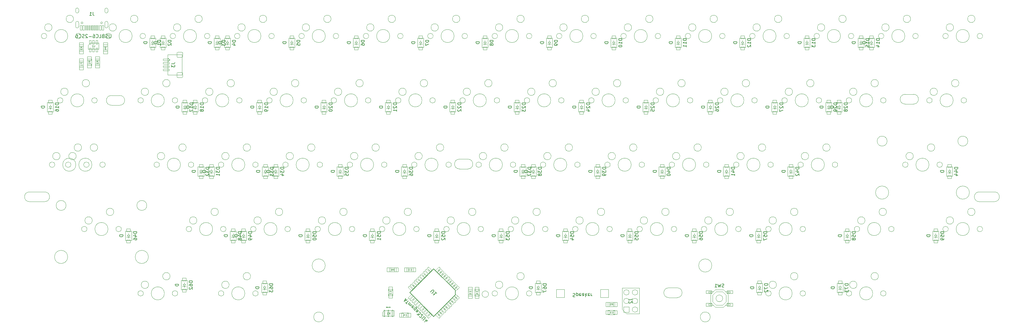
<source format=gbr>
G04 #@! TF.GenerationSoftware,KiCad,Pcbnew,(5.99.0-11336-g5116fa6d12)*
G04 #@! TF.CreationDate,2021-07-31T15:39:07+02:00*
G04 #@! TF.ProjectId,plain60-flex-mkd-hhkb,706c6169-6e36-4302-9d66-6c65782d6d6b,rev?*
G04 #@! TF.SameCoordinates,Original*
G04 #@! TF.FileFunction,AssemblyDrawing,Bot*
%FSLAX46Y46*%
G04 Gerber Fmt 4.6, Leading zero omitted, Abs format (unit mm)*
G04 Created by KiCad (PCBNEW (5.99.0-11336-g5116fa6d12)) date 2021-07-31 15:39:07*
%MOMM*%
%LPD*%
G01*
G04 APERTURE LIST*
%ADD10C,0.150000*%
%ADD11C,0.030000*%
%ADD12C,0.080000*%
%ADD13C,0.075000*%
%ADD14C,0.125000*%
%ADD15C,0.100000*%
%ADD16C,0.100000*%
G04 #@! TD*
G04 APERTURE END LIST*
D10*
X238284797Y-83813656D02*
X237284797Y-83813656D01*
X237284797Y-84051751D01*
X237332417Y-84194608D01*
X237427655Y-84289846D01*
X237522893Y-84337465D01*
X237713369Y-84385084D01*
X237856226Y-84385084D01*
X238046702Y-84337465D01*
X238141940Y-84289846D01*
X238237178Y-84194608D01*
X238284797Y-84051751D01*
X238284797Y-83813656D01*
X242384797Y-82861275D02*
X241384797Y-82861275D01*
X241384797Y-83099370D01*
X241432417Y-83242227D01*
X241527655Y-83337465D01*
X241622893Y-83385084D01*
X241813369Y-83432703D01*
X241956226Y-83432703D01*
X242146702Y-83385084D01*
X242241940Y-83337465D01*
X242337178Y-83242227D01*
X242384797Y-83099370D01*
X242384797Y-82861275D01*
X241384797Y-83766037D02*
X241384797Y-84432703D01*
X242384797Y-84004132D01*
X241384797Y-84718418D02*
X241384797Y-85337465D01*
X241765750Y-85004132D01*
X241765750Y-85146989D01*
X241813369Y-85242227D01*
X241860988Y-85289846D01*
X241956226Y-85337465D01*
X242194321Y-85337465D01*
X242289559Y-85289846D01*
X242337178Y-85242227D01*
X242384797Y-85146989D01*
X242384797Y-84861275D01*
X242337178Y-84766037D01*
X242289559Y-84718418D01*
X214450999Y-83813656D02*
X213450999Y-83813656D01*
X213450999Y-84051751D01*
X213498619Y-84194608D01*
X213593857Y-84289846D01*
X213689095Y-84337465D01*
X213879571Y-84385084D01*
X214022428Y-84385084D01*
X214212904Y-84337465D01*
X214308142Y-84289846D01*
X214403380Y-84194608D01*
X214450999Y-84051751D01*
X214450999Y-83813656D01*
X218550999Y-82861275D02*
X217550999Y-82861275D01*
X217550999Y-83099370D01*
X217598619Y-83242227D01*
X217693857Y-83337465D01*
X217789095Y-83385084D01*
X217979571Y-83432703D01*
X218122428Y-83432703D01*
X218312904Y-83385084D01*
X218408142Y-83337465D01*
X218503380Y-83242227D01*
X218550999Y-83099370D01*
X218550999Y-82861275D01*
X217550999Y-83766037D02*
X217550999Y-84432703D01*
X218550999Y-84004132D01*
X217646238Y-84766037D02*
X217598619Y-84813656D01*
X217550999Y-84908894D01*
X217550999Y-85146989D01*
X217598619Y-85242227D01*
X217646238Y-85289846D01*
X217741476Y-85337465D01*
X217836714Y-85337465D01*
X217979571Y-85289846D01*
X218550999Y-84718418D01*
X218550999Y-85337465D01*
X148966569Y-83813656D02*
X147966569Y-83813656D01*
X147966569Y-84051751D01*
X148014189Y-84194608D01*
X148109427Y-84289846D01*
X148204665Y-84337465D01*
X148395141Y-84385084D01*
X148537998Y-84385084D01*
X148728474Y-84337465D01*
X148823712Y-84289846D01*
X148918950Y-84194608D01*
X148966569Y-84051751D01*
X148966569Y-83813656D01*
X153066569Y-82861275D02*
X152066569Y-82861275D01*
X152066569Y-83099370D01*
X152114189Y-83242227D01*
X152209427Y-83337465D01*
X152304665Y-83385084D01*
X152495141Y-83432703D01*
X152637998Y-83432703D01*
X152828474Y-83385084D01*
X152923712Y-83337465D01*
X153018950Y-83242227D01*
X153066569Y-83099370D01*
X153066569Y-82861275D01*
X152066569Y-84289846D02*
X152066569Y-84099370D01*
X152114189Y-84004132D01*
X152161808Y-83956513D01*
X152304665Y-83861275D01*
X152495141Y-83813656D01*
X152876093Y-83813656D01*
X152971331Y-83861275D01*
X153018950Y-83908894D01*
X153066569Y-84004132D01*
X153066569Y-84194608D01*
X153018950Y-84289846D01*
X152971331Y-84337465D01*
X152876093Y-84385084D01*
X152637998Y-84385084D01*
X152542760Y-84337465D01*
X152495141Y-84289846D01*
X152447522Y-84194608D01*
X152447522Y-84004132D01*
X152495141Y-83908894D01*
X152542760Y-83861275D01*
X152637998Y-83813656D01*
X152066569Y-84718418D02*
X152066569Y-85385084D01*
X153066569Y-84956513D01*
X68031667Y-83813656D02*
X67031667Y-83813656D01*
X67031667Y-84051751D01*
X67079287Y-84194608D01*
X67174525Y-84289846D01*
X67269763Y-84337465D01*
X67460239Y-84385084D01*
X67603096Y-84385084D01*
X67793572Y-84337465D01*
X67888810Y-84289846D01*
X67984048Y-84194608D01*
X68031667Y-84051751D01*
X68031667Y-83813656D01*
X72131667Y-82861275D02*
X71131667Y-82861275D01*
X71131667Y-83099370D01*
X71179287Y-83242227D01*
X71274525Y-83337465D01*
X71369763Y-83385084D01*
X71560239Y-83432703D01*
X71703096Y-83432703D01*
X71893572Y-83385084D01*
X71988810Y-83337465D01*
X72084048Y-83242227D01*
X72131667Y-83099370D01*
X72131667Y-82861275D01*
X71131667Y-84289846D02*
X71131667Y-84099370D01*
X71179287Y-84004132D01*
X71226906Y-83956513D01*
X71369763Y-83861275D01*
X71560239Y-83813656D01*
X71941191Y-83813656D01*
X72036429Y-83861275D01*
X72084048Y-83908894D01*
X72131667Y-84004132D01*
X72131667Y-84194608D01*
X72084048Y-84289846D01*
X72036429Y-84337465D01*
X71941191Y-84385084D01*
X71703096Y-84385084D01*
X71607858Y-84337465D01*
X71560239Y-84289846D01*
X71512620Y-84194608D01*
X71512620Y-84004132D01*
X71560239Y-83908894D01*
X71607858Y-83861275D01*
X71703096Y-83813656D01*
X71131667Y-84718418D02*
X71131667Y-85337465D01*
X71512620Y-85004132D01*
X71512620Y-85146989D01*
X71560239Y-85242227D01*
X71607858Y-85289846D01*
X71703096Y-85337465D01*
X71941191Y-85337465D01*
X72036429Y-85289846D01*
X72084048Y-85242227D01*
X72131667Y-85146989D01*
X72131667Y-84861275D01*
X72084048Y-84766037D01*
X72036429Y-84718418D01*
X266577380Y-68413095D02*
X265577380Y-68413095D01*
X265577380Y-68651190D01*
X265625000Y-68794047D01*
X265720238Y-68889285D01*
X265815476Y-68936904D01*
X266005952Y-68984523D01*
X266148809Y-68984523D01*
X266339285Y-68936904D01*
X266434523Y-68889285D01*
X266529761Y-68794047D01*
X266577380Y-68651190D01*
X266577380Y-68413095D01*
X270677380Y-67460714D02*
X269677380Y-67460714D01*
X269677380Y-67698809D01*
X269725000Y-67841666D01*
X269820238Y-67936904D01*
X269915476Y-67984523D01*
X270105952Y-68032142D01*
X270248809Y-68032142D01*
X270439285Y-67984523D01*
X270534523Y-67936904D01*
X270629761Y-67841666D01*
X270677380Y-67698809D01*
X270677380Y-67460714D01*
X269677380Y-68936904D02*
X269677380Y-68460714D01*
X270153571Y-68413095D01*
X270105952Y-68460714D01*
X270058333Y-68555952D01*
X270058333Y-68794047D01*
X270105952Y-68889285D01*
X270153571Y-68936904D01*
X270248809Y-68984523D01*
X270486904Y-68984523D01*
X270582142Y-68936904D01*
X270629761Y-68889285D01*
X270677380Y-68794047D01*
X270677380Y-68555952D01*
X270629761Y-68460714D01*
X270582142Y-68413095D01*
X270677380Y-69460714D02*
X270677380Y-69651190D01*
X270629761Y-69746428D01*
X270582142Y-69794047D01*
X270439285Y-69889285D01*
X270248809Y-69936904D01*
X269867857Y-69936904D01*
X269772619Y-69889285D01*
X269725000Y-69841666D01*
X269677380Y-69746428D01*
X269677380Y-69555952D01*
X269725000Y-69460714D01*
X269772619Y-69413095D01*
X269867857Y-69365476D01*
X270105952Y-69365476D01*
X270201190Y-69413095D01*
X270248809Y-69460714D01*
X270296428Y-69555952D01*
X270296428Y-69746428D01*
X270248809Y-69841666D01*
X270201190Y-69889285D01*
X270105952Y-69936904D01*
X240383840Y-68413151D02*
X239383840Y-68413151D01*
X239383840Y-68651246D01*
X239431460Y-68794103D01*
X239526698Y-68889341D01*
X239621936Y-68936960D01*
X239812412Y-68984579D01*
X239955269Y-68984579D01*
X240145745Y-68936960D01*
X240240983Y-68889341D01*
X240336221Y-68794103D01*
X240383840Y-68651246D01*
X240383840Y-68413151D01*
X244483840Y-67460770D02*
X243483840Y-67460770D01*
X243483840Y-67698865D01*
X243531460Y-67841722D01*
X243626698Y-67936960D01*
X243721936Y-67984579D01*
X243912412Y-68032198D01*
X244055269Y-68032198D01*
X244245745Y-67984579D01*
X244340983Y-67936960D01*
X244436221Y-67841722D01*
X244483840Y-67698865D01*
X244483840Y-67460770D01*
X243483840Y-68936960D02*
X243483840Y-68460770D01*
X243960031Y-68413151D01*
X243912412Y-68460770D01*
X243864793Y-68556008D01*
X243864793Y-68794103D01*
X243912412Y-68889341D01*
X243960031Y-68936960D01*
X244055269Y-68984579D01*
X244293364Y-68984579D01*
X244388602Y-68936960D01*
X244436221Y-68889341D01*
X244483840Y-68794103D01*
X244483840Y-68556008D01*
X244436221Y-68460770D01*
X244388602Y-68413151D01*
X243912412Y-69556008D02*
X243864793Y-69460770D01*
X243817174Y-69413151D01*
X243721936Y-69365532D01*
X243674317Y-69365532D01*
X243579079Y-69413151D01*
X243531460Y-69460770D01*
X243483840Y-69556008D01*
X243483840Y-69746484D01*
X243531460Y-69841722D01*
X243579079Y-69889341D01*
X243674317Y-69936960D01*
X243721936Y-69936960D01*
X243817174Y-69889341D01*
X243864793Y-69841722D01*
X243912412Y-69746484D01*
X243912412Y-69556008D01*
X243960031Y-69460770D01*
X244007650Y-69413151D01*
X244102888Y-69365532D01*
X244293364Y-69365532D01*
X244388602Y-69413151D01*
X244436221Y-69460770D01*
X244483840Y-69556008D01*
X244483840Y-69746484D01*
X244436221Y-69841722D01*
X244388602Y-69889341D01*
X244293364Y-69936960D01*
X244102888Y-69936960D01*
X244007650Y-69889341D01*
X243960031Y-69841722D01*
X243912412Y-69746484D01*
X214189880Y-68413095D02*
X213189880Y-68413095D01*
X213189880Y-68651190D01*
X213237500Y-68794047D01*
X213332738Y-68889285D01*
X213427976Y-68936904D01*
X213618452Y-68984523D01*
X213761309Y-68984523D01*
X213951785Y-68936904D01*
X214047023Y-68889285D01*
X214142261Y-68794047D01*
X214189880Y-68651190D01*
X214189880Y-68413095D01*
X218289880Y-67460714D02*
X217289880Y-67460714D01*
X217289880Y-67698809D01*
X217337500Y-67841666D01*
X217432738Y-67936904D01*
X217527976Y-67984523D01*
X217718452Y-68032142D01*
X217861309Y-68032142D01*
X218051785Y-67984523D01*
X218147023Y-67936904D01*
X218242261Y-67841666D01*
X218289880Y-67698809D01*
X218289880Y-67460714D01*
X217289880Y-68936904D02*
X217289880Y-68460714D01*
X217766071Y-68413095D01*
X217718452Y-68460714D01*
X217670833Y-68555952D01*
X217670833Y-68794047D01*
X217718452Y-68889285D01*
X217766071Y-68936904D01*
X217861309Y-68984523D01*
X218099404Y-68984523D01*
X218194642Y-68936904D01*
X218242261Y-68889285D01*
X218289880Y-68794047D01*
X218289880Y-68555952D01*
X218242261Y-68460714D01*
X218194642Y-68413095D01*
X217289880Y-69317857D02*
X217289880Y-69984523D01*
X218289880Y-69555952D01*
X195139880Y-68413095D02*
X194139880Y-68413095D01*
X194139880Y-68651190D01*
X194187500Y-68794047D01*
X194282738Y-68889285D01*
X194377976Y-68936904D01*
X194568452Y-68984523D01*
X194711309Y-68984523D01*
X194901785Y-68936904D01*
X194997023Y-68889285D01*
X195092261Y-68794047D01*
X195139880Y-68651190D01*
X195139880Y-68413095D01*
X199239880Y-67460714D02*
X198239880Y-67460714D01*
X198239880Y-67698809D01*
X198287500Y-67841666D01*
X198382738Y-67936904D01*
X198477976Y-67984523D01*
X198668452Y-68032142D01*
X198811309Y-68032142D01*
X199001785Y-67984523D01*
X199097023Y-67936904D01*
X199192261Y-67841666D01*
X199239880Y-67698809D01*
X199239880Y-67460714D01*
X198239880Y-68936904D02*
X198239880Y-68460714D01*
X198716071Y-68413095D01*
X198668452Y-68460714D01*
X198620833Y-68555952D01*
X198620833Y-68794047D01*
X198668452Y-68889285D01*
X198716071Y-68936904D01*
X198811309Y-68984523D01*
X199049404Y-68984523D01*
X199144642Y-68936904D01*
X199192261Y-68889285D01*
X199239880Y-68794047D01*
X199239880Y-68555952D01*
X199192261Y-68460714D01*
X199144642Y-68413095D01*
X198239880Y-69841666D02*
X198239880Y-69651190D01*
X198287500Y-69555952D01*
X198335119Y-69508333D01*
X198477976Y-69413095D01*
X198668452Y-69365476D01*
X199049404Y-69365476D01*
X199144642Y-69413095D01*
X199192261Y-69460714D01*
X199239880Y-69555952D01*
X199239880Y-69746428D01*
X199192261Y-69841666D01*
X199144642Y-69889285D01*
X199049404Y-69936904D01*
X198811309Y-69936904D01*
X198716071Y-69889285D01*
X198668452Y-69841666D01*
X198620833Y-69746428D01*
X198620833Y-69555952D01*
X198668452Y-69460714D01*
X198716071Y-69413095D01*
X198811309Y-69365476D01*
X137989880Y-68413095D02*
X136989880Y-68413095D01*
X136989880Y-68651190D01*
X137037500Y-68794047D01*
X137132738Y-68889285D01*
X137227976Y-68936904D01*
X137418452Y-68984523D01*
X137561309Y-68984523D01*
X137751785Y-68936904D01*
X137847023Y-68889285D01*
X137942261Y-68794047D01*
X137989880Y-68651190D01*
X137989880Y-68413095D01*
X142089880Y-67460714D02*
X141089880Y-67460714D01*
X141089880Y-67698809D01*
X141137500Y-67841666D01*
X141232738Y-67936904D01*
X141327976Y-67984523D01*
X141518452Y-68032142D01*
X141661309Y-68032142D01*
X141851785Y-67984523D01*
X141947023Y-67936904D01*
X142042261Y-67841666D01*
X142089880Y-67698809D01*
X142089880Y-67460714D01*
X141089880Y-68936904D02*
X141089880Y-68460714D01*
X141566071Y-68413095D01*
X141518452Y-68460714D01*
X141470833Y-68555952D01*
X141470833Y-68794047D01*
X141518452Y-68889285D01*
X141566071Y-68936904D01*
X141661309Y-68984523D01*
X141899404Y-68984523D01*
X141994642Y-68936904D01*
X142042261Y-68889285D01*
X142089880Y-68794047D01*
X142089880Y-68555952D01*
X142042261Y-68460714D01*
X141994642Y-68413095D01*
X141089880Y-69317857D02*
X141089880Y-69936904D01*
X141470833Y-69603571D01*
X141470833Y-69746428D01*
X141518452Y-69841666D01*
X141566071Y-69889285D01*
X141661309Y-69936904D01*
X141899404Y-69936904D01*
X141994642Y-69889285D01*
X142042261Y-69841666D01*
X142089880Y-69746428D01*
X142089880Y-69460714D01*
X142042261Y-69365476D01*
X141994642Y-69317857D01*
X99889880Y-68413095D02*
X98889880Y-68413095D01*
X98889880Y-68651190D01*
X98937500Y-68794047D01*
X99032738Y-68889285D01*
X99127976Y-68936904D01*
X99318452Y-68984523D01*
X99461309Y-68984523D01*
X99651785Y-68936904D01*
X99747023Y-68889285D01*
X99842261Y-68794047D01*
X99889880Y-68651190D01*
X99889880Y-68413095D01*
X103989880Y-67460714D02*
X102989880Y-67460714D01*
X102989880Y-67698809D01*
X103037500Y-67841666D01*
X103132738Y-67936904D01*
X103227976Y-67984523D01*
X103418452Y-68032142D01*
X103561309Y-68032142D01*
X103751785Y-67984523D01*
X103847023Y-67936904D01*
X103942261Y-67841666D01*
X103989880Y-67698809D01*
X103989880Y-67460714D01*
X102989880Y-68936904D02*
X102989880Y-68460714D01*
X103466071Y-68413095D01*
X103418452Y-68460714D01*
X103370833Y-68555952D01*
X103370833Y-68794047D01*
X103418452Y-68889285D01*
X103466071Y-68936904D01*
X103561309Y-68984523D01*
X103799404Y-68984523D01*
X103894642Y-68936904D01*
X103942261Y-68889285D01*
X103989880Y-68794047D01*
X103989880Y-68555952D01*
X103942261Y-68460714D01*
X103894642Y-68413095D01*
X103989880Y-69936904D02*
X103989880Y-69365476D01*
X103989880Y-69651190D02*
X102989880Y-69651190D01*
X103132738Y-69555952D01*
X103227976Y-69460714D01*
X103275595Y-69365476D01*
X80839880Y-68413095D02*
X79839880Y-68413095D01*
X79839880Y-68651190D01*
X79887500Y-68794047D01*
X79982738Y-68889285D01*
X80077976Y-68936904D01*
X80268452Y-68984523D01*
X80411309Y-68984523D01*
X80601785Y-68936904D01*
X80697023Y-68889285D01*
X80792261Y-68794047D01*
X80839880Y-68651190D01*
X80839880Y-68413095D01*
X84939880Y-67460714D02*
X83939880Y-67460714D01*
X83939880Y-67698809D01*
X83987500Y-67841666D01*
X84082738Y-67936904D01*
X84177976Y-67984523D01*
X84368452Y-68032142D01*
X84511309Y-68032142D01*
X84701785Y-67984523D01*
X84797023Y-67936904D01*
X84892261Y-67841666D01*
X84939880Y-67698809D01*
X84939880Y-67460714D01*
X83939880Y-68936904D02*
X83939880Y-68460714D01*
X84416071Y-68413095D01*
X84368452Y-68460714D01*
X84320833Y-68555952D01*
X84320833Y-68794047D01*
X84368452Y-68889285D01*
X84416071Y-68936904D01*
X84511309Y-68984523D01*
X84749404Y-68984523D01*
X84844642Y-68936904D01*
X84892261Y-68889285D01*
X84939880Y-68794047D01*
X84939880Y-68555952D01*
X84892261Y-68460714D01*
X84844642Y-68413095D01*
X83939880Y-69603571D02*
X83939880Y-69698809D01*
X83987500Y-69794047D01*
X84035119Y-69841666D01*
X84130357Y-69889285D01*
X84320833Y-69936904D01*
X84558928Y-69936904D01*
X84749404Y-69889285D01*
X84844642Y-69841666D01*
X84892261Y-69794047D01*
X84939880Y-69698809D01*
X84939880Y-69603571D01*
X84892261Y-69508333D01*
X84844642Y-69460714D01*
X84749404Y-69413095D01*
X84558928Y-69365476D01*
X84320833Y-69365476D01*
X84130357Y-69413095D01*
X84035119Y-69460714D01*
X83987500Y-69508333D01*
X83939880Y-69603571D01*
X218952380Y-30313095D02*
X217952380Y-30313095D01*
X217952380Y-30551190D01*
X218000000Y-30694047D01*
X218095238Y-30789285D01*
X218190476Y-30836904D01*
X218380952Y-30884523D01*
X218523809Y-30884523D01*
X218714285Y-30836904D01*
X218809523Y-30789285D01*
X218904761Y-30694047D01*
X218952380Y-30551190D01*
X218952380Y-30313095D01*
X223052380Y-29360714D02*
X222052380Y-29360714D01*
X222052380Y-29598809D01*
X222100000Y-29741666D01*
X222195238Y-29836904D01*
X222290476Y-29884523D01*
X222480952Y-29932142D01*
X222623809Y-29932142D01*
X222814285Y-29884523D01*
X222909523Y-29836904D01*
X223004761Y-29741666D01*
X223052380Y-29598809D01*
X223052380Y-29360714D01*
X222147619Y-30313095D02*
X222100000Y-30360714D01*
X222052380Y-30455952D01*
X222052380Y-30694047D01*
X222100000Y-30789285D01*
X222147619Y-30836904D01*
X222242857Y-30884523D01*
X222338095Y-30884523D01*
X222480952Y-30836904D01*
X223052380Y-30265476D01*
X223052380Y-30884523D01*
X222052380Y-31217857D02*
X222052380Y-31884523D01*
X223052380Y-31455952D01*
X223714880Y-49363095D02*
X222714880Y-49363095D01*
X222714880Y-49601190D01*
X222762500Y-49744047D01*
X222857738Y-49839285D01*
X222952976Y-49886904D01*
X223143452Y-49934523D01*
X223286309Y-49934523D01*
X223476785Y-49886904D01*
X223572023Y-49839285D01*
X223667261Y-49744047D01*
X223714880Y-49601190D01*
X223714880Y-49363095D01*
X227814880Y-48410714D02*
X226814880Y-48410714D01*
X226814880Y-48648809D01*
X226862500Y-48791666D01*
X226957738Y-48886904D01*
X227052976Y-48934523D01*
X227243452Y-48982142D01*
X227386309Y-48982142D01*
X227576785Y-48934523D01*
X227672023Y-48886904D01*
X227767261Y-48791666D01*
X227814880Y-48648809D01*
X227814880Y-48410714D01*
X227148214Y-49839285D02*
X227814880Y-49839285D01*
X226767261Y-49601190D02*
X227481547Y-49363095D01*
X227481547Y-49982142D01*
X226910119Y-50315476D02*
X226862500Y-50363095D01*
X226814880Y-50458333D01*
X226814880Y-50696428D01*
X226862500Y-50791666D01*
X226910119Y-50839285D01*
X227005357Y-50886904D01*
X227100595Y-50886904D01*
X227243452Y-50839285D01*
X227814880Y-50267857D01*
X227814880Y-50886904D01*
X47502380Y-30313095D02*
X46502380Y-30313095D01*
X46502380Y-30551190D01*
X46550000Y-30694047D01*
X46645238Y-30789285D01*
X46740476Y-30836904D01*
X46930952Y-30884523D01*
X47073809Y-30884523D01*
X47264285Y-30836904D01*
X47359523Y-30789285D01*
X47454761Y-30694047D01*
X47502380Y-30551190D01*
X47502380Y-30313095D01*
X51602380Y-29360714D02*
X50602380Y-29360714D01*
X50602380Y-29598809D01*
X50650000Y-29741666D01*
X50745238Y-29836904D01*
X50840476Y-29884523D01*
X51030952Y-29932142D01*
X51173809Y-29932142D01*
X51364285Y-29884523D01*
X51459523Y-29836904D01*
X51554761Y-29741666D01*
X51602380Y-29598809D01*
X51602380Y-29360714D01*
X51602380Y-30884523D02*
X51602380Y-30313095D01*
X51602380Y-30598809D02*
X50602380Y-30598809D01*
X50745238Y-30503571D01*
X50840476Y-30408333D01*
X50888095Y-30313095D01*
X51030952Y-31455952D02*
X50983333Y-31360714D01*
X50935714Y-31313095D01*
X50840476Y-31265476D01*
X50792857Y-31265476D01*
X50697619Y-31313095D01*
X50650000Y-31360714D01*
X50602380Y-31455952D01*
X50602380Y-31646428D01*
X50650000Y-31741666D01*
X50697619Y-31789285D01*
X50792857Y-31836904D01*
X50840476Y-31836904D01*
X50935714Y-31789285D01*
X50983333Y-31741666D01*
X51030952Y-31646428D01*
X51030952Y-31455952D01*
X51078571Y-31360714D01*
X51126190Y-31313095D01*
X51221428Y-31265476D01*
X51411904Y-31265476D01*
X51507142Y-31313095D01*
X51554761Y-31360714D01*
X51602380Y-31455952D01*
X51602380Y-31646428D01*
X51554761Y-31741666D01*
X51507142Y-31789285D01*
X51411904Y-31836904D01*
X51221428Y-31836904D01*
X51126190Y-31789285D01*
X51078571Y-31741666D01*
X51030952Y-31646428D01*
X180852380Y-30313095D02*
X179852380Y-30313095D01*
X179852380Y-30551190D01*
X179900000Y-30694047D01*
X179995238Y-30789285D01*
X180090476Y-30836904D01*
X180280952Y-30884523D01*
X180423809Y-30884523D01*
X180614285Y-30836904D01*
X180709523Y-30789285D01*
X180804761Y-30694047D01*
X180852380Y-30551190D01*
X180852380Y-30313095D01*
X184952380Y-29360714D02*
X183952380Y-29360714D01*
X183952380Y-29598809D01*
X184000000Y-29741666D01*
X184095238Y-29836904D01*
X184190476Y-29884523D01*
X184380952Y-29932142D01*
X184523809Y-29932142D01*
X184714285Y-29884523D01*
X184809523Y-29836904D01*
X184904761Y-29741666D01*
X184952380Y-29598809D01*
X184952380Y-29360714D01*
X184047619Y-30313095D02*
X184000000Y-30360714D01*
X183952380Y-30455952D01*
X183952380Y-30694047D01*
X184000000Y-30789285D01*
X184047619Y-30836904D01*
X184142857Y-30884523D01*
X184238095Y-30884523D01*
X184380952Y-30836904D01*
X184952380Y-30265476D01*
X184952380Y-30884523D01*
X183952380Y-31789285D02*
X183952380Y-31313095D01*
X184428571Y-31265476D01*
X184380952Y-31313095D01*
X184333333Y-31408333D01*
X184333333Y-31646428D01*
X184380952Y-31741666D01*
X184428571Y-31789285D01*
X184523809Y-31836904D01*
X184761904Y-31836904D01*
X184857142Y-31789285D01*
X184904761Y-31741666D01*
X184952380Y-31646428D01*
X184952380Y-31408333D01*
X184904761Y-31313095D01*
X184857142Y-31265476D01*
X204664880Y-49363095D02*
X203664880Y-49363095D01*
X203664880Y-49601190D01*
X203712500Y-49744047D01*
X203807738Y-49839285D01*
X203902976Y-49886904D01*
X204093452Y-49934523D01*
X204236309Y-49934523D01*
X204426785Y-49886904D01*
X204522023Y-49839285D01*
X204617261Y-49744047D01*
X204664880Y-49601190D01*
X204664880Y-49363095D01*
X208764880Y-48410714D02*
X207764880Y-48410714D01*
X207764880Y-48648809D01*
X207812500Y-48791666D01*
X207907738Y-48886904D01*
X208002976Y-48934523D01*
X208193452Y-48982142D01*
X208336309Y-48982142D01*
X208526785Y-48934523D01*
X208622023Y-48886904D01*
X208717261Y-48791666D01*
X208764880Y-48648809D01*
X208764880Y-48410714D01*
X208098214Y-49839285D02*
X208764880Y-49839285D01*
X207717261Y-49601190D02*
X208431547Y-49363095D01*
X208431547Y-49982142D01*
X208764880Y-50886904D02*
X208764880Y-50315476D01*
X208764880Y-50601190D02*
X207764880Y-50601190D01*
X207907738Y-50505952D01*
X208002976Y-50410714D01*
X208050595Y-50315476D01*
X109414880Y-49363095D02*
X108414880Y-49363095D01*
X108414880Y-49601190D01*
X108462500Y-49744047D01*
X108557738Y-49839285D01*
X108652976Y-49886904D01*
X108843452Y-49934523D01*
X108986309Y-49934523D01*
X109176785Y-49886904D01*
X109272023Y-49839285D01*
X109367261Y-49744047D01*
X109414880Y-49601190D01*
X109414880Y-49363095D01*
X113514880Y-48410714D02*
X112514880Y-48410714D01*
X112514880Y-48648809D01*
X112562500Y-48791666D01*
X112657738Y-48886904D01*
X112752976Y-48934523D01*
X112943452Y-48982142D01*
X113086309Y-48982142D01*
X113276785Y-48934523D01*
X113372023Y-48886904D01*
X113467261Y-48791666D01*
X113514880Y-48648809D01*
X113514880Y-48410714D01*
X112514880Y-49315476D02*
X112514880Y-49934523D01*
X112895833Y-49601190D01*
X112895833Y-49744047D01*
X112943452Y-49839285D01*
X112991071Y-49886904D01*
X113086309Y-49934523D01*
X113324404Y-49934523D01*
X113419642Y-49886904D01*
X113467261Y-49839285D01*
X113514880Y-49744047D01*
X113514880Y-49458333D01*
X113467261Y-49363095D01*
X113419642Y-49315476D01*
X112514880Y-50791666D02*
X112514880Y-50601190D01*
X112562500Y-50505952D01*
X112610119Y-50458333D01*
X112752976Y-50363095D01*
X112943452Y-50315476D01*
X113324404Y-50315476D01*
X113419642Y-50363095D01*
X113467261Y-50410714D01*
X113514880Y-50505952D01*
X113514880Y-50696428D01*
X113467261Y-50791666D01*
X113419642Y-50839285D01*
X113324404Y-50886904D01*
X113086309Y-50886904D01*
X112991071Y-50839285D01*
X112943452Y-50791666D01*
X112895833Y-50696428D01*
X112895833Y-50505952D01*
X112943452Y-50410714D01*
X112991071Y-50363095D01*
X113086309Y-50315476D01*
X52264880Y-49363095D02*
X51264880Y-49363095D01*
X51264880Y-49601190D01*
X51312500Y-49744047D01*
X51407738Y-49839285D01*
X51502976Y-49886904D01*
X51693452Y-49934523D01*
X51836309Y-49934523D01*
X52026785Y-49886904D01*
X52122023Y-49839285D01*
X52217261Y-49744047D01*
X52264880Y-49601190D01*
X52264880Y-49363095D01*
X56364880Y-48410714D02*
X55364880Y-48410714D01*
X55364880Y-48648809D01*
X55412500Y-48791666D01*
X55507738Y-48886904D01*
X55602976Y-48934523D01*
X55793452Y-48982142D01*
X55936309Y-48982142D01*
X56126785Y-48934523D01*
X56222023Y-48886904D01*
X56317261Y-48791666D01*
X56364880Y-48648809D01*
X56364880Y-48410714D01*
X55364880Y-49315476D02*
X55364880Y-49934523D01*
X55745833Y-49601190D01*
X55745833Y-49744047D01*
X55793452Y-49839285D01*
X55841071Y-49886904D01*
X55936309Y-49934523D01*
X56174404Y-49934523D01*
X56269642Y-49886904D01*
X56317261Y-49839285D01*
X56364880Y-49744047D01*
X56364880Y-49458333D01*
X56317261Y-49363095D01*
X56269642Y-49315476D01*
X56364880Y-50886904D02*
X56364880Y-50315476D01*
X56364880Y-50601190D02*
X55364880Y-50601190D01*
X55507738Y-50505952D01*
X55602976Y-50410714D01*
X55650595Y-50315476D01*
X185614880Y-49363095D02*
X184614880Y-49363095D01*
X184614880Y-49601190D01*
X184662500Y-49744047D01*
X184757738Y-49839285D01*
X184852976Y-49886904D01*
X185043452Y-49934523D01*
X185186309Y-49934523D01*
X185376785Y-49886904D01*
X185472023Y-49839285D01*
X185567261Y-49744047D01*
X185614880Y-49601190D01*
X185614880Y-49363095D01*
X189714880Y-48410714D02*
X188714880Y-48410714D01*
X188714880Y-48648809D01*
X188762500Y-48791666D01*
X188857738Y-48886904D01*
X188952976Y-48934523D01*
X189143452Y-48982142D01*
X189286309Y-48982142D01*
X189476785Y-48934523D01*
X189572023Y-48886904D01*
X189667261Y-48791666D01*
X189714880Y-48648809D01*
X189714880Y-48410714D01*
X189048214Y-49839285D02*
X189714880Y-49839285D01*
X188667261Y-49601190D02*
X189381547Y-49363095D01*
X189381547Y-49982142D01*
X188714880Y-50553571D02*
X188714880Y-50648809D01*
X188762500Y-50744047D01*
X188810119Y-50791666D01*
X188905357Y-50839285D01*
X189095833Y-50886904D01*
X189333928Y-50886904D01*
X189524404Y-50839285D01*
X189619642Y-50791666D01*
X189667261Y-50744047D01*
X189714880Y-50648809D01*
X189714880Y-50553571D01*
X189667261Y-50458333D01*
X189619642Y-50410714D01*
X189524404Y-50363095D01*
X189333928Y-50315476D01*
X189095833Y-50315476D01*
X188905357Y-50363095D01*
X188810119Y-50410714D01*
X188762500Y-50458333D01*
X188714880Y-50553571D01*
X144464880Y-49363095D02*
X143464880Y-49363095D01*
X143464880Y-49601190D01*
X143512500Y-49744047D01*
X143607738Y-49839285D01*
X143702976Y-49886904D01*
X143893452Y-49934523D01*
X144036309Y-49934523D01*
X144226785Y-49886904D01*
X144322023Y-49839285D01*
X144417261Y-49744047D01*
X144464880Y-49601190D01*
X144464880Y-49363095D01*
X148564880Y-48410714D02*
X147564880Y-48410714D01*
X147564880Y-48648809D01*
X147612500Y-48791666D01*
X147707738Y-48886904D01*
X147802976Y-48934523D01*
X147993452Y-48982142D01*
X148136309Y-48982142D01*
X148326785Y-48934523D01*
X148422023Y-48886904D01*
X148517261Y-48791666D01*
X148564880Y-48648809D01*
X148564880Y-48410714D01*
X147564880Y-49315476D02*
X147564880Y-49934523D01*
X147945833Y-49601190D01*
X147945833Y-49744047D01*
X147993452Y-49839285D01*
X148041071Y-49886904D01*
X148136309Y-49934523D01*
X148374404Y-49934523D01*
X148469642Y-49886904D01*
X148517261Y-49839285D01*
X148564880Y-49744047D01*
X148564880Y-49458333D01*
X148517261Y-49363095D01*
X148469642Y-49315476D01*
X147564880Y-50267857D02*
X147564880Y-50934523D01*
X148564880Y-50505952D01*
X49214880Y-49363095D02*
X48214880Y-49363095D01*
X48214880Y-49601190D01*
X48262500Y-49744047D01*
X48357738Y-49839285D01*
X48452976Y-49886904D01*
X48643452Y-49934523D01*
X48786309Y-49934523D01*
X48976785Y-49886904D01*
X49072023Y-49839285D01*
X49167261Y-49744047D01*
X49214880Y-49601190D01*
X49214880Y-49363095D01*
X53314880Y-48410714D02*
X52314880Y-48410714D01*
X52314880Y-48648809D01*
X52362500Y-48791666D01*
X52457738Y-48886904D01*
X52552976Y-48934523D01*
X52743452Y-48982142D01*
X52886309Y-48982142D01*
X53076785Y-48934523D01*
X53172023Y-48886904D01*
X53267261Y-48791666D01*
X53314880Y-48648809D01*
X53314880Y-48410714D01*
X52314880Y-49315476D02*
X52314880Y-49934523D01*
X52695833Y-49601190D01*
X52695833Y-49744047D01*
X52743452Y-49839285D01*
X52791071Y-49886904D01*
X52886309Y-49934523D01*
X53124404Y-49934523D01*
X53219642Y-49886904D01*
X53267261Y-49839285D01*
X53314880Y-49744047D01*
X53314880Y-49458333D01*
X53267261Y-49363095D01*
X53219642Y-49315476D01*
X52410119Y-50315476D02*
X52362500Y-50363095D01*
X52314880Y-50458333D01*
X52314880Y-50696428D01*
X52362500Y-50791666D01*
X52410119Y-50839285D01*
X52505357Y-50886904D01*
X52600595Y-50886904D01*
X52743452Y-50839285D01*
X53314880Y-50267857D01*
X53314880Y-50886904D01*
X71314880Y-49363095D02*
X70314880Y-49363095D01*
X70314880Y-49601190D01*
X70362500Y-49744047D01*
X70457738Y-49839285D01*
X70552976Y-49886904D01*
X70743452Y-49934523D01*
X70886309Y-49934523D01*
X71076785Y-49886904D01*
X71172023Y-49839285D01*
X71267261Y-49744047D01*
X71314880Y-49601190D01*
X71314880Y-49363095D01*
X75414880Y-48410714D02*
X74414880Y-48410714D01*
X74414880Y-48648809D01*
X74462500Y-48791666D01*
X74557738Y-48886904D01*
X74652976Y-48934523D01*
X74843452Y-48982142D01*
X74986309Y-48982142D01*
X75176785Y-48934523D01*
X75272023Y-48886904D01*
X75367261Y-48791666D01*
X75414880Y-48648809D01*
X75414880Y-48410714D01*
X74414880Y-49315476D02*
X74414880Y-49934523D01*
X74795833Y-49601190D01*
X74795833Y-49744047D01*
X74843452Y-49839285D01*
X74891071Y-49886904D01*
X74986309Y-49934523D01*
X75224404Y-49934523D01*
X75319642Y-49886904D01*
X75367261Y-49839285D01*
X75414880Y-49744047D01*
X75414880Y-49458333D01*
X75367261Y-49363095D01*
X75319642Y-49315476D01*
X74748214Y-50791666D02*
X75414880Y-50791666D01*
X74367261Y-50553571D02*
X75081547Y-50315476D01*
X75081547Y-50934523D01*
X104652380Y-30313095D02*
X103652380Y-30313095D01*
X103652380Y-30551190D01*
X103700000Y-30694047D01*
X103795238Y-30789285D01*
X103890476Y-30836904D01*
X104080952Y-30884523D01*
X104223809Y-30884523D01*
X104414285Y-30836904D01*
X104509523Y-30789285D01*
X104604761Y-30694047D01*
X104652380Y-30551190D01*
X104652380Y-30313095D01*
X108752380Y-29360714D02*
X107752380Y-29360714D01*
X107752380Y-29598809D01*
X107800000Y-29741666D01*
X107895238Y-29836904D01*
X107990476Y-29884523D01*
X108180952Y-29932142D01*
X108323809Y-29932142D01*
X108514285Y-29884523D01*
X108609523Y-29836904D01*
X108704761Y-29741666D01*
X108752380Y-29598809D01*
X108752380Y-29360714D01*
X107847619Y-30313095D02*
X107800000Y-30360714D01*
X107752380Y-30455952D01*
X107752380Y-30694047D01*
X107800000Y-30789285D01*
X107847619Y-30836904D01*
X107942857Y-30884523D01*
X108038095Y-30884523D01*
X108180952Y-30836904D01*
X108752380Y-30265476D01*
X108752380Y-30884523D01*
X108752380Y-31836904D02*
X108752380Y-31265476D01*
X108752380Y-31551190D02*
X107752380Y-31551190D01*
X107895238Y-31455952D01*
X107990476Y-31360714D01*
X108038095Y-31265476D01*
X199902380Y-30313095D02*
X198902380Y-30313095D01*
X198902380Y-30551190D01*
X198950000Y-30694047D01*
X199045238Y-30789285D01*
X199140476Y-30836904D01*
X199330952Y-30884523D01*
X199473809Y-30884523D01*
X199664285Y-30836904D01*
X199759523Y-30789285D01*
X199854761Y-30694047D01*
X199902380Y-30551190D01*
X199902380Y-30313095D01*
X204002380Y-29360714D02*
X203002380Y-29360714D01*
X203002380Y-29598809D01*
X203050000Y-29741666D01*
X203145238Y-29836904D01*
X203240476Y-29884523D01*
X203430952Y-29932142D01*
X203573809Y-29932142D01*
X203764285Y-29884523D01*
X203859523Y-29836904D01*
X203954761Y-29741666D01*
X204002380Y-29598809D01*
X204002380Y-29360714D01*
X203097619Y-30313095D02*
X203050000Y-30360714D01*
X203002380Y-30455952D01*
X203002380Y-30694047D01*
X203050000Y-30789285D01*
X203097619Y-30836904D01*
X203192857Y-30884523D01*
X203288095Y-30884523D01*
X203430952Y-30836904D01*
X204002380Y-30265476D01*
X204002380Y-30884523D01*
X203002380Y-31741666D02*
X203002380Y-31551190D01*
X203050000Y-31455952D01*
X203097619Y-31408333D01*
X203240476Y-31313095D01*
X203430952Y-31265476D01*
X203811904Y-31265476D01*
X203907142Y-31313095D01*
X203954761Y-31360714D01*
X204002380Y-31455952D01*
X204002380Y-31646428D01*
X203954761Y-31741666D01*
X203907142Y-31789285D01*
X203811904Y-31836904D01*
X203573809Y-31836904D01*
X203478571Y-31789285D01*
X203430952Y-31741666D01*
X203383333Y-31646428D01*
X203383333Y-31455952D01*
X203430952Y-31360714D01*
X203478571Y-31313095D01*
X203573809Y-31265476D01*
X123702380Y-30313095D02*
X122702380Y-30313095D01*
X122702380Y-30551190D01*
X122750000Y-30694047D01*
X122845238Y-30789285D01*
X122940476Y-30836904D01*
X123130952Y-30884523D01*
X123273809Y-30884523D01*
X123464285Y-30836904D01*
X123559523Y-30789285D01*
X123654761Y-30694047D01*
X123702380Y-30551190D01*
X123702380Y-30313095D01*
X127802380Y-29360714D02*
X126802380Y-29360714D01*
X126802380Y-29598809D01*
X126850000Y-29741666D01*
X126945238Y-29836904D01*
X127040476Y-29884523D01*
X127230952Y-29932142D01*
X127373809Y-29932142D01*
X127564285Y-29884523D01*
X127659523Y-29836904D01*
X127754761Y-29741666D01*
X127802380Y-29598809D01*
X127802380Y-29360714D01*
X126897619Y-30313095D02*
X126850000Y-30360714D01*
X126802380Y-30455952D01*
X126802380Y-30694047D01*
X126850000Y-30789285D01*
X126897619Y-30836904D01*
X126992857Y-30884523D01*
X127088095Y-30884523D01*
X127230952Y-30836904D01*
X127802380Y-30265476D01*
X127802380Y-30884523D01*
X126897619Y-31265476D02*
X126850000Y-31313095D01*
X126802380Y-31408333D01*
X126802380Y-31646428D01*
X126850000Y-31741666D01*
X126897619Y-31789285D01*
X126992857Y-31836904D01*
X127088095Y-31836904D01*
X127230952Y-31789285D01*
X127802380Y-31217857D01*
X127802380Y-31836904D01*
X161802380Y-30313095D02*
X160802380Y-30313095D01*
X160802380Y-30551190D01*
X160850000Y-30694047D01*
X160945238Y-30789285D01*
X161040476Y-30836904D01*
X161230952Y-30884523D01*
X161373809Y-30884523D01*
X161564285Y-30836904D01*
X161659523Y-30789285D01*
X161754761Y-30694047D01*
X161802380Y-30551190D01*
X161802380Y-30313095D01*
X165902380Y-29360714D02*
X164902380Y-29360714D01*
X164902380Y-29598809D01*
X164950000Y-29741666D01*
X165045238Y-29836904D01*
X165140476Y-29884523D01*
X165330952Y-29932142D01*
X165473809Y-29932142D01*
X165664285Y-29884523D01*
X165759523Y-29836904D01*
X165854761Y-29741666D01*
X165902380Y-29598809D01*
X165902380Y-29360714D01*
X164997619Y-30313095D02*
X164950000Y-30360714D01*
X164902380Y-30455952D01*
X164902380Y-30694047D01*
X164950000Y-30789285D01*
X164997619Y-30836904D01*
X165092857Y-30884523D01*
X165188095Y-30884523D01*
X165330952Y-30836904D01*
X165902380Y-30265476D01*
X165902380Y-30884523D01*
X165235714Y-31741666D02*
X165902380Y-31741666D01*
X164854761Y-31503571D02*
X165569047Y-31265476D01*
X165569047Y-31884523D01*
X147514880Y-49363095D02*
X146514880Y-49363095D01*
X146514880Y-49601190D01*
X146562500Y-49744047D01*
X146657738Y-49839285D01*
X146752976Y-49886904D01*
X146943452Y-49934523D01*
X147086309Y-49934523D01*
X147276785Y-49886904D01*
X147372023Y-49839285D01*
X147467261Y-49744047D01*
X147514880Y-49601190D01*
X147514880Y-49363095D01*
X151614880Y-48410714D02*
X150614880Y-48410714D01*
X150614880Y-48648809D01*
X150662500Y-48791666D01*
X150757738Y-48886904D01*
X150852976Y-48934523D01*
X151043452Y-48982142D01*
X151186309Y-48982142D01*
X151376785Y-48934523D01*
X151472023Y-48886904D01*
X151567261Y-48791666D01*
X151614880Y-48648809D01*
X151614880Y-48410714D01*
X150614880Y-49315476D02*
X150614880Y-49934523D01*
X150995833Y-49601190D01*
X150995833Y-49744047D01*
X151043452Y-49839285D01*
X151091071Y-49886904D01*
X151186309Y-49934523D01*
X151424404Y-49934523D01*
X151519642Y-49886904D01*
X151567261Y-49839285D01*
X151614880Y-49744047D01*
X151614880Y-49458333D01*
X151567261Y-49363095D01*
X151519642Y-49315476D01*
X151043452Y-50505952D02*
X150995833Y-50410714D01*
X150948214Y-50363095D01*
X150852976Y-50315476D01*
X150805357Y-50315476D01*
X150710119Y-50363095D01*
X150662500Y-50410714D01*
X150614880Y-50505952D01*
X150614880Y-50696428D01*
X150662500Y-50791666D01*
X150710119Y-50839285D01*
X150805357Y-50886904D01*
X150852976Y-50886904D01*
X150948214Y-50839285D01*
X150995833Y-50791666D01*
X151043452Y-50696428D01*
X151043452Y-50505952D01*
X151091071Y-50410714D01*
X151138690Y-50363095D01*
X151233928Y-50315476D01*
X151424404Y-50315476D01*
X151519642Y-50363095D01*
X151567261Y-50410714D01*
X151614880Y-50505952D01*
X151614880Y-50696428D01*
X151567261Y-50791666D01*
X151519642Y-50839285D01*
X151424404Y-50886904D01*
X151233928Y-50886904D01*
X151138690Y-50839285D01*
X151091071Y-50791666D01*
X151043452Y-50696428D01*
X90364880Y-49363095D02*
X89364880Y-49363095D01*
X89364880Y-49601190D01*
X89412500Y-49744047D01*
X89507738Y-49839285D01*
X89602976Y-49886904D01*
X89793452Y-49934523D01*
X89936309Y-49934523D01*
X90126785Y-49886904D01*
X90222023Y-49839285D01*
X90317261Y-49744047D01*
X90364880Y-49601190D01*
X90364880Y-49363095D01*
X94464880Y-48410714D02*
X93464880Y-48410714D01*
X93464880Y-48648809D01*
X93512500Y-48791666D01*
X93607738Y-48886904D01*
X93702976Y-48934523D01*
X93893452Y-48982142D01*
X94036309Y-48982142D01*
X94226785Y-48934523D01*
X94322023Y-48886904D01*
X94417261Y-48791666D01*
X94464880Y-48648809D01*
X94464880Y-48410714D01*
X93464880Y-49315476D02*
X93464880Y-49934523D01*
X93845833Y-49601190D01*
X93845833Y-49744047D01*
X93893452Y-49839285D01*
X93941071Y-49886904D01*
X94036309Y-49934523D01*
X94274404Y-49934523D01*
X94369642Y-49886904D01*
X94417261Y-49839285D01*
X94464880Y-49744047D01*
X94464880Y-49458333D01*
X94417261Y-49363095D01*
X94369642Y-49315476D01*
X93464880Y-50839285D02*
X93464880Y-50363095D01*
X93941071Y-50315476D01*
X93893452Y-50363095D01*
X93845833Y-50458333D01*
X93845833Y-50696428D01*
X93893452Y-50791666D01*
X93941071Y-50839285D01*
X94036309Y-50886904D01*
X94274404Y-50886904D01*
X94369642Y-50839285D01*
X94417261Y-50791666D01*
X94464880Y-50696428D01*
X94464880Y-50458333D01*
X94417261Y-50363095D01*
X94369642Y-50315476D01*
X58739880Y-68413095D02*
X57739880Y-68413095D01*
X57739880Y-68651190D01*
X57787500Y-68794047D01*
X57882738Y-68889285D01*
X57977976Y-68936904D01*
X58168452Y-68984523D01*
X58311309Y-68984523D01*
X58501785Y-68936904D01*
X58597023Y-68889285D01*
X58692261Y-68794047D01*
X58739880Y-68651190D01*
X58739880Y-68413095D01*
X62839880Y-67460714D02*
X61839880Y-67460714D01*
X61839880Y-67698809D01*
X61887500Y-67841666D01*
X61982738Y-67936904D01*
X62077976Y-67984523D01*
X62268452Y-68032142D01*
X62411309Y-68032142D01*
X62601785Y-67984523D01*
X62697023Y-67936904D01*
X62792261Y-67841666D01*
X62839880Y-67698809D01*
X62839880Y-67460714D01*
X62173214Y-68889285D02*
X62839880Y-68889285D01*
X61792261Y-68651190D02*
X62506547Y-68413095D01*
X62506547Y-69032142D01*
X62268452Y-69555952D02*
X62220833Y-69460714D01*
X62173214Y-69413095D01*
X62077976Y-69365476D01*
X62030357Y-69365476D01*
X61935119Y-69413095D01*
X61887500Y-69460714D01*
X61839880Y-69555952D01*
X61839880Y-69746428D01*
X61887500Y-69841666D01*
X61935119Y-69889285D01*
X62030357Y-69936904D01*
X62077976Y-69936904D01*
X62173214Y-69889285D01*
X62220833Y-69841666D01*
X62268452Y-69746428D01*
X62268452Y-69555952D01*
X62316071Y-69460714D01*
X62363690Y-69413095D01*
X62458928Y-69365476D01*
X62649404Y-69365476D01*
X62744642Y-69413095D01*
X62792261Y-69460714D01*
X62839880Y-69555952D01*
X62839880Y-69746428D01*
X62792261Y-69841666D01*
X62744642Y-69889285D01*
X62649404Y-69936904D01*
X62458928Y-69936904D01*
X62363690Y-69889285D01*
X62316071Y-69841666D01*
X62268452Y-69746428D01*
X157039880Y-68413095D02*
X156039880Y-68413095D01*
X156039880Y-68651190D01*
X156087500Y-68794047D01*
X156182738Y-68889285D01*
X156277976Y-68936904D01*
X156468452Y-68984523D01*
X156611309Y-68984523D01*
X156801785Y-68936904D01*
X156897023Y-68889285D01*
X156992261Y-68794047D01*
X157039880Y-68651190D01*
X157039880Y-68413095D01*
X161139880Y-67460714D02*
X160139880Y-67460714D01*
X160139880Y-67698809D01*
X160187500Y-67841666D01*
X160282738Y-67936904D01*
X160377976Y-67984523D01*
X160568452Y-68032142D01*
X160711309Y-68032142D01*
X160901785Y-67984523D01*
X160997023Y-67936904D01*
X161092261Y-67841666D01*
X161139880Y-67698809D01*
X161139880Y-67460714D01*
X160139880Y-68936904D02*
X160139880Y-68460714D01*
X160616071Y-68413095D01*
X160568452Y-68460714D01*
X160520833Y-68555952D01*
X160520833Y-68794047D01*
X160568452Y-68889285D01*
X160616071Y-68936904D01*
X160711309Y-68984523D01*
X160949404Y-68984523D01*
X161044642Y-68936904D01*
X161092261Y-68889285D01*
X161139880Y-68794047D01*
X161139880Y-68555952D01*
X161092261Y-68460714D01*
X161044642Y-68413095D01*
X160473214Y-69841666D02*
X161139880Y-69841666D01*
X160092261Y-69603571D02*
X160806547Y-69365476D01*
X160806547Y-69984523D01*
X270671080Y-49363095D02*
X269671080Y-49363095D01*
X269671080Y-49601190D01*
X269718700Y-49744047D01*
X269813938Y-49839285D01*
X269909176Y-49886904D01*
X270099652Y-49934523D01*
X270242509Y-49934523D01*
X270432985Y-49886904D01*
X270528223Y-49839285D01*
X270623461Y-49744047D01*
X270671080Y-49601190D01*
X270671080Y-49363095D01*
X274771080Y-48410714D02*
X273771080Y-48410714D01*
X273771080Y-48648809D01*
X273818700Y-48791666D01*
X273913938Y-48886904D01*
X274009176Y-48934523D01*
X274199652Y-48982142D01*
X274342509Y-48982142D01*
X274532985Y-48934523D01*
X274628223Y-48886904D01*
X274723461Y-48791666D01*
X274771080Y-48648809D01*
X274771080Y-48410714D01*
X274104414Y-49839285D02*
X274771080Y-49839285D01*
X273723461Y-49601190D02*
X274437747Y-49363095D01*
X274437747Y-49982142D01*
X274104414Y-50791666D02*
X274771080Y-50791666D01*
X273723461Y-50553571D02*
X274437747Y-50315476D01*
X274437747Y-50934523D01*
X44256679Y-82988156D02*
X43256679Y-82988156D01*
X43256679Y-83226251D01*
X43304299Y-83369108D01*
X43399537Y-83464346D01*
X43494775Y-83511965D01*
X43685251Y-83559584D01*
X43828108Y-83559584D01*
X44018584Y-83511965D01*
X44113822Y-83464346D01*
X44209060Y-83369108D01*
X44256679Y-83226251D01*
X44256679Y-82988156D01*
X48356679Y-82035775D02*
X47356679Y-82035775D01*
X47356679Y-82273870D01*
X47404299Y-82416727D01*
X47499537Y-82511965D01*
X47594775Y-82559584D01*
X47785251Y-82607203D01*
X47928108Y-82607203D01*
X48118584Y-82559584D01*
X48213822Y-82511965D01*
X48309060Y-82416727D01*
X48356679Y-82273870D01*
X48356679Y-82035775D01*
X47356679Y-83464346D02*
X47356679Y-83273870D01*
X47404299Y-83178632D01*
X47451918Y-83131013D01*
X47594775Y-83035775D01*
X47785251Y-82988156D01*
X48166203Y-82988156D01*
X48261441Y-83035775D01*
X48309060Y-83083394D01*
X48356679Y-83178632D01*
X48356679Y-83369108D01*
X48309060Y-83464346D01*
X48261441Y-83511965D01*
X48166203Y-83559584D01*
X47928108Y-83559584D01*
X47832870Y-83511965D01*
X47785251Y-83464346D01*
X47737632Y-83369108D01*
X47737632Y-83178632D01*
X47785251Y-83083394D01*
X47832870Y-83035775D01*
X47928108Y-82988156D01*
X47451918Y-83940537D02*
X47404299Y-83988156D01*
X47356679Y-84083394D01*
X47356679Y-84321489D01*
X47404299Y-84416727D01*
X47451918Y-84464346D01*
X47547156Y-84511965D01*
X47642394Y-84511965D01*
X47785251Y-84464346D01*
X48356679Y-83892918D01*
X48356679Y-84511965D01*
X166564880Y-49363095D02*
X165564880Y-49363095D01*
X165564880Y-49601190D01*
X165612500Y-49744047D01*
X165707738Y-49839285D01*
X165802976Y-49886904D01*
X165993452Y-49934523D01*
X166136309Y-49934523D01*
X166326785Y-49886904D01*
X166422023Y-49839285D01*
X166517261Y-49744047D01*
X166564880Y-49601190D01*
X166564880Y-49363095D01*
X170664880Y-48410714D02*
X169664880Y-48410714D01*
X169664880Y-48648809D01*
X169712500Y-48791666D01*
X169807738Y-48886904D01*
X169902976Y-48934523D01*
X170093452Y-48982142D01*
X170236309Y-48982142D01*
X170426785Y-48934523D01*
X170522023Y-48886904D01*
X170617261Y-48791666D01*
X170664880Y-48648809D01*
X170664880Y-48410714D01*
X169664880Y-49315476D02*
X169664880Y-49934523D01*
X170045833Y-49601190D01*
X170045833Y-49744047D01*
X170093452Y-49839285D01*
X170141071Y-49886904D01*
X170236309Y-49934523D01*
X170474404Y-49934523D01*
X170569642Y-49886904D01*
X170617261Y-49839285D01*
X170664880Y-49744047D01*
X170664880Y-49458333D01*
X170617261Y-49363095D01*
X170569642Y-49315476D01*
X170664880Y-50410714D02*
X170664880Y-50601190D01*
X170617261Y-50696428D01*
X170569642Y-50744047D01*
X170426785Y-50839285D01*
X170236309Y-50886904D01*
X169855357Y-50886904D01*
X169760119Y-50839285D01*
X169712500Y-50791666D01*
X169664880Y-50696428D01*
X169664880Y-50505952D01*
X169712500Y-50410714D01*
X169760119Y-50363095D01*
X169855357Y-50315476D01*
X170093452Y-50315476D01*
X170188690Y-50363095D01*
X170236309Y-50410714D01*
X170283928Y-50505952D01*
X170283928Y-50696428D01*
X170236309Y-50791666D01*
X170188690Y-50839285D01*
X170093452Y-50886904D01*
X85602380Y-30313095D02*
X84602380Y-30313095D01*
X84602380Y-30551190D01*
X84650000Y-30694047D01*
X84745238Y-30789285D01*
X84840476Y-30836904D01*
X85030952Y-30884523D01*
X85173809Y-30884523D01*
X85364285Y-30836904D01*
X85459523Y-30789285D01*
X85554761Y-30694047D01*
X85602380Y-30551190D01*
X85602380Y-30313095D01*
X89702380Y-29360714D02*
X88702380Y-29360714D01*
X88702380Y-29598809D01*
X88750000Y-29741666D01*
X88845238Y-29836904D01*
X88940476Y-29884523D01*
X89130952Y-29932142D01*
X89273809Y-29932142D01*
X89464285Y-29884523D01*
X89559523Y-29836904D01*
X89654761Y-29741666D01*
X89702380Y-29598809D01*
X89702380Y-29360714D01*
X88797619Y-30313095D02*
X88750000Y-30360714D01*
X88702380Y-30455952D01*
X88702380Y-30694047D01*
X88750000Y-30789285D01*
X88797619Y-30836904D01*
X88892857Y-30884523D01*
X88988095Y-30884523D01*
X89130952Y-30836904D01*
X89702380Y-30265476D01*
X89702380Y-30884523D01*
X88702380Y-31503571D02*
X88702380Y-31598809D01*
X88750000Y-31694047D01*
X88797619Y-31741666D01*
X88892857Y-31789285D01*
X89083333Y-31836904D01*
X89321428Y-31836904D01*
X89511904Y-31789285D01*
X89607142Y-31741666D01*
X89654761Y-31694047D01*
X89702380Y-31598809D01*
X89702380Y-31503571D01*
X89654761Y-31408333D01*
X89607142Y-31360714D01*
X89511904Y-31313095D01*
X89321428Y-31265476D01*
X89083333Y-31265476D01*
X88892857Y-31313095D01*
X88797619Y-31360714D01*
X88750000Y-31408333D01*
X88702380Y-31503571D01*
X238002380Y-30313095D02*
X237002380Y-30313095D01*
X237002380Y-30551190D01*
X237050000Y-30694047D01*
X237145238Y-30789285D01*
X237240476Y-30836904D01*
X237430952Y-30884523D01*
X237573809Y-30884523D01*
X237764285Y-30836904D01*
X237859523Y-30789285D01*
X237954761Y-30694047D01*
X238002380Y-30551190D01*
X238002380Y-30313095D01*
X242102380Y-29360714D02*
X241102380Y-29360714D01*
X241102380Y-29598809D01*
X241150000Y-29741666D01*
X241245238Y-29836904D01*
X241340476Y-29884523D01*
X241530952Y-29932142D01*
X241673809Y-29932142D01*
X241864285Y-29884523D01*
X241959523Y-29836904D01*
X242054761Y-29741666D01*
X242102380Y-29598809D01*
X242102380Y-29360714D01*
X241197619Y-30313095D02*
X241150000Y-30360714D01*
X241102380Y-30455952D01*
X241102380Y-30694047D01*
X241150000Y-30789285D01*
X241197619Y-30836904D01*
X241292857Y-30884523D01*
X241388095Y-30884523D01*
X241530952Y-30836904D01*
X242102380Y-30265476D01*
X242102380Y-30884523D01*
X241530952Y-31455952D02*
X241483333Y-31360714D01*
X241435714Y-31313095D01*
X241340476Y-31265476D01*
X241292857Y-31265476D01*
X241197619Y-31313095D01*
X241150000Y-31360714D01*
X241102380Y-31455952D01*
X241102380Y-31646428D01*
X241150000Y-31741666D01*
X241197619Y-31789285D01*
X241292857Y-31836904D01*
X241340476Y-31836904D01*
X241435714Y-31789285D01*
X241483333Y-31741666D01*
X241530952Y-31646428D01*
X241530952Y-31455952D01*
X241578571Y-31360714D01*
X241626190Y-31313095D01*
X241721428Y-31265476D01*
X241911904Y-31265476D01*
X242007142Y-31313095D01*
X242054761Y-31360714D01*
X242102380Y-31455952D01*
X242102380Y-31646428D01*
X242054761Y-31741666D01*
X242007142Y-31789285D01*
X241911904Y-31836904D01*
X241721428Y-31836904D01*
X241626190Y-31789285D01*
X241578571Y-31741666D01*
X241530952Y-31646428D01*
X68264880Y-49363095D02*
X67264880Y-49363095D01*
X67264880Y-49601190D01*
X67312500Y-49744047D01*
X67407738Y-49839285D01*
X67502976Y-49886904D01*
X67693452Y-49934523D01*
X67836309Y-49934523D01*
X68026785Y-49886904D01*
X68122023Y-49839285D01*
X68217261Y-49744047D01*
X68264880Y-49601190D01*
X68264880Y-49363095D01*
X72364880Y-48410714D02*
X71364880Y-48410714D01*
X71364880Y-48648809D01*
X71412500Y-48791666D01*
X71507738Y-48886904D01*
X71602976Y-48934523D01*
X71793452Y-48982142D01*
X71936309Y-48982142D01*
X72126785Y-48934523D01*
X72222023Y-48886904D01*
X72317261Y-48791666D01*
X72364880Y-48648809D01*
X72364880Y-48410714D01*
X71364880Y-49315476D02*
X71364880Y-49934523D01*
X71745833Y-49601190D01*
X71745833Y-49744047D01*
X71793452Y-49839285D01*
X71841071Y-49886904D01*
X71936309Y-49934523D01*
X72174404Y-49934523D01*
X72269642Y-49886904D01*
X72317261Y-49839285D01*
X72364880Y-49744047D01*
X72364880Y-49458333D01*
X72317261Y-49363095D01*
X72269642Y-49315476D01*
X71364880Y-50267857D02*
X71364880Y-50886904D01*
X71745833Y-50553571D01*
X71745833Y-50696428D01*
X71793452Y-50791666D01*
X71841071Y-50839285D01*
X71936309Y-50886904D01*
X72174404Y-50886904D01*
X72269642Y-50839285D01*
X72317261Y-50791666D01*
X72364880Y-50696428D01*
X72364880Y-50410714D01*
X72317261Y-50315476D01*
X72269642Y-50267857D01*
X142752380Y-30313095D02*
X141752380Y-30313095D01*
X141752380Y-30551190D01*
X141800000Y-30694047D01*
X141895238Y-30789285D01*
X141990476Y-30836904D01*
X142180952Y-30884523D01*
X142323809Y-30884523D01*
X142514285Y-30836904D01*
X142609523Y-30789285D01*
X142704761Y-30694047D01*
X142752380Y-30551190D01*
X142752380Y-30313095D01*
X146852380Y-29360714D02*
X145852380Y-29360714D01*
X145852380Y-29598809D01*
X145900000Y-29741666D01*
X145995238Y-29836904D01*
X146090476Y-29884523D01*
X146280952Y-29932142D01*
X146423809Y-29932142D01*
X146614285Y-29884523D01*
X146709523Y-29836904D01*
X146804761Y-29741666D01*
X146852380Y-29598809D01*
X146852380Y-29360714D01*
X145947619Y-30313095D02*
X145900000Y-30360714D01*
X145852380Y-30455952D01*
X145852380Y-30694047D01*
X145900000Y-30789285D01*
X145947619Y-30836904D01*
X146042857Y-30884523D01*
X146138095Y-30884523D01*
X146280952Y-30836904D01*
X146852380Y-30265476D01*
X146852380Y-30884523D01*
X145852380Y-31217857D02*
X145852380Y-31836904D01*
X146233333Y-31503571D01*
X146233333Y-31646428D01*
X146280952Y-31741666D01*
X146328571Y-31789285D01*
X146423809Y-31836904D01*
X146661904Y-31836904D01*
X146757142Y-31789285D01*
X146804761Y-31741666D01*
X146852380Y-31646428D01*
X146852380Y-31360714D01*
X146804761Y-31265476D01*
X146757142Y-31217857D01*
X176089880Y-68413095D02*
X175089880Y-68413095D01*
X175089880Y-68651190D01*
X175137500Y-68794047D01*
X175232738Y-68889285D01*
X175327976Y-68936904D01*
X175518452Y-68984523D01*
X175661309Y-68984523D01*
X175851785Y-68936904D01*
X175947023Y-68889285D01*
X176042261Y-68794047D01*
X176089880Y-68651190D01*
X176089880Y-68413095D01*
X180189880Y-67460714D02*
X179189880Y-67460714D01*
X179189880Y-67698809D01*
X179237500Y-67841666D01*
X179332738Y-67936904D01*
X179427976Y-67984523D01*
X179618452Y-68032142D01*
X179761309Y-68032142D01*
X179951785Y-67984523D01*
X180047023Y-67936904D01*
X180142261Y-67841666D01*
X180189880Y-67698809D01*
X180189880Y-67460714D01*
X179189880Y-68936904D02*
X179189880Y-68460714D01*
X179666071Y-68413095D01*
X179618452Y-68460714D01*
X179570833Y-68555952D01*
X179570833Y-68794047D01*
X179618452Y-68889285D01*
X179666071Y-68936904D01*
X179761309Y-68984523D01*
X179999404Y-68984523D01*
X180094642Y-68936904D01*
X180142261Y-68889285D01*
X180189880Y-68794047D01*
X180189880Y-68555952D01*
X180142261Y-68460714D01*
X180094642Y-68413095D01*
X179189880Y-69889285D02*
X179189880Y-69413095D01*
X179666071Y-69365476D01*
X179618452Y-69413095D01*
X179570833Y-69508333D01*
X179570833Y-69746428D01*
X179618452Y-69841666D01*
X179666071Y-69889285D01*
X179761309Y-69936904D01*
X179999404Y-69936904D01*
X180094642Y-69889285D01*
X180142261Y-69841666D01*
X180189880Y-69746428D01*
X180189880Y-69508333D01*
X180142261Y-69413095D01*
X180094642Y-69365476D01*
X118939880Y-68413095D02*
X117939880Y-68413095D01*
X117939880Y-68651190D01*
X117987500Y-68794047D01*
X118082738Y-68889285D01*
X118177976Y-68936904D01*
X118368452Y-68984523D01*
X118511309Y-68984523D01*
X118701785Y-68936904D01*
X118797023Y-68889285D01*
X118892261Y-68794047D01*
X118939880Y-68651190D01*
X118939880Y-68413095D01*
X123039880Y-67460714D02*
X122039880Y-67460714D01*
X122039880Y-67698809D01*
X122087500Y-67841666D01*
X122182738Y-67936904D01*
X122277976Y-67984523D01*
X122468452Y-68032142D01*
X122611309Y-68032142D01*
X122801785Y-67984523D01*
X122897023Y-67936904D01*
X122992261Y-67841666D01*
X123039880Y-67698809D01*
X123039880Y-67460714D01*
X122039880Y-68936904D02*
X122039880Y-68460714D01*
X122516071Y-68413095D01*
X122468452Y-68460714D01*
X122420833Y-68555952D01*
X122420833Y-68794047D01*
X122468452Y-68889285D01*
X122516071Y-68936904D01*
X122611309Y-68984523D01*
X122849404Y-68984523D01*
X122944642Y-68936904D01*
X122992261Y-68889285D01*
X123039880Y-68794047D01*
X123039880Y-68555952D01*
X122992261Y-68460714D01*
X122944642Y-68413095D01*
X122135119Y-69365476D02*
X122087500Y-69413095D01*
X122039880Y-69508333D01*
X122039880Y-69746428D01*
X122087500Y-69841666D01*
X122135119Y-69889285D01*
X122230357Y-69936904D01*
X122325595Y-69936904D01*
X122468452Y-69889285D01*
X123039880Y-69317857D01*
X123039880Y-69936904D01*
X66552380Y-30313095D02*
X65552380Y-30313095D01*
X65552380Y-30551190D01*
X65600000Y-30694047D01*
X65695238Y-30789285D01*
X65790476Y-30836904D01*
X65980952Y-30884523D01*
X66123809Y-30884523D01*
X66314285Y-30836904D01*
X66409523Y-30789285D01*
X66504761Y-30694047D01*
X66552380Y-30551190D01*
X66552380Y-30313095D01*
X70652380Y-29360714D02*
X69652380Y-29360714D01*
X69652380Y-29598809D01*
X69700000Y-29741666D01*
X69795238Y-29836904D01*
X69890476Y-29884523D01*
X70080952Y-29932142D01*
X70223809Y-29932142D01*
X70414285Y-29884523D01*
X70509523Y-29836904D01*
X70604761Y-29741666D01*
X70652380Y-29598809D01*
X70652380Y-29360714D01*
X70652380Y-30884523D02*
X70652380Y-30313095D01*
X70652380Y-30598809D02*
X69652380Y-30598809D01*
X69795238Y-30503571D01*
X69890476Y-30408333D01*
X69938095Y-30313095D01*
X70652380Y-31360714D02*
X70652380Y-31551190D01*
X70604761Y-31646428D01*
X70557142Y-31694047D01*
X70414285Y-31789285D01*
X70223809Y-31836904D01*
X69842857Y-31836904D01*
X69747619Y-31789285D01*
X69700000Y-31741666D01*
X69652380Y-31646428D01*
X69652380Y-31455952D01*
X69700000Y-31360714D01*
X69747619Y-31313095D01*
X69842857Y-31265476D01*
X70080952Y-31265476D01*
X70176190Y-31313095D01*
X70223809Y-31360714D01*
X70271428Y-31455952D01*
X70271428Y-31646428D01*
X70223809Y-31741666D01*
X70176190Y-31789285D01*
X70080952Y-31836904D01*
X111334501Y-87399931D02*
X111671219Y-87736649D01*
X111469188Y-87130557D02*
X110997784Y-88073366D01*
X111940593Y-87601962D01*
X111368173Y-88443756D02*
X111772234Y-88847817D01*
X112277311Y-87938679D02*
X111570204Y-88645786D01*
X112715043Y-88376412D02*
X112243639Y-88847817D01*
X112310982Y-88780473D02*
X112310982Y-88847817D01*
X112344654Y-88948832D01*
X112445669Y-89049847D01*
X112546685Y-89083519D01*
X112647700Y-89049847D01*
X113018089Y-88679458D01*
X112647700Y-89049847D02*
X112614028Y-89150862D01*
X112647700Y-89251878D01*
X112748715Y-89352893D01*
X112849730Y-89386565D01*
X112950746Y-89352893D01*
X113321135Y-88982504D01*
X113893555Y-89622267D02*
X113859883Y-89521252D01*
X113725196Y-89386565D01*
X113624181Y-89352893D01*
X113523165Y-89386565D01*
X113253791Y-89655939D01*
X113220120Y-89756954D01*
X113253791Y-89857969D01*
X113388478Y-89992656D01*
X113489494Y-90026328D01*
X113590509Y-89992656D01*
X113657852Y-89925313D01*
X113388478Y-89521252D01*
X114095585Y-90699763D02*
X114668005Y-90127343D01*
X114701677Y-90026328D01*
X114701677Y-89958984D01*
X114668005Y-89857969D01*
X114566990Y-89756954D01*
X114465974Y-89723282D01*
X114533318Y-90262030D02*
X114499646Y-90161015D01*
X114364959Y-90026328D01*
X114263944Y-89992656D01*
X114196600Y-89992656D01*
X114095585Y-90026328D01*
X113893555Y-90228358D01*
X113859883Y-90329374D01*
X113859883Y-90396717D01*
X113893555Y-90497732D01*
X114028242Y-90632419D01*
X114129257Y-90666091D01*
X115206753Y-90868122D02*
X114836364Y-91238511D01*
X114735348Y-91272183D01*
X114634333Y-91238511D01*
X114499646Y-91103824D01*
X114465974Y-91002809D01*
X115173081Y-90901793D02*
X115139409Y-90800778D01*
X114971051Y-90632419D01*
X114870035Y-90598748D01*
X114769020Y-90632419D01*
X114701677Y-90699763D01*
X114668005Y-90800778D01*
X114701677Y-90901793D01*
X114870035Y-91070152D01*
X114903707Y-91171167D01*
X114769020Y-91844602D02*
X115206753Y-92282335D01*
X115240425Y-91777259D01*
X115341440Y-91878274D01*
X115442455Y-91911946D01*
X115509799Y-91911946D01*
X115610814Y-91878274D01*
X115779173Y-91709915D01*
X115812844Y-91608900D01*
X115812844Y-91541557D01*
X115779173Y-91440541D01*
X115577142Y-91238511D01*
X115476127Y-91204839D01*
X115408783Y-91204839D01*
X115543470Y-92484366D02*
X115543470Y-92551709D01*
X115577142Y-92652724D01*
X115745501Y-92821083D01*
X115846516Y-92854755D01*
X115913860Y-92854755D01*
X116014875Y-92821083D01*
X116082218Y-92753740D01*
X116149562Y-92619053D01*
X116149562Y-91810931D01*
X116587295Y-92248663D01*
X116183234Y-93258816D02*
X116755653Y-92686396D01*
X116856669Y-92652724D01*
X116924012Y-92652724D01*
X117025027Y-92686396D01*
X117159714Y-92821083D01*
X117193386Y-92922098D01*
X117193386Y-92989442D01*
X117159714Y-93090457D01*
X116587295Y-93662877D01*
X117462760Y-94066938D02*
X117934165Y-93595534D01*
X117025027Y-94167953D02*
X117361745Y-93494518D01*
X117799478Y-93932251D01*
X118791111Y-85330802D02*
X119363531Y-84758382D01*
X119464546Y-84724710D01*
X119531890Y-84724710D01*
X119632905Y-84758382D01*
X119767592Y-84893069D01*
X119801264Y-84994084D01*
X119801264Y-85061428D01*
X119767592Y-85162443D01*
X119195172Y-85734863D01*
X120609386Y-85734863D02*
X120205325Y-85330802D01*
X120407355Y-85532832D02*
X119700249Y-86239939D01*
X119733920Y-86071580D01*
X119733920Y-85936893D01*
X119700249Y-85835878D01*
D11*
X106969763Y-89690537D02*
X106836429Y-89890537D01*
X106836429Y-89690537D02*
X106969763Y-89890537D01*
X106788810Y-89690537D02*
X106674525Y-89690537D01*
X106731667Y-89890537D02*
X106731667Y-89690537D01*
X106617382Y-89833394D02*
X106522144Y-89833394D01*
X106636429Y-89890537D02*
X106569763Y-89690537D01*
X106503096Y-89890537D01*
X106341191Y-89890537D02*
X106436429Y-89890537D01*
X106436429Y-89690537D01*
X106322144Y-89909584D02*
X106169763Y-89909584D01*
X106017382Y-89700061D02*
X106036429Y-89690537D01*
X106065001Y-89690537D01*
X106093572Y-89700061D01*
X106112620Y-89719108D01*
X106122144Y-89738156D01*
X106131667Y-89776251D01*
X106131667Y-89804822D01*
X106122144Y-89842918D01*
X106112620Y-89861965D01*
X106093572Y-89881013D01*
X106065001Y-89890537D01*
X106045953Y-89890537D01*
X106017382Y-89881013D01*
X106007858Y-89871489D01*
X106007858Y-89804822D01*
X106045953Y-89804822D01*
X105922144Y-89890537D02*
X105922144Y-89690537D01*
X105807858Y-89890537D01*
X105807858Y-89690537D01*
X105712620Y-89890537D02*
X105712620Y-89690537D01*
X105665001Y-89690537D01*
X105636429Y-89700061D01*
X105617382Y-89719108D01*
X105607858Y-89738156D01*
X105598334Y-89776251D01*
X105598334Y-89804822D01*
X105607858Y-89842918D01*
X105617382Y-89861965D01*
X105636429Y-89881013D01*
X105665001Y-89890537D01*
X105712620Y-89890537D01*
D12*
X106865001Y-91321489D02*
X106465001Y-91921489D01*
X106465001Y-91321489D02*
X106865001Y-91921489D01*
X105922144Y-91921489D02*
X106265001Y-91921489D01*
X106093572Y-91921489D02*
X106093572Y-91321489D01*
X106150715Y-91407203D01*
X106207858Y-91464346D01*
X106265001Y-91492918D01*
D10*
X205562620Y-83854822D02*
X205419763Y-83902441D01*
X205181667Y-83902441D01*
X205086429Y-83854822D01*
X205038810Y-83807203D01*
X204991191Y-83711965D01*
X204991191Y-83616727D01*
X205038810Y-83521489D01*
X205086429Y-83473870D01*
X205181667Y-83426251D01*
X205372144Y-83378632D01*
X205467382Y-83331013D01*
X205515001Y-83283394D01*
X205562620Y-83188156D01*
X205562620Y-83092918D01*
X205515001Y-82997680D01*
X205467382Y-82950061D01*
X205372144Y-82902441D01*
X205134048Y-82902441D01*
X204991191Y-82950061D01*
X204657858Y-82902441D02*
X204419763Y-83902441D01*
X204229287Y-83188156D01*
X204038810Y-83902441D01*
X203800715Y-82902441D01*
X202895953Y-83902441D02*
X203467382Y-83902441D01*
X203181667Y-83902441D02*
X203181667Y-82902441D01*
X203276906Y-83045299D01*
X203372144Y-83140537D01*
X203467382Y-83188156D01*
D13*
X107662620Y-78926251D02*
X107829287Y-78688156D01*
X107948334Y-78926251D02*
X107948334Y-78426251D01*
X107757858Y-78426251D01*
X107710239Y-78450061D01*
X107686429Y-78473870D01*
X107662620Y-78521489D01*
X107662620Y-78592918D01*
X107686429Y-78640537D01*
X107710239Y-78664346D01*
X107757858Y-78688156D01*
X107948334Y-78688156D01*
X107234048Y-78426251D02*
X107329287Y-78426251D01*
X107376906Y-78450061D01*
X107400715Y-78473870D01*
X107448334Y-78545299D01*
X107472144Y-78640537D01*
X107472144Y-78831013D01*
X107448334Y-78878632D01*
X107424525Y-78902441D01*
X107376906Y-78926251D01*
X107281667Y-78926251D01*
X107234048Y-78902441D01*
X107210239Y-78878632D01*
X107186429Y-78831013D01*
X107186429Y-78711965D01*
X107210239Y-78664346D01*
X107234048Y-78640537D01*
X107281667Y-78616727D01*
X107376906Y-78616727D01*
X107424525Y-78640537D01*
X107448334Y-78664346D01*
X107472144Y-78711965D01*
D10*
X171327380Y-11263095D02*
X170327380Y-11263095D01*
X170327380Y-11501190D01*
X170375000Y-11644047D01*
X170470238Y-11739285D01*
X170565476Y-11786904D01*
X170755952Y-11834523D01*
X170898809Y-11834523D01*
X171089285Y-11786904D01*
X171184523Y-11739285D01*
X171279761Y-11644047D01*
X171327380Y-11501190D01*
X171327380Y-11263095D01*
X175427380Y-10310714D02*
X174427380Y-10310714D01*
X174427380Y-10548809D01*
X174475000Y-10691666D01*
X174570238Y-10786904D01*
X174665476Y-10834523D01*
X174855952Y-10882142D01*
X174998809Y-10882142D01*
X175189285Y-10834523D01*
X175284523Y-10786904D01*
X175379761Y-10691666D01*
X175427380Y-10548809D01*
X175427380Y-10310714D01*
X175427380Y-11834523D02*
X175427380Y-11263095D01*
X175427380Y-11548809D02*
X174427380Y-11548809D01*
X174570238Y-11453571D01*
X174665476Y-11358333D01*
X174713095Y-11263095D01*
X174427380Y-12453571D02*
X174427380Y-12548809D01*
X174475000Y-12644047D01*
X174522619Y-12691666D01*
X174617857Y-12739285D01*
X174808333Y-12786904D01*
X175046428Y-12786904D01*
X175236904Y-12739285D01*
X175332142Y-12691666D01*
X175379761Y-12644047D01*
X175427380Y-12548809D01*
X175427380Y-12453571D01*
X175379761Y-12358333D01*
X175332142Y-12310714D01*
X175236904Y-12263095D01*
X175046428Y-12215476D01*
X174808333Y-12215476D01*
X174617857Y-12263095D01*
X174522619Y-12310714D01*
X174475000Y-12358333D01*
X174427380Y-12453571D01*
X152277380Y-11263095D02*
X151277380Y-11263095D01*
X151277380Y-11501190D01*
X151325000Y-11644047D01*
X151420238Y-11739285D01*
X151515476Y-11786904D01*
X151705952Y-11834523D01*
X151848809Y-11834523D01*
X152039285Y-11786904D01*
X152134523Y-11739285D01*
X152229761Y-11644047D01*
X152277380Y-11501190D01*
X152277380Y-11263095D01*
X156377380Y-10786904D02*
X155377380Y-10786904D01*
X155377380Y-11025000D01*
X155425000Y-11167857D01*
X155520238Y-11263095D01*
X155615476Y-11310714D01*
X155805952Y-11358333D01*
X155948809Y-11358333D01*
X156139285Y-11310714D01*
X156234523Y-11263095D01*
X156329761Y-11167857D01*
X156377380Y-11025000D01*
X156377380Y-10786904D01*
X156377380Y-11834523D02*
X156377380Y-12025000D01*
X156329761Y-12120238D01*
X156282142Y-12167857D01*
X156139285Y-12263095D01*
X155948809Y-12310714D01*
X155567857Y-12310714D01*
X155472619Y-12263095D01*
X155425000Y-12215476D01*
X155377380Y-12120238D01*
X155377380Y-11929761D01*
X155425000Y-11834523D01*
X155472619Y-11786904D01*
X155567857Y-11739285D01*
X155805952Y-11739285D01*
X155901190Y-11786904D01*
X155948809Y-11834523D01*
X155996428Y-11929761D01*
X155996428Y-12120238D01*
X155948809Y-12215476D01*
X155901190Y-12263095D01*
X155805952Y-12310714D01*
X228477380Y-11263095D02*
X227477380Y-11263095D01*
X227477380Y-11501190D01*
X227525000Y-11644047D01*
X227620238Y-11739285D01*
X227715476Y-11786904D01*
X227905952Y-11834523D01*
X228048809Y-11834523D01*
X228239285Y-11786904D01*
X228334523Y-11739285D01*
X228429761Y-11644047D01*
X228477380Y-11501190D01*
X228477380Y-11263095D01*
X232577380Y-10310714D02*
X231577380Y-10310714D01*
X231577380Y-10548809D01*
X231625000Y-10691666D01*
X231720238Y-10786904D01*
X231815476Y-10834523D01*
X232005952Y-10882142D01*
X232148809Y-10882142D01*
X232339285Y-10834523D01*
X232434523Y-10786904D01*
X232529761Y-10691666D01*
X232577380Y-10548809D01*
X232577380Y-10310714D01*
X232577380Y-11834523D02*
X232577380Y-11263095D01*
X232577380Y-11548809D02*
X231577380Y-11548809D01*
X231720238Y-11453571D01*
X231815476Y-11358333D01*
X231863095Y-11263095D01*
X231577380Y-12167857D02*
X231577380Y-12786904D01*
X231958333Y-12453571D01*
X231958333Y-12596428D01*
X232005952Y-12691666D01*
X232053571Y-12739285D01*
X232148809Y-12786904D01*
X232386904Y-12786904D01*
X232482142Y-12739285D01*
X232529761Y-12691666D01*
X232577380Y-12596428D01*
X232577380Y-12310714D01*
X232529761Y-12215476D01*
X232482142Y-12167857D01*
X190377380Y-11263095D02*
X189377380Y-11263095D01*
X189377380Y-11501190D01*
X189425000Y-11644047D01*
X189520238Y-11739285D01*
X189615476Y-11786904D01*
X189805952Y-11834523D01*
X189948809Y-11834523D01*
X190139285Y-11786904D01*
X190234523Y-11739285D01*
X190329761Y-11644047D01*
X190377380Y-11501190D01*
X190377380Y-11263095D01*
X194477380Y-10310714D02*
X193477380Y-10310714D01*
X193477380Y-10548809D01*
X193525000Y-10691666D01*
X193620238Y-10786904D01*
X193715476Y-10834523D01*
X193905952Y-10882142D01*
X194048809Y-10882142D01*
X194239285Y-10834523D01*
X194334523Y-10786904D01*
X194429761Y-10691666D01*
X194477380Y-10548809D01*
X194477380Y-10310714D01*
X194477380Y-11834523D02*
X194477380Y-11263095D01*
X194477380Y-11548809D02*
X193477380Y-11548809D01*
X193620238Y-11453571D01*
X193715476Y-11358333D01*
X193763095Y-11263095D01*
X194477380Y-12786904D02*
X194477380Y-12215476D01*
X194477380Y-12501190D02*
X193477380Y-12501190D01*
X193620238Y-12405952D01*
X193715476Y-12310714D01*
X193763095Y-12215476D01*
X244477380Y-11263095D02*
X243477380Y-11263095D01*
X243477380Y-11501190D01*
X243525000Y-11644047D01*
X243620238Y-11739285D01*
X243715476Y-11786904D01*
X243905952Y-11834523D01*
X244048809Y-11834523D01*
X244239285Y-11786904D01*
X244334523Y-11739285D01*
X244429761Y-11644047D01*
X244477380Y-11501190D01*
X244477380Y-11263095D01*
X248577380Y-10310714D02*
X247577380Y-10310714D01*
X247577380Y-10548809D01*
X247625000Y-10691666D01*
X247720238Y-10786904D01*
X247815476Y-10834523D01*
X248005952Y-10882142D01*
X248148809Y-10882142D01*
X248339285Y-10834523D01*
X248434523Y-10786904D01*
X248529761Y-10691666D01*
X248577380Y-10548809D01*
X248577380Y-10310714D01*
X248577380Y-11834523D02*
X248577380Y-11263095D01*
X248577380Y-11548809D02*
X247577380Y-11548809D01*
X247720238Y-11453571D01*
X247815476Y-11358333D01*
X247863095Y-11263095D01*
X247577380Y-12739285D02*
X247577380Y-12263095D01*
X248053571Y-12215476D01*
X248005952Y-12263095D01*
X247958333Y-12358333D01*
X247958333Y-12596428D01*
X248005952Y-12691666D01*
X248053571Y-12739285D01*
X248148809Y-12786904D01*
X248386904Y-12786904D01*
X248482142Y-12739285D01*
X248529761Y-12691666D01*
X248577380Y-12596428D01*
X248577380Y-12358333D01*
X248529761Y-12263095D01*
X248482142Y-12215476D01*
X44452380Y-30313095D02*
X43452380Y-30313095D01*
X43452380Y-30551190D01*
X43500000Y-30694047D01*
X43595238Y-30789285D01*
X43690476Y-30836904D01*
X43880952Y-30884523D01*
X44023809Y-30884523D01*
X44214285Y-30836904D01*
X44309523Y-30789285D01*
X44404761Y-30694047D01*
X44452380Y-30551190D01*
X44452380Y-30313095D01*
X48552380Y-29360714D02*
X47552380Y-29360714D01*
X47552380Y-29598809D01*
X47600000Y-29741666D01*
X47695238Y-29836904D01*
X47790476Y-29884523D01*
X47980952Y-29932142D01*
X48123809Y-29932142D01*
X48314285Y-29884523D01*
X48409523Y-29836904D01*
X48504761Y-29741666D01*
X48552380Y-29598809D01*
X48552380Y-29360714D01*
X48552380Y-30884523D02*
X48552380Y-30313095D01*
X48552380Y-30598809D02*
X47552380Y-30598809D01*
X47695238Y-30503571D01*
X47790476Y-30408333D01*
X47838095Y-30313095D01*
X47552380Y-31217857D02*
X47552380Y-31884523D01*
X48552380Y-31455952D01*
X4639880Y-30313095D02*
X3639880Y-30313095D01*
X3639880Y-30551190D01*
X3687500Y-30694047D01*
X3782738Y-30789285D01*
X3877976Y-30836904D01*
X4068452Y-30884523D01*
X4211309Y-30884523D01*
X4401785Y-30836904D01*
X4497023Y-30789285D01*
X4592261Y-30694047D01*
X4639880Y-30551190D01*
X4639880Y-30313095D01*
X8739880Y-29360714D02*
X7739880Y-29360714D01*
X7739880Y-29598809D01*
X7787500Y-29741666D01*
X7882738Y-29836904D01*
X7977976Y-29884523D01*
X8168452Y-29932142D01*
X8311309Y-29932142D01*
X8501785Y-29884523D01*
X8597023Y-29836904D01*
X8692261Y-29741666D01*
X8739880Y-29598809D01*
X8739880Y-29360714D01*
X8739880Y-30884523D02*
X8739880Y-30313095D01*
X8739880Y-30598809D02*
X7739880Y-30598809D01*
X7882738Y-30503571D01*
X7977976Y-30408333D01*
X8025595Y-30313095D01*
X7739880Y-31741666D02*
X7739880Y-31551190D01*
X7787500Y-31455952D01*
X7835119Y-31408333D01*
X7977976Y-31313095D01*
X8168452Y-31265476D01*
X8549404Y-31265476D01*
X8644642Y-31313095D01*
X8692261Y-31360714D01*
X8739880Y-31455952D01*
X8739880Y-31646428D01*
X8692261Y-31741666D01*
X8644642Y-31789285D01*
X8549404Y-31836904D01*
X8311309Y-31836904D01*
X8216071Y-31789285D01*
X8168452Y-31741666D01*
X8120833Y-31646428D01*
X8120833Y-31455952D01*
X8168452Y-31360714D01*
X8216071Y-31313095D01*
X8311309Y-31265476D01*
X209427380Y-11263095D02*
X208427380Y-11263095D01*
X208427380Y-11501190D01*
X208475000Y-11644047D01*
X208570238Y-11739285D01*
X208665476Y-11786904D01*
X208855952Y-11834523D01*
X208998809Y-11834523D01*
X209189285Y-11786904D01*
X209284523Y-11739285D01*
X209379761Y-11644047D01*
X209427380Y-11501190D01*
X209427380Y-11263095D01*
X213527380Y-10310714D02*
X212527380Y-10310714D01*
X212527380Y-10548809D01*
X212575000Y-10691666D01*
X212670238Y-10786904D01*
X212765476Y-10834523D01*
X212955952Y-10882142D01*
X213098809Y-10882142D01*
X213289285Y-10834523D01*
X213384523Y-10786904D01*
X213479761Y-10691666D01*
X213527380Y-10548809D01*
X213527380Y-10310714D01*
X213527380Y-11834523D02*
X213527380Y-11263095D01*
X213527380Y-11548809D02*
X212527380Y-11548809D01*
X212670238Y-11453571D01*
X212765476Y-11358333D01*
X212813095Y-11263095D01*
X212622619Y-12215476D02*
X212575000Y-12263095D01*
X212527380Y-12358333D01*
X212527380Y-12596428D01*
X212575000Y-12691666D01*
X212622619Y-12739285D01*
X212717857Y-12786904D01*
X212813095Y-12786904D01*
X212955952Y-12739285D01*
X213527380Y-12167857D01*
X213527380Y-12786904D01*
X114177380Y-11263095D02*
X113177380Y-11263095D01*
X113177380Y-11501190D01*
X113225000Y-11644047D01*
X113320238Y-11739285D01*
X113415476Y-11786904D01*
X113605952Y-11834523D01*
X113748809Y-11834523D01*
X113939285Y-11786904D01*
X114034523Y-11739285D01*
X114129761Y-11644047D01*
X114177380Y-11501190D01*
X114177380Y-11263095D01*
X118277380Y-10786904D02*
X117277380Y-10786904D01*
X117277380Y-11025000D01*
X117325000Y-11167857D01*
X117420238Y-11263095D01*
X117515476Y-11310714D01*
X117705952Y-11358333D01*
X117848809Y-11358333D01*
X118039285Y-11310714D01*
X118134523Y-11263095D01*
X118229761Y-11167857D01*
X118277380Y-11025000D01*
X118277380Y-10786904D01*
X117277380Y-11691666D02*
X117277380Y-12358333D01*
X118277380Y-11929761D01*
X53977380Y-11263095D02*
X52977380Y-11263095D01*
X52977380Y-11501190D01*
X53025000Y-11644047D01*
X53120238Y-11739285D01*
X53215476Y-11786904D01*
X53405952Y-11834523D01*
X53548809Y-11834523D01*
X53739285Y-11786904D01*
X53834523Y-11739285D01*
X53929761Y-11644047D01*
X53977380Y-11501190D01*
X53977380Y-11263095D01*
X58077380Y-10786904D02*
X57077380Y-10786904D01*
X57077380Y-11025000D01*
X57125000Y-11167857D01*
X57220238Y-11263095D01*
X57315476Y-11310714D01*
X57505952Y-11358333D01*
X57648809Y-11358333D01*
X57839285Y-11310714D01*
X57934523Y-11263095D01*
X58029761Y-11167857D01*
X58077380Y-11025000D01*
X58077380Y-10786904D01*
X57077380Y-11691666D02*
X57077380Y-12310714D01*
X57458333Y-11977380D01*
X57458333Y-12120238D01*
X57505952Y-12215476D01*
X57553571Y-12263095D01*
X57648809Y-12310714D01*
X57886904Y-12310714D01*
X57982142Y-12263095D01*
X58029761Y-12215476D01*
X58077380Y-12120238D01*
X58077380Y-11834523D01*
X58029761Y-11739285D01*
X57982142Y-11691666D01*
X76077380Y-11263095D02*
X75077380Y-11263095D01*
X75077380Y-11501190D01*
X75125000Y-11644047D01*
X75220238Y-11739285D01*
X75315476Y-11786904D01*
X75505952Y-11834523D01*
X75648809Y-11834523D01*
X75839285Y-11786904D01*
X75934523Y-11739285D01*
X76029761Y-11644047D01*
X76077380Y-11501190D01*
X76077380Y-11263095D01*
X80177380Y-10786904D02*
X79177380Y-10786904D01*
X79177380Y-11025000D01*
X79225000Y-11167857D01*
X79320238Y-11263095D01*
X79415476Y-11310714D01*
X79605952Y-11358333D01*
X79748809Y-11358333D01*
X79939285Y-11310714D01*
X80034523Y-11263095D01*
X80129761Y-11167857D01*
X80177380Y-11025000D01*
X80177380Y-10786904D01*
X79177380Y-12263095D02*
X79177380Y-11786904D01*
X79653571Y-11739285D01*
X79605952Y-11786904D01*
X79558333Y-11882142D01*
X79558333Y-12120238D01*
X79605952Y-12215476D01*
X79653571Y-12263095D01*
X79748809Y-12310714D01*
X79986904Y-12310714D01*
X80082142Y-12263095D01*
X80129761Y-12215476D01*
X80177380Y-12120238D01*
X80177380Y-11882142D01*
X80129761Y-11786904D01*
X80082142Y-11739285D01*
X133227380Y-11263095D02*
X132227380Y-11263095D01*
X132227380Y-11501190D01*
X132275000Y-11644047D01*
X132370238Y-11739285D01*
X132465476Y-11786904D01*
X132655952Y-11834523D01*
X132798809Y-11834523D01*
X132989285Y-11786904D01*
X133084523Y-11739285D01*
X133179761Y-11644047D01*
X133227380Y-11501190D01*
X133227380Y-11263095D01*
X137327380Y-10786904D02*
X136327380Y-10786904D01*
X136327380Y-11025000D01*
X136375000Y-11167857D01*
X136470238Y-11263095D01*
X136565476Y-11310714D01*
X136755952Y-11358333D01*
X136898809Y-11358333D01*
X137089285Y-11310714D01*
X137184523Y-11263095D01*
X137279761Y-11167857D01*
X137327380Y-11025000D01*
X137327380Y-10786904D01*
X136755952Y-11929761D02*
X136708333Y-11834523D01*
X136660714Y-11786904D01*
X136565476Y-11739285D01*
X136517857Y-11739285D01*
X136422619Y-11786904D01*
X136375000Y-11834523D01*
X136327380Y-11929761D01*
X136327380Y-12120238D01*
X136375000Y-12215476D01*
X136422619Y-12263095D01*
X136517857Y-12310714D01*
X136565476Y-12310714D01*
X136660714Y-12263095D01*
X136708333Y-12215476D01*
X136755952Y-12120238D01*
X136755952Y-11929761D01*
X136803571Y-11834523D01*
X136851190Y-11786904D01*
X136946428Y-11739285D01*
X137136904Y-11739285D01*
X137232142Y-11786904D01*
X137279761Y-11834523D01*
X137327380Y-11929761D01*
X137327380Y-12120238D01*
X137279761Y-12215476D01*
X137232142Y-12263095D01*
X137136904Y-12310714D01*
X136946428Y-12310714D01*
X136851190Y-12263095D01*
X136803571Y-12215476D01*
X136755952Y-12120238D01*
X95127380Y-11263095D02*
X94127380Y-11263095D01*
X94127380Y-11501190D01*
X94175000Y-11644047D01*
X94270238Y-11739285D01*
X94365476Y-11786904D01*
X94555952Y-11834523D01*
X94698809Y-11834523D01*
X94889285Y-11786904D01*
X94984523Y-11739285D01*
X95079761Y-11644047D01*
X95127380Y-11501190D01*
X95127380Y-11263095D01*
X99227380Y-10786904D02*
X98227380Y-10786904D01*
X98227380Y-11025000D01*
X98275000Y-11167857D01*
X98370238Y-11263095D01*
X98465476Y-11310714D01*
X98655952Y-11358333D01*
X98798809Y-11358333D01*
X98989285Y-11310714D01*
X99084523Y-11263095D01*
X99179761Y-11167857D01*
X99227380Y-11025000D01*
X99227380Y-10786904D01*
X98227380Y-12215476D02*
X98227380Y-12025000D01*
X98275000Y-11929761D01*
X98322619Y-11882142D01*
X98465476Y-11786904D01*
X98655952Y-11739285D01*
X99036904Y-11739285D01*
X99132142Y-11786904D01*
X99179761Y-11834523D01*
X99227380Y-11929761D01*
X99227380Y-12120238D01*
X99179761Y-12215476D01*
X99132142Y-12263095D01*
X99036904Y-12310714D01*
X98798809Y-12310714D01*
X98703571Y-12263095D01*
X98655952Y-12215476D01*
X98608333Y-12120238D01*
X98608333Y-11929761D01*
X98655952Y-11834523D01*
X98703571Y-11786904D01*
X98798809Y-11739285D01*
X57027380Y-11263095D02*
X56027380Y-11263095D01*
X56027380Y-11501190D01*
X56075000Y-11644047D01*
X56170238Y-11739285D01*
X56265476Y-11786904D01*
X56455952Y-11834523D01*
X56598809Y-11834523D01*
X56789285Y-11786904D01*
X56884523Y-11739285D01*
X56979761Y-11644047D01*
X57027380Y-11501190D01*
X57027380Y-11263095D01*
X61127380Y-10786904D02*
X60127380Y-10786904D01*
X60127380Y-11025000D01*
X60175000Y-11167857D01*
X60270238Y-11263095D01*
X60365476Y-11310714D01*
X60555952Y-11358333D01*
X60698809Y-11358333D01*
X60889285Y-11310714D01*
X60984523Y-11263095D01*
X61079761Y-11167857D01*
X61127380Y-11025000D01*
X61127380Y-10786904D01*
X60460714Y-12215476D02*
X61127380Y-12215476D01*
X60079761Y-11977380D02*
X60794047Y-11739285D01*
X60794047Y-12358333D01*
D13*
X18085580Y-17180743D02*
X17847485Y-17014077D01*
X18085580Y-16895029D02*
X17585580Y-16895029D01*
X17585580Y-17085505D01*
X17609390Y-17133124D01*
X17633199Y-17156934D01*
X17680818Y-17180743D01*
X17752247Y-17180743D01*
X17799866Y-17156934D01*
X17823675Y-17133124D01*
X17847485Y-17085505D01*
X17847485Y-16895029D01*
X18085580Y-17656934D02*
X18085580Y-17371219D01*
X18085580Y-17514077D02*
X17585580Y-17514077D01*
X17657009Y-17466457D01*
X17704628Y-17418838D01*
X17728437Y-17371219D01*
D10*
X18901333Y-2428945D02*
X18901333Y-3143231D01*
X18948952Y-3286088D01*
X19044190Y-3381326D01*
X19187047Y-3428945D01*
X19282285Y-3428945D01*
X17901333Y-3428945D02*
X18472761Y-3428945D01*
X18187047Y-3428945D02*
X18187047Y-2428945D01*
X18282285Y-2571803D01*
X18377523Y-2667041D01*
X18472761Y-2714660D01*
X61789880Y-68413095D02*
X60789880Y-68413095D01*
X60789880Y-68651190D01*
X60837500Y-68794047D01*
X60932738Y-68889285D01*
X61027976Y-68936904D01*
X61218452Y-68984523D01*
X61361309Y-68984523D01*
X61551785Y-68936904D01*
X61647023Y-68889285D01*
X61742261Y-68794047D01*
X61789880Y-68651190D01*
X61789880Y-68413095D01*
X65889880Y-67460714D02*
X64889880Y-67460714D01*
X64889880Y-67698809D01*
X64937500Y-67841666D01*
X65032738Y-67936904D01*
X65127976Y-67984523D01*
X65318452Y-68032142D01*
X65461309Y-68032142D01*
X65651785Y-67984523D01*
X65747023Y-67936904D01*
X65842261Y-67841666D01*
X65889880Y-67698809D01*
X65889880Y-67460714D01*
X65223214Y-68889285D02*
X65889880Y-68889285D01*
X64842261Y-68651190D02*
X65556547Y-68413095D01*
X65556547Y-69032142D01*
X65889880Y-69460714D02*
X65889880Y-69651190D01*
X65842261Y-69746428D01*
X65794642Y-69794047D01*
X65651785Y-69889285D01*
X65461309Y-69936904D01*
X65080357Y-69936904D01*
X64985119Y-69889285D01*
X64937500Y-69841666D01*
X64889880Y-69746428D01*
X64889880Y-69555952D01*
X64937500Y-69460714D01*
X64985119Y-69413095D01*
X65080357Y-69365476D01*
X65318452Y-69365476D01*
X65413690Y-69413095D01*
X65461309Y-69460714D01*
X65508928Y-69555952D01*
X65508928Y-69746428D01*
X65461309Y-69841666D01*
X65413690Y-69889285D01*
X65318452Y-69936904D01*
D14*
X111312620Y-92328632D02*
X111336429Y-92352441D01*
X111407858Y-92376251D01*
X111455477Y-92376251D01*
X111526906Y-92352441D01*
X111574525Y-92304822D01*
X111598334Y-92257203D01*
X111622144Y-92161965D01*
X111622144Y-92090537D01*
X111598334Y-91995299D01*
X111574525Y-91947680D01*
X111526906Y-91900061D01*
X111455477Y-91876251D01*
X111407858Y-91876251D01*
X111336429Y-91900061D01*
X111312620Y-91923870D01*
X110884048Y-92042918D02*
X110884048Y-92376251D01*
X111003096Y-91852441D02*
X111122144Y-92209584D01*
X110812620Y-92209584D01*
X130707858Y-85416727D02*
X130731667Y-85392918D01*
X130755477Y-85321489D01*
X130755477Y-85273870D01*
X130731667Y-85202441D01*
X130684048Y-85154822D01*
X130636429Y-85131013D01*
X130541191Y-85107203D01*
X130469763Y-85107203D01*
X130374525Y-85131013D01*
X130326906Y-85154822D01*
X130279287Y-85202441D01*
X130255477Y-85273870D01*
X130255477Y-85321489D01*
X130279287Y-85392918D01*
X130303096Y-85416727D01*
X130255477Y-85869108D02*
X130255477Y-85631013D01*
X130493572Y-85607203D01*
X130469763Y-85631013D01*
X130445953Y-85678632D01*
X130445953Y-85797680D01*
X130469763Y-85845299D01*
X130493572Y-85869108D01*
X130541191Y-85892918D01*
X130660239Y-85892918D01*
X130707858Y-85869108D01*
X130731667Y-85845299D01*
X130755477Y-85797680D01*
X130755477Y-85678632D01*
X130731667Y-85631013D01*
X130707858Y-85607203D01*
D10*
X27783630Y-68413095D02*
X26783630Y-68413095D01*
X26783630Y-68651190D01*
X26831250Y-68794047D01*
X26926488Y-68889285D01*
X27021726Y-68936904D01*
X27212202Y-68984523D01*
X27355059Y-68984523D01*
X27545535Y-68936904D01*
X27640773Y-68889285D01*
X27736011Y-68794047D01*
X27783630Y-68651190D01*
X27783630Y-68413095D01*
X31883630Y-67460714D02*
X30883630Y-67460714D01*
X30883630Y-67698809D01*
X30931250Y-67841666D01*
X31026488Y-67936904D01*
X31121726Y-67984523D01*
X31312202Y-68032142D01*
X31455059Y-68032142D01*
X31645535Y-67984523D01*
X31740773Y-67936904D01*
X31836011Y-67841666D01*
X31883630Y-67698809D01*
X31883630Y-67460714D01*
X31216964Y-68889285D02*
X31883630Y-68889285D01*
X30836011Y-68651190D02*
X31550297Y-68413095D01*
X31550297Y-69032142D01*
X30883630Y-69841666D02*
X30883630Y-69651190D01*
X30931250Y-69555952D01*
X30978869Y-69508333D01*
X31121726Y-69413095D01*
X31312202Y-69365476D01*
X31693154Y-69365476D01*
X31788392Y-69413095D01*
X31836011Y-69460714D01*
X31883630Y-69555952D01*
X31883630Y-69746428D01*
X31836011Y-69841666D01*
X31788392Y-69889285D01*
X31693154Y-69936904D01*
X31455059Y-69936904D01*
X31359821Y-69889285D01*
X31312202Y-69841666D01*
X31264583Y-69746428D01*
X31264583Y-69555952D01*
X31312202Y-69460714D01*
X31359821Y-69413095D01*
X31455059Y-69365476D01*
X234952380Y-30313095D02*
X233952380Y-30313095D01*
X233952380Y-30551190D01*
X234000000Y-30694047D01*
X234095238Y-30789285D01*
X234190476Y-30836904D01*
X234380952Y-30884523D01*
X234523809Y-30884523D01*
X234714285Y-30836904D01*
X234809523Y-30789285D01*
X234904761Y-30694047D01*
X234952380Y-30551190D01*
X234952380Y-30313095D01*
X239052380Y-29360714D02*
X238052380Y-29360714D01*
X238052380Y-29598809D01*
X238100000Y-29741666D01*
X238195238Y-29836904D01*
X238290476Y-29884523D01*
X238480952Y-29932142D01*
X238623809Y-29932142D01*
X238814285Y-29884523D01*
X238909523Y-29836904D01*
X239004761Y-29741666D01*
X239052380Y-29598809D01*
X239052380Y-29360714D01*
X238147619Y-30313095D02*
X238100000Y-30360714D01*
X238052380Y-30455952D01*
X238052380Y-30694047D01*
X238100000Y-30789285D01*
X238147619Y-30836904D01*
X238242857Y-30884523D01*
X238338095Y-30884523D01*
X238480952Y-30836904D01*
X239052380Y-30265476D01*
X239052380Y-30884523D01*
X239052380Y-31360714D02*
X239052380Y-31551190D01*
X239004761Y-31646428D01*
X238957142Y-31694047D01*
X238814285Y-31789285D01*
X238623809Y-31836904D01*
X238242857Y-31836904D01*
X238147619Y-31789285D01*
X238100000Y-31741666D01*
X238052380Y-31646428D01*
X238052380Y-31455952D01*
X238100000Y-31360714D01*
X238147619Y-31313095D01*
X238242857Y-31265476D01*
X238480952Y-31265476D01*
X238576190Y-31313095D01*
X238623809Y-31360714D01*
X238671428Y-31455952D01*
X238671428Y-31646428D01*
X238623809Y-31741666D01*
X238576190Y-31789285D01*
X238480952Y-31836904D01*
D13*
X15442423Y-17692723D02*
X15442423Y-17526056D01*
X15704328Y-17526056D02*
X15204328Y-17526056D01*
X15204328Y-17764151D01*
X15704328Y-18216532D02*
X15704328Y-17930818D01*
X15704328Y-18073675D02*
X15204328Y-18073675D01*
X15275757Y-18026056D01*
X15323376Y-17978437D01*
X15347185Y-17930818D01*
D10*
X34927380Y-11263095D02*
X33927380Y-11263095D01*
X33927380Y-11501190D01*
X33975000Y-11644047D01*
X34070238Y-11739285D01*
X34165476Y-11786904D01*
X34355952Y-11834523D01*
X34498809Y-11834523D01*
X34689285Y-11786904D01*
X34784523Y-11739285D01*
X34879761Y-11644047D01*
X34927380Y-11501190D01*
X34927380Y-11263095D01*
X39027380Y-10786904D02*
X38027380Y-10786904D01*
X38027380Y-11025000D01*
X38075000Y-11167857D01*
X38170238Y-11263095D01*
X38265476Y-11310714D01*
X38455952Y-11358333D01*
X38598809Y-11358333D01*
X38789285Y-11310714D01*
X38884523Y-11263095D01*
X38979761Y-11167857D01*
X39027380Y-11025000D01*
X39027380Y-10786904D01*
X39027380Y-12310714D02*
X39027380Y-11739285D01*
X39027380Y-12025000D02*
X38027380Y-12025000D01*
X38170238Y-11929761D01*
X38265476Y-11834523D01*
X38313095Y-11739285D01*
D13*
X20466832Y-17180743D02*
X20228737Y-17014077D01*
X20466832Y-16895029D02*
X19966832Y-16895029D01*
X19966832Y-17085505D01*
X19990642Y-17133124D01*
X20014451Y-17156934D01*
X20062070Y-17180743D01*
X20133499Y-17180743D01*
X20181118Y-17156934D01*
X20204927Y-17133124D01*
X20228737Y-17085505D01*
X20228737Y-16895029D01*
X20014451Y-17371219D02*
X19990642Y-17395029D01*
X19966832Y-17442648D01*
X19966832Y-17561696D01*
X19990642Y-17609315D01*
X20014451Y-17633124D01*
X20062070Y-17656934D01*
X20109689Y-17656934D01*
X20181118Y-17633124D01*
X20466832Y-17347410D01*
X20466832Y-17656934D01*
D14*
X172372620Y-91549884D02*
X172396429Y-91573693D01*
X172467858Y-91597503D01*
X172515477Y-91597503D01*
X172586906Y-91573693D01*
X172634525Y-91526074D01*
X172658334Y-91478455D01*
X172682144Y-91383217D01*
X172682144Y-91311789D01*
X172658334Y-91216551D01*
X172634525Y-91168932D01*
X172586906Y-91121313D01*
X172515477Y-91097503D01*
X172467858Y-91097503D01*
X172396429Y-91121313D01*
X172372620Y-91145122D01*
X171896429Y-91597503D02*
X172182144Y-91597503D01*
X172039287Y-91597503D02*
X172039287Y-91097503D01*
X172086906Y-91168932D01*
X172134525Y-91216551D01*
X172182144Y-91240360D01*
X107107858Y-85366727D02*
X107131667Y-85342918D01*
X107155477Y-85271489D01*
X107155477Y-85223870D01*
X107131667Y-85152441D01*
X107084048Y-85104822D01*
X107036429Y-85081013D01*
X106941191Y-85057203D01*
X106869763Y-85057203D01*
X106774525Y-85081013D01*
X106726906Y-85104822D01*
X106679287Y-85152441D01*
X106655477Y-85223870D01*
X106655477Y-85271489D01*
X106679287Y-85342918D01*
X106703096Y-85366727D01*
X106703096Y-85557203D02*
X106679287Y-85581013D01*
X106655477Y-85628632D01*
X106655477Y-85747680D01*
X106679287Y-85795299D01*
X106703096Y-85819108D01*
X106750715Y-85842918D01*
X106798334Y-85842918D01*
X106869763Y-85819108D01*
X107155477Y-85533394D01*
X107155477Y-85842918D01*
D13*
X172372620Y-89216251D02*
X172539287Y-88978156D01*
X172658334Y-89216251D02*
X172658334Y-88716251D01*
X172467858Y-88716251D01*
X172420239Y-88740061D01*
X172396429Y-88763870D01*
X172372620Y-88811489D01*
X172372620Y-88882918D01*
X172396429Y-88930537D01*
X172420239Y-88954346D01*
X172467858Y-88978156D01*
X172658334Y-88978156D01*
X171920239Y-88716251D02*
X172158334Y-88716251D01*
X172182144Y-88954346D01*
X172158334Y-88930537D01*
X172110715Y-88906727D01*
X171991667Y-88906727D01*
X171944048Y-88930537D01*
X171920239Y-88954346D01*
X171896429Y-89001965D01*
X171896429Y-89121013D01*
X171920239Y-89168632D01*
X171944048Y-89192441D01*
X171991667Y-89216251D01*
X172110715Y-89216251D01*
X172158334Y-89192441D01*
X172182144Y-89168632D01*
X22848084Y-13013552D02*
X22609989Y-12846886D01*
X22848084Y-12727838D02*
X22348084Y-12727838D01*
X22348084Y-12918314D01*
X22371894Y-12965933D01*
X22395703Y-12989743D01*
X22443322Y-13013552D01*
X22514751Y-13013552D01*
X22562370Y-12989743D01*
X22586179Y-12965933D01*
X22609989Y-12918314D01*
X22609989Y-12727838D01*
X22514751Y-13442124D02*
X22848084Y-13442124D01*
X22324274Y-13323076D02*
X22681417Y-13204028D01*
X22681417Y-13513552D01*
D10*
X37977380Y-11263095D02*
X36977380Y-11263095D01*
X36977380Y-11501190D01*
X37025000Y-11644047D01*
X37120238Y-11739285D01*
X37215476Y-11786904D01*
X37405952Y-11834523D01*
X37548809Y-11834523D01*
X37739285Y-11786904D01*
X37834523Y-11739285D01*
X37929761Y-11644047D01*
X37977380Y-11501190D01*
X37977380Y-11263095D01*
X42077380Y-10786904D02*
X41077380Y-10786904D01*
X41077380Y-11025000D01*
X41125000Y-11167857D01*
X41220238Y-11263095D01*
X41315476Y-11310714D01*
X41505952Y-11358333D01*
X41648809Y-11358333D01*
X41839285Y-11310714D01*
X41934523Y-11263095D01*
X42029761Y-11167857D01*
X42077380Y-11025000D01*
X42077380Y-10786904D01*
X41172619Y-11739285D02*
X41125000Y-11786904D01*
X41077380Y-11882142D01*
X41077380Y-12120238D01*
X41125000Y-12215476D01*
X41172619Y-12263095D01*
X41267857Y-12310714D01*
X41363095Y-12310714D01*
X41505952Y-12263095D01*
X42077380Y-11691666D01*
X42077380Y-12310714D01*
X24240492Y-9053953D02*
X24240492Y-9863477D01*
X24192873Y-9958715D01*
X24145254Y-10006334D01*
X24050016Y-10053953D01*
X23859539Y-10053953D01*
X23764301Y-10006334D01*
X23716682Y-9958715D01*
X23669063Y-9863477D01*
X23669063Y-9053953D01*
X23240492Y-10006334D02*
X23097635Y-10053953D01*
X22859539Y-10053953D01*
X22764301Y-10006334D01*
X22716682Y-9958715D01*
X22669063Y-9863477D01*
X22669063Y-9768239D01*
X22716682Y-9673001D01*
X22764301Y-9625382D01*
X22859539Y-9577763D01*
X23050016Y-9530144D01*
X23145254Y-9482525D01*
X23192873Y-9434906D01*
X23240492Y-9339668D01*
X23240492Y-9244430D01*
X23192873Y-9149192D01*
X23145254Y-9101573D01*
X23050016Y-9053953D01*
X22811920Y-9053953D01*
X22669063Y-9101573D01*
X21907158Y-9530144D02*
X21764301Y-9577763D01*
X21716682Y-9625382D01*
X21669063Y-9720620D01*
X21669063Y-9863477D01*
X21716682Y-9958715D01*
X21764301Y-10006334D01*
X21859539Y-10053953D01*
X22240492Y-10053953D01*
X22240492Y-9053953D01*
X21907158Y-9053953D01*
X21811920Y-9101573D01*
X21764301Y-9149192D01*
X21716682Y-9244430D01*
X21716682Y-9339668D01*
X21764301Y-9434906D01*
X21811920Y-9482525D01*
X21907158Y-9530144D01*
X22240492Y-9530144D01*
X20764301Y-10053953D02*
X21240492Y-10053953D01*
X21240492Y-9053953D01*
X19859539Y-9958715D02*
X19907158Y-10006334D01*
X20050016Y-10053953D01*
X20145254Y-10053953D01*
X20288111Y-10006334D01*
X20383349Y-9911096D01*
X20430968Y-9815858D01*
X20478587Y-9625382D01*
X20478587Y-9482525D01*
X20430968Y-9292049D01*
X20383349Y-9196811D01*
X20288111Y-9101573D01*
X20145254Y-9053953D01*
X20050016Y-9053953D01*
X19907158Y-9101573D01*
X19859539Y-9149192D01*
X19002396Y-9053953D02*
X19192873Y-9053953D01*
X19288111Y-9101573D01*
X19335730Y-9149192D01*
X19430968Y-9292049D01*
X19478587Y-9482525D01*
X19478587Y-9863477D01*
X19430968Y-9958715D01*
X19383349Y-10006334D01*
X19288111Y-10053953D01*
X19097635Y-10053953D01*
X19002396Y-10006334D01*
X18954777Y-9958715D01*
X18907158Y-9863477D01*
X18907158Y-9625382D01*
X18954777Y-9530144D01*
X19002396Y-9482525D01*
X19097635Y-9434906D01*
X19288111Y-9434906D01*
X19383349Y-9482525D01*
X19430968Y-9530144D01*
X19478587Y-9625382D01*
X18478587Y-9673001D02*
X17716682Y-9673001D01*
X17288111Y-9149192D02*
X17240492Y-9101573D01*
X17145254Y-9053953D01*
X16907158Y-9053953D01*
X16811920Y-9101573D01*
X16764301Y-9149192D01*
X16716682Y-9244430D01*
X16716682Y-9339668D01*
X16764301Y-9482525D01*
X17335730Y-10053953D01*
X16716682Y-10053953D01*
X16335730Y-10006334D02*
X16192873Y-10053953D01*
X15954777Y-10053953D01*
X15859539Y-10006334D01*
X15811920Y-9958715D01*
X15764301Y-9863477D01*
X15764301Y-9768239D01*
X15811920Y-9673001D01*
X15859539Y-9625382D01*
X15954777Y-9577763D01*
X16145254Y-9530144D01*
X16240492Y-9482525D01*
X16288111Y-9434906D01*
X16335730Y-9339668D01*
X16335730Y-9244430D01*
X16288111Y-9149192D01*
X16240492Y-9101573D01*
X16145254Y-9053953D01*
X15907158Y-9053953D01*
X15764301Y-9101573D01*
X14764301Y-9958715D02*
X14811920Y-10006334D01*
X14954777Y-10053953D01*
X15050016Y-10053953D01*
X15192873Y-10006334D01*
X15288111Y-9911096D01*
X15335730Y-9815858D01*
X15383349Y-9625382D01*
X15383349Y-9482525D01*
X15335730Y-9292049D01*
X15288111Y-9196811D01*
X15192873Y-9101573D01*
X15050016Y-9053953D01*
X14954777Y-9053953D01*
X14811920Y-9101573D01*
X14764301Y-9149192D01*
X13907158Y-9053953D02*
X14097635Y-9053953D01*
X14192873Y-9101573D01*
X14240492Y-9149192D01*
X14335730Y-9292049D01*
X14383349Y-9482525D01*
X14383349Y-9863477D01*
X14335730Y-9958715D01*
X14288111Y-10006334D01*
X14192873Y-10053953D01*
X14002396Y-10053953D01*
X13907158Y-10006334D01*
X13859539Y-9958715D01*
X13811920Y-9863477D01*
X13811920Y-9625382D01*
X13859539Y-9530144D01*
X13907158Y-9482525D01*
X14002396Y-9434906D01*
X14192873Y-9434906D01*
X14288111Y-9482525D01*
X14335730Y-9530144D01*
X14383349Y-9625382D01*
D13*
X19430968Y-12227763D02*
X19430968Y-12632525D01*
X19407158Y-12680144D01*
X19383349Y-12703953D01*
X19335730Y-12727763D01*
X19240492Y-12727763D01*
X19192873Y-12703953D01*
X19169063Y-12680144D01*
X19145254Y-12632525D01*
X19145254Y-12227763D01*
X18930968Y-12275382D02*
X18907158Y-12251573D01*
X18859539Y-12227763D01*
X18740492Y-12227763D01*
X18692873Y-12251573D01*
X18669063Y-12275382D01*
X18645254Y-12323001D01*
X18645254Y-12370620D01*
X18669063Y-12442049D01*
X18954777Y-12727763D01*
X18645254Y-12727763D01*
D10*
X177451667Y-87636727D02*
X178165953Y-87636727D01*
X178308810Y-87589108D01*
X178404048Y-87493870D01*
X178451667Y-87351013D01*
X178451667Y-87255775D01*
X177546906Y-88065299D02*
X177499287Y-88112918D01*
X177451667Y-88208156D01*
X177451667Y-88446251D01*
X177499287Y-88541489D01*
X177546906Y-88589108D01*
X177642144Y-88636727D01*
X177737382Y-88636727D01*
X177880239Y-88589108D01*
X178451667Y-88017680D01*
X178451667Y-88636727D01*
D13*
X15704328Y-13013552D02*
X15466233Y-12846886D01*
X15704328Y-12727838D02*
X15204328Y-12727838D01*
X15204328Y-12918314D01*
X15228138Y-12965933D01*
X15251947Y-12989743D01*
X15299566Y-13013552D01*
X15370995Y-13013552D01*
X15418614Y-12989743D01*
X15442423Y-12965933D01*
X15466233Y-12918314D01*
X15466233Y-12727838D01*
X15204328Y-13180219D02*
X15204328Y-13489743D01*
X15394804Y-13323076D01*
X15394804Y-13394505D01*
X15418614Y-13442124D01*
X15442423Y-13465933D01*
X15490042Y-13489743D01*
X15609090Y-13489743D01*
X15656709Y-13465933D01*
X15680518Y-13442124D01*
X15704328Y-13394505D01*
X15704328Y-13251647D01*
X15680518Y-13204028D01*
X15656709Y-13180219D01*
D10*
X160949170Y-85820310D02*
X161092027Y-85772691D01*
X161330122Y-85772691D01*
X161425360Y-85820310D01*
X161472979Y-85867929D01*
X161520598Y-85963167D01*
X161520598Y-86058405D01*
X161472979Y-86153643D01*
X161425360Y-86201262D01*
X161330122Y-86248881D01*
X161139646Y-86296500D01*
X161044408Y-86344119D01*
X160996789Y-86391738D01*
X160949170Y-86486976D01*
X160949170Y-86582214D01*
X160996789Y-86677452D01*
X161044408Y-86725072D01*
X161139646Y-86772691D01*
X161377741Y-86772691D01*
X161520598Y-86725072D01*
X161949170Y-86439357D02*
X161949170Y-85439357D01*
X161949170Y-86391738D02*
X162044408Y-86439357D01*
X162234884Y-86439357D01*
X162330122Y-86391738D01*
X162377741Y-86344119D01*
X162425360Y-86248881D01*
X162425360Y-85963167D01*
X162377741Y-85867929D01*
X162330122Y-85820310D01*
X162234884Y-85772691D01*
X162044408Y-85772691D01*
X161949170Y-85820310D01*
X163234884Y-85820310D02*
X163139646Y-85772691D01*
X162949170Y-85772691D01*
X162853932Y-85820310D01*
X162806313Y-85915548D01*
X162806313Y-86296500D01*
X162853932Y-86391738D01*
X162949170Y-86439357D01*
X163139646Y-86439357D01*
X163234884Y-86391738D01*
X163282503Y-86296500D01*
X163282503Y-86201262D01*
X162806313Y-86106024D01*
X164139646Y-85772691D02*
X164139646Y-86296500D01*
X164092027Y-86391738D01*
X163996789Y-86439357D01*
X163806313Y-86439357D01*
X163711075Y-86391738D01*
X164139646Y-85820310D02*
X164044408Y-85772691D01*
X163806313Y-85772691D01*
X163711075Y-85820310D01*
X163663455Y-85915548D01*
X163663455Y-86010786D01*
X163711075Y-86106024D01*
X163806313Y-86153643D01*
X164044408Y-86153643D01*
X164139646Y-86201262D01*
X164615836Y-85772691D02*
X164615836Y-86772691D01*
X164711075Y-86153643D02*
X164996789Y-85772691D01*
X164996789Y-86439357D02*
X164615836Y-86058405D01*
X165806313Y-85820310D02*
X165711075Y-85772691D01*
X165520598Y-85772691D01*
X165425360Y-85820310D01*
X165377741Y-85915548D01*
X165377741Y-86296500D01*
X165425360Y-86391738D01*
X165520598Y-86439357D01*
X165711075Y-86439357D01*
X165806313Y-86391738D01*
X165853932Y-86296500D01*
X165853932Y-86201262D01*
X165377741Y-86106024D01*
X166282503Y-85772691D02*
X166282503Y-86439357D01*
X166282503Y-86248881D02*
X166330122Y-86344119D01*
X166377741Y-86391738D01*
X166472979Y-86439357D01*
X166568217Y-86439357D01*
D14*
X132707858Y-85416727D02*
X132731667Y-85392918D01*
X132755477Y-85321489D01*
X132755477Y-85273870D01*
X132731667Y-85202441D01*
X132684048Y-85154822D01*
X132636429Y-85131013D01*
X132541191Y-85107203D01*
X132469763Y-85107203D01*
X132374525Y-85131013D01*
X132326906Y-85154822D01*
X132279287Y-85202441D01*
X132255477Y-85273870D01*
X132255477Y-85321489D01*
X132279287Y-85392918D01*
X132303096Y-85416727D01*
X132255477Y-85845299D02*
X132255477Y-85750061D01*
X132279287Y-85702441D01*
X132303096Y-85678632D01*
X132374525Y-85631013D01*
X132469763Y-85607203D01*
X132660239Y-85607203D01*
X132707858Y-85631013D01*
X132731667Y-85654822D01*
X132755477Y-85702441D01*
X132755477Y-85797680D01*
X132731667Y-85845299D01*
X132707858Y-85869108D01*
X132660239Y-85892918D01*
X132541191Y-85892918D01*
X132493572Y-85869108D01*
X132469763Y-85845299D01*
X132445953Y-85797680D01*
X132445953Y-85702441D01*
X132469763Y-85654822D01*
X132493572Y-85631013D01*
X132541191Y-85607203D01*
X112812620Y-78878632D02*
X112836429Y-78902441D01*
X112907858Y-78926251D01*
X112955477Y-78926251D01*
X113026906Y-78902441D01*
X113074525Y-78854822D01*
X113098334Y-78807203D01*
X113122144Y-78711965D01*
X113122144Y-78640537D01*
X113098334Y-78545299D01*
X113074525Y-78497680D01*
X113026906Y-78450061D01*
X112955477Y-78426251D01*
X112907858Y-78426251D01*
X112836429Y-78450061D01*
X112812620Y-78473870D01*
X112645953Y-78426251D02*
X112336429Y-78426251D01*
X112503096Y-78616727D01*
X112431667Y-78616727D01*
X112384048Y-78640537D01*
X112360239Y-78664346D01*
X112336429Y-78711965D01*
X112336429Y-78831013D01*
X112360239Y-78878632D01*
X112384048Y-78902441D01*
X112431667Y-78926251D01*
X112574525Y-78926251D01*
X112622144Y-78902441D01*
X112645953Y-78878632D01*
D10*
X42150653Y-17716215D02*
X42864939Y-17716215D01*
X43007796Y-17668596D01*
X43103034Y-17573358D01*
X43150653Y-17430501D01*
X43150653Y-17335263D01*
X42150653Y-18097168D02*
X42150653Y-18716215D01*
X42531606Y-18382882D01*
X42531606Y-18525739D01*
X42579225Y-18620977D01*
X42626844Y-18668596D01*
X42722082Y-18716215D01*
X42960177Y-18716215D01*
X43055415Y-18668596D01*
X43103034Y-18620977D01*
X43150653Y-18525739D01*
X43150653Y-18240025D01*
X43103034Y-18144787D01*
X43055415Y-18097168D01*
X247527357Y-11263156D02*
X246527357Y-11263156D01*
X246527357Y-11501251D01*
X246574977Y-11644108D01*
X246670215Y-11739346D01*
X246765453Y-11786965D01*
X246955929Y-11834584D01*
X247098786Y-11834584D01*
X247289262Y-11786965D01*
X247384500Y-11739346D01*
X247479738Y-11644108D01*
X247527357Y-11501251D01*
X247527357Y-11263156D01*
X251627357Y-10310775D02*
X250627357Y-10310775D01*
X250627357Y-10548870D01*
X250674977Y-10691727D01*
X250770215Y-10786965D01*
X250865453Y-10834584D01*
X251055929Y-10882203D01*
X251198786Y-10882203D01*
X251389262Y-10834584D01*
X251484500Y-10786965D01*
X251579738Y-10691727D01*
X251627357Y-10548870D01*
X251627357Y-10310775D01*
X251627357Y-11834584D02*
X251627357Y-11263156D01*
X251627357Y-11548870D02*
X250627357Y-11548870D01*
X250770215Y-11453632D01*
X250865453Y-11358394D01*
X250913072Y-11263156D01*
X250960691Y-12691727D02*
X251627357Y-12691727D01*
X250579738Y-12453632D02*
X251294024Y-12215537D01*
X251294024Y-12834584D01*
D15*
X240832417Y-82675561D02*
X239032417Y-82675561D01*
X239032417Y-85475561D02*
X240832417Y-85475561D01*
X239932417Y-84425561D02*
X239382417Y-84425561D01*
X239932417Y-84825561D02*
X239932417Y-84425561D01*
X240832417Y-85475561D02*
X240832417Y-82675561D01*
X239932417Y-84425561D02*
X240482417Y-84425561D01*
X239932417Y-83825561D02*
X239932417Y-83325561D01*
X240332417Y-83825561D02*
X239532417Y-83825561D01*
X239032417Y-82675561D02*
X239032417Y-85475561D01*
X239532417Y-83825561D02*
X239932417Y-84425561D01*
X239932417Y-84425561D02*
X240332417Y-83825561D01*
X215198619Y-85475561D02*
X216998619Y-85475561D01*
X216098619Y-84425561D02*
X216498619Y-83825561D01*
X215198619Y-82675561D02*
X215198619Y-85475561D01*
X216098619Y-84825561D02*
X216098619Y-84425561D01*
X216498619Y-83825561D02*
X215698619Y-83825561D01*
X216998619Y-82675561D02*
X215198619Y-82675561D01*
X216098619Y-84425561D02*
X216648619Y-84425561D01*
X216998619Y-85475561D02*
X216998619Y-82675561D01*
X216098619Y-83825561D02*
X216098619Y-83325561D01*
X216098619Y-84425561D02*
X215548619Y-84425561D01*
X215698619Y-83825561D02*
X216098619Y-84425561D01*
X149714189Y-82675561D02*
X149714189Y-85475561D01*
X150614189Y-84425561D02*
X150064189Y-84425561D01*
X151514189Y-85475561D02*
X151514189Y-82675561D01*
X150214189Y-83825561D02*
X150614189Y-84425561D01*
X150614189Y-84825561D02*
X150614189Y-84425561D01*
X150614189Y-83825561D02*
X150614189Y-83325561D01*
X151014189Y-83825561D02*
X150214189Y-83825561D01*
X151514189Y-82675561D02*
X149714189Y-82675561D01*
X150614189Y-84425561D02*
X151014189Y-83825561D01*
X150614189Y-84425561D02*
X151164189Y-84425561D01*
X149714189Y-85475561D02*
X151514189Y-85475561D01*
X69679287Y-84825561D02*
X69679287Y-84425561D01*
X69679287Y-84425561D02*
X70079287Y-83825561D01*
X69679287Y-84425561D02*
X70229287Y-84425561D01*
X70579287Y-85475561D02*
X70579287Y-82675561D01*
X68779287Y-82675561D02*
X68779287Y-85475561D01*
X70079287Y-83825561D02*
X69279287Y-83825561D01*
X69679287Y-84425561D02*
X69129287Y-84425561D01*
X69679287Y-83825561D02*
X69679287Y-83325561D01*
X69279287Y-83825561D02*
X69679287Y-84425561D01*
X68779287Y-85475561D02*
X70579287Y-85475561D01*
X70579287Y-82675561D02*
X68779287Y-82675561D01*
X268625000Y-68425000D02*
X267825000Y-68425000D01*
X267325000Y-70075000D02*
X269125000Y-70075000D01*
X269125000Y-67275000D02*
X267325000Y-67275000D01*
X268225000Y-69025000D02*
X267675000Y-69025000D01*
X268225000Y-68425000D02*
X268225000Y-67925000D01*
X268225000Y-69425000D02*
X268225000Y-69025000D01*
X268225000Y-69025000D02*
X268625000Y-68425000D01*
X267825000Y-68425000D02*
X268225000Y-69025000D01*
X269125000Y-70075000D02*
X269125000Y-67275000D01*
X267325000Y-67275000D02*
X267325000Y-70075000D01*
X268225000Y-69025000D02*
X268775000Y-69025000D01*
X242031460Y-69025056D02*
X241481460Y-69025056D01*
X241631460Y-68425056D02*
X242031460Y-69025056D01*
X242031460Y-68425056D02*
X242031460Y-67925056D01*
X242931460Y-67275056D02*
X241131460Y-67275056D01*
X242031460Y-69025056D02*
X242431460Y-68425056D01*
X242431460Y-68425056D02*
X241631460Y-68425056D01*
X242931460Y-70075056D02*
X242931460Y-67275056D01*
X241131460Y-67275056D02*
X241131460Y-70075056D01*
X242031460Y-69025056D02*
X242581460Y-69025056D01*
X241131460Y-70075056D02*
X242931460Y-70075056D01*
X242031460Y-69425056D02*
X242031460Y-69025056D01*
X216737500Y-67275000D02*
X214937500Y-67275000D01*
X216737500Y-70075000D02*
X216737500Y-67275000D01*
X215837500Y-69025000D02*
X216387500Y-69025000D01*
X215437500Y-68425000D02*
X215837500Y-69025000D01*
X215837500Y-68425000D02*
X215837500Y-67925000D01*
X215837500Y-69425000D02*
X215837500Y-69025000D01*
X214937500Y-70075000D02*
X216737500Y-70075000D01*
X216237500Y-68425000D02*
X215437500Y-68425000D01*
X215837500Y-69025000D02*
X215287500Y-69025000D01*
X215837500Y-69025000D02*
X216237500Y-68425000D01*
X214937500Y-67275000D02*
X214937500Y-70075000D01*
X196787500Y-69025000D02*
X197337500Y-69025000D01*
X196387500Y-68425000D02*
X196787500Y-69025000D01*
X197687500Y-67275000D02*
X195887500Y-67275000D01*
X196787500Y-69025000D02*
X196237500Y-69025000D01*
X196787500Y-69425000D02*
X196787500Y-69025000D01*
X197187500Y-68425000D02*
X196387500Y-68425000D01*
X196787500Y-69025000D02*
X197187500Y-68425000D01*
X196787500Y-68425000D02*
X196787500Y-67925000D01*
X197687500Y-70075000D02*
X197687500Y-67275000D01*
X195887500Y-70075000D02*
X197687500Y-70075000D01*
X195887500Y-67275000D02*
X195887500Y-70075000D01*
X139637500Y-69025000D02*
X140037500Y-68425000D01*
X139637500Y-69025000D02*
X139087500Y-69025000D01*
X138737500Y-70075000D02*
X140537500Y-70075000D01*
X139637500Y-68425000D02*
X139637500Y-67925000D01*
X140537500Y-67275000D02*
X138737500Y-67275000D01*
X139637500Y-69425000D02*
X139637500Y-69025000D01*
X138737500Y-67275000D02*
X138737500Y-70075000D01*
X139237500Y-68425000D02*
X139637500Y-69025000D01*
X140037500Y-68425000D02*
X139237500Y-68425000D01*
X139637500Y-69025000D02*
X140187500Y-69025000D01*
X140537500Y-70075000D02*
X140537500Y-67275000D01*
X101537500Y-69025000D02*
X102087500Y-69025000D01*
X101537500Y-68425000D02*
X101537500Y-67925000D01*
X100637500Y-67275000D02*
X100637500Y-70075000D01*
X101137500Y-68425000D02*
X101537500Y-69025000D01*
X102437500Y-67275000D02*
X100637500Y-67275000D01*
X100637500Y-70075000D02*
X102437500Y-70075000D01*
X101537500Y-69025000D02*
X100987500Y-69025000D01*
X101937500Y-68425000D02*
X101137500Y-68425000D01*
X101537500Y-69425000D02*
X101537500Y-69025000D01*
X101537500Y-69025000D02*
X101937500Y-68425000D01*
X102437500Y-70075000D02*
X102437500Y-67275000D01*
X82487500Y-69025000D02*
X83037500Y-69025000D01*
X82487500Y-69025000D02*
X82887500Y-68425000D01*
X82487500Y-69025000D02*
X81937500Y-69025000D01*
X82087500Y-68425000D02*
X82487500Y-69025000D01*
X82487500Y-69425000D02*
X82487500Y-69025000D01*
X82887500Y-68425000D02*
X82087500Y-68425000D01*
X83387500Y-70075000D02*
X83387500Y-67275000D01*
X82487500Y-68425000D02*
X82487500Y-67925000D01*
X81587500Y-67275000D02*
X81587500Y-70075000D01*
X83387500Y-67275000D02*
X81587500Y-67275000D01*
X81587500Y-70075000D02*
X83387500Y-70075000D01*
X220600000Y-31325000D02*
X220600000Y-30925000D01*
X220600000Y-30925000D02*
X221000000Y-30325000D01*
X221000000Y-30325000D02*
X220200000Y-30325000D01*
X219700000Y-31975000D02*
X221500000Y-31975000D01*
X221500000Y-29175000D02*
X219700000Y-29175000D01*
X220200000Y-30325000D02*
X220600000Y-30925000D01*
X221500000Y-31975000D02*
X221500000Y-29175000D01*
X220600000Y-30925000D02*
X220050000Y-30925000D01*
X219700000Y-29175000D02*
X219700000Y-31975000D01*
X220600000Y-30325000D02*
X220600000Y-29825000D01*
X220600000Y-30925000D02*
X221150000Y-30925000D01*
X224462500Y-51025000D02*
X226262500Y-51025000D01*
X225362500Y-49375000D02*
X225362500Y-48875000D01*
X225362500Y-49975000D02*
X224812500Y-49975000D01*
X225762500Y-49375000D02*
X224962500Y-49375000D01*
X225362500Y-50375000D02*
X225362500Y-49975000D01*
X226262500Y-51025000D02*
X226262500Y-48225000D01*
X224962500Y-49375000D02*
X225362500Y-49975000D01*
X226262500Y-48225000D02*
X224462500Y-48225000D01*
X224462500Y-48225000D02*
X224462500Y-51025000D01*
X225362500Y-49975000D02*
X225912500Y-49975000D01*
X225362500Y-49975000D02*
X225762500Y-49375000D01*
X50050000Y-29175000D02*
X48250000Y-29175000D01*
X49150000Y-30925000D02*
X49700000Y-30925000D01*
X50050000Y-31975000D02*
X50050000Y-29175000D01*
X49150000Y-31325000D02*
X49150000Y-30925000D01*
X49150000Y-30925000D02*
X49550000Y-30325000D01*
X48250000Y-29175000D02*
X48250000Y-31975000D01*
X49150000Y-30925000D02*
X48600000Y-30925000D01*
X49550000Y-30325000D02*
X48750000Y-30325000D01*
X49150000Y-30325000D02*
X49150000Y-29825000D01*
X48250000Y-31975000D02*
X50050000Y-31975000D01*
X48750000Y-30325000D02*
X49150000Y-30925000D01*
X182900000Y-30325000D02*
X182100000Y-30325000D01*
X182100000Y-30325000D02*
X182500000Y-30925000D01*
X182500000Y-30925000D02*
X181950000Y-30925000D01*
X181600000Y-29175000D02*
X181600000Y-31975000D01*
X183400000Y-31975000D02*
X183400000Y-29175000D01*
X182500000Y-30925000D02*
X182900000Y-30325000D01*
X181600000Y-31975000D02*
X183400000Y-31975000D01*
X182500000Y-30325000D02*
X182500000Y-29825000D01*
X182500000Y-31325000D02*
X182500000Y-30925000D01*
X182500000Y-30925000D02*
X183050000Y-30925000D01*
X183400000Y-29175000D02*
X181600000Y-29175000D01*
X205912500Y-49375000D02*
X206312500Y-49975000D01*
X207212500Y-51025000D02*
X207212500Y-48225000D01*
X206312500Y-49375000D02*
X206312500Y-48875000D01*
X205412500Y-48225000D02*
X205412500Y-51025000D01*
X206312500Y-50375000D02*
X206312500Y-49975000D01*
X206312500Y-49975000D02*
X206862500Y-49975000D01*
X206312500Y-49975000D02*
X206712500Y-49375000D01*
X205412500Y-51025000D02*
X207212500Y-51025000D01*
X206712500Y-49375000D02*
X205912500Y-49375000D01*
X207212500Y-48225000D02*
X205412500Y-48225000D01*
X206312500Y-49975000D02*
X205762500Y-49975000D01*
X111462500Y-49375000D02*
X110662500Y-49375000D01*
X111062500Y-49375000D02*
X111062500Y-48875000D01*
X111962500Y-51025000D02*
X111962500Y-48225000D01*
X111062500Y-49975000D02*
X111462500Y-49375000D01*
X110662500Y-49375000D02*
X111062500Y-49975000D01*
X110162500Y-48225000D02*
X110162500Y-51025000D01*
X111062500Y-49975000D02*
X110512500Y-49975000D01*
X110162500Y-51025000D02*
X111962500Y-51025000D01*
X111962500Y-48225000D02*
X110162500Y-48225000D01*
X111062500Y-49975000D02*
X111612500Y-49975000D01*
X111062500Y-50375000D02*
X111062500Y-49975000D01*
X53912500Y-49975000D02*
X54462500Y-49975000D01*
X53912500Y-50375000D02*
X53912500Y-49975000D01*
X53912500Y-49375000D02*
X53912500Y-48875000D01*
X53512500Y-49375000D02*
X53912500Y-49975000D01*
X53012500Y-48225000D02*
X53012500Y-51025000D01*
X53912500Y-49975000D02*
X54312500Y-49375000D01*
X53912500Y-49975000D02*
X53362500Y-49975000D01*
X54812500Y-48225000D02*
X53012500Y-48225000D01*
X54312500Y-49375000D02*
X53512500Y-49375000D01*
X53012500Y-51025000D02*
X54812500Y-51025000D01*
X54812500Y-51025000D02*
X54812500Y-48225000D01*
X187662500Y-49375000D02*
X186862500Y-49375000D01*
X188162500Y-48225000D02*
X186362500Y-48225000D01*
X188162500Y-51025000D02*
X188162500Y-48225000D01*
X187262500Y-50375000D02*
X187262500Y-49975000D01*
X186862500Y-49375000D02*
X187262500Y-49975000D01*
X186362500Y-51025000D02*
X188162500Y-51025000D01*
X187262500Y-49975000D02*
X186712500Y-49975000D01*
X187262500Y-49975000D02*
X187662500Y-49375000D01*
X187262500Y-49975000D02*
X187812500Y-49975000D01*
X186362500Y-48225000D02*
X186362500Y-51025000D01*
X187262500Y-49375000D02*
X187262500Y-48875000D01*
X146112500Y-49975000D02*
X145562500Y-49975000D01*
X145212500Y-51025000D02*
X147012500Y-51025000D01*
X145212500Y-48225000D02*
X145212500Y-51025000D01*
X146112500Y-50375000D02*
X146112500Y-49975000D01*
X147012500Y-48225000D02*
X145212500Y-48225000D01*
X145712500Y-49375000D02*
X146112500Y-49975000D01*
X146512500Y-49375000D02*
X145712500Y-49375000D01*
X146112500Y-49975000D02*
X146662500Y-49975000D01*
X146112500Y-49975000D02*
X146512500Y-49375000D01*
X146112500Y-49375000D02*
X146112500Y-48875000D01*
X147012500Y-51025000D02*
X147012500Y-48225000D01*
X50862500Y-49975000D02*
X51412500Y-49975000D01*
X50462500Y-49375000D02*
X50862500Y-49975000D01*
X51762500Y-48225000D02*
X49962500Y-48225000D01*
X50862500Y-49375000D02*
X50862500Y-48875000D01*
X51762500Y-51025000D02*
X51762500Y-48225000D01*
X51262500Y-49375000D02*
X50462500Y-49375000D01*
X50862500Y-49975000D02*
X51262500Y-49375000D01*
X49962500Y-51025000D02*
X51762500Y-51025000D01*
X49962500Y-48225000D02*
X49962500Y-51025000D01*
X50862500Y-50375000D02*
X50862500Y-49975000D01*
X50862500Y-49975000D02*
X50312500Y-49975000D01*
X72062500Y-48225000D02*
X72062500Y-51025000D01*
X72062500Y-51025000D02*
X73862500Y-51025000D01*
X72962500Y-49975000D02*
X73362500Y-49375000D01*
X73862500Y-51025000D02*
X73862500Y-48225000D01*
X73862500Y-48225000D02*
X72062500Y-48225000D01*
X73362500Y-49375000D02*
X72562500Y-49375000D01*
X72962500Y-49975000D02*
X72412500Y-49975000D01*
X72962500Y-49375000D02*
X72962500Y-48875000D01*
X72562500Y-49375000D02*
X72962500Y-49975000D01*
X72962500Y-50375000D02*
X72962500Y-49975000D01*
X72962500Y-49975000D02*
X73512500Y-49975000D01*
X107200000Y-31975000D02*
X107200000Y-29175000D01*
X106700000Y-30325000D02*
X105900000Y-30325000D01*
X105400000Y-31975000D02*
X107200000Y-31975000D01*
X106300000Y-30325000D02*
X106300000Y-29825000D01*
X106300000Y-30925000D02*
X105750000Y-30925000D01*
X106300000Y-31325000D02*
X106300000Y-30925000D01*
X105900000Y-30325000D02*
X106300000Y-30925000D01*
X105400000Y-29175000D02*
X105400000Y-31975000D01*
X107200000Y-29175000D02*
X105400000Y-29175000D01*
X106300000Y-30925000D02*
X106700000Y-30325000D01*
X106300000Y-30925000D02*
X106850000Y-30925000D01*
X200650000Y-31975000D02*
X202450000Y-31975000D01*
X201550000Y-31325000D02*
X201550000Y-30925000D01*
X200650000Y-29175000D02*
X200650000Y-31975000D01*
X202450000Y-29175000D02*
X200650000Y-29175000D01*
X201550000Y-30325000D02*
X201550000Y-29825000D01*
X201550000Y-30925000D02*
X201000000Y-30925000D01*
X201150000Y-30325000D02*
X201550000Y-30925000D01*
X201550000Y-30925000D02*
X202100000Y-30925000D01*
X201950000Y-30325000D02*
X201150000Y-30325000D01*
X201550000Y-30925000D02*
X201950000Y-30325000D01*
X202450000Y-31975000D02*
X202450000Y-29175000D01*
X124450000Y-31975000D02*
X126250000Y-31975000D01*
X125350000Y-30925000D02*
X125900000Y-30925000D01*
X126250000Y-31975000D02*
X126250000Y-29175000D01*
X124950000Y-30325000D02*
X125350000Y-30925000D01*
X125350000Y-30925000D02*
X124800000Y-30925000D01*
X125750000Y-30325000D02*
X124950000Y-30325000D01*
X126250000Y-29175000D02*
X124450000Y-29175000D01*
X125350000Y-30325000D02*
X125350000Y-29825000D01*
X125350000Y-31325000D02*
X125350000Y-30925000D01*
X125350000Y-30925000D02*
X125750000Y-30325000D01*
X124450000Y-29175000D02*
X124450000Y-31975000D01*
X164350000Y-29175000D02*
X162550000Y-29175000D01*
X162550000Y-29175000D02*
X162550000Y-31975000D01*
X163450000Y-30325000D02*
X163450000Y-29825000D01*
X163450000Y-30925000D02*
X164000000Y-30925000D01*
X163450000Y-30925000D02*
X162900000Y-30925000D01*
X163450000Y-30925000D02*
X163850000Y-30325000D01*
X163850000Y-30325000D02*
X163050000Y-30325000D01*
X164350000Y-31975000D02*
X164350000Y-29175000D01*
X163450000Y-31325000D02*
X163450000Y-30925000D01*
X163050000Y-30325000D02*
X163450000Y-30925000D01*
X162550000Y-31975000D02*
X164350000Y-31975000D01*
X150062500Y-51025000D02*
X150062500Y-48225000D01*
X149162500Y-49375000D02*
X149162500Y-48875000D01*
X148762500Y-49375000D02*
X149162500Y-49975000D01*
X149162500Y-49975000D02*
X149562500Y-49375000D01*
X150062500Y-48225000D02*
X148262500Y-48225000D01*
X149162500Y-49975000D02*
X148612500Y-49975000D01*
X149162500Y-49975000D02*
X149712500Y-49975000D01*
X149162500Y-50375000D02*
X149162500Y-49975000D01*
X149562500Y-49375000D02*
X148762500Y-49375000D01*
X148262500Y-51025000D02*
X150062500Y-51025000D01*
X148262500Y-48225000D02*
X148262500Y-51025000D01*
X91612500Y-49375000D02*
X92012500Y-49975000D01*
X92012500Y-49975000D02*
X92412500Y-49375000D01*
X92912500Y-51025000D02*
X92912500Y-48225000D01*
X92412500Y-49375000D02*
X91612500Y-49375000D01*
X92912500Y-48225000D02*
X91112500Y-48225000D01*
X92012500Y-49375000D02*
X92012500Y-48875000D01*
X92012500Y-50375000D02*
X92012500Y-49975000D01*
X92012500Y-49975000D02*
X91462500Y-49975000D01*
X91112500Y-48225000D02*
X91112500Y-51025000D01*
X91112500Y-51025000D02*
X92912500Y-51025000D01*
X92012500Y-49975000D02*
X92562500Y-49975000D01*
X60387500Y-69425000D02*
X60387500Y-69025000D01*
X60387500Y-69025000D02*
X59837500Y-69025000D01*
X60787500Y-68425000D02*
X59987500Y-68425000D01*
X60387500Y-68425000D02*
X60387500Y-67925000D01*
X59487500Y-67275000D02*
X59487500Y-70075000D01*
X59487500Y-70075000D02*
X61287500Y-70075000D01*
X61287500Y-67275000D02*
X59487500Y-67275000D01*
X60387500Y-69025000D02*
X60937500Y-69025000D01*
X60387500Y-69025000D02*
X60787500Y-68425000D01*
X59987500Y-68425000D02*
X60387500Y-69025000D01*
X61287500Y-70075000D02*
X61287500Y-67275000D01*
X158687500Y-69025000D02*
X159087500Y-68425000D01*
X158687500Y-68425000D02*
X158687500Y-67925000D01*
X159087500Y-68425000D02*
X158287500Y-68425000D01*
X157787500Y-70075000D02*
X159587500Y-70075000D01*
X158687500Y-69425000D02*
X158687500Y-69025000D01*
X159587500Y-70075000D02*
X159587500Y-67275000D01*
X157787500Y-67275000D02*
X157787500Y-70075000D01*
X159587500Y-67275000D02*
X157787500Y-67275000D01*
X158687500Y-69025000D02*
X159237500Y-69025000D01*
X158287500Y-68425000D02*
X158687500Y-69025000D01*
X158687500Y-69025000D02*
X158137500Y-69025000D01*
X272718700Y-49375000D02*
X271918700Y-49375000D01*
X272318700Y-49975000D02*
X272868700Y-49975000D01*
X272318700Y-49975000D02*
X271768700Y-49975000D01*
X271418700Y-48225000D02*
X271418700Y-51025000D01*
X271918700Y-49375000D02*
X272318700Y-49975000D01*
X272318700Y-49975000D02*
X272718700Y-49375000D01*
X271418700Y-51025000D02*
X273218700Y-51025000D01*
X272318700Y-50375000D02*
X272318700Y-49975000D01*
X273218700Y-51025000D02*
X273218700Y-48225000D01*
X272318700Y-49375000D02*
X272318700Y-48875000D01*
X273218700Y-48225000D02*
X271418700Y-48225000D01*
X45904299Y-83000061D02*
X45904299Y-82500061D01*
X45004299Y-84650061D02*
X46804299Y-84650061D01*
X45904299Y-83600061D02*
X45354299Y-83600061D01*
X46804299Y-81850061D02*
X45004299Y-81850061D01*
X46804299Y-84650061D02*
X46804299Y-81850061D01*
X45904299Y-84000061D02*
X45904299Y-83600061D01*
X45904299Y-83600061D02*
X46304299Y-83000061D01*
X45504299Y-83000061D02*
X45904299Y-83600061D01*
X45904299Y-83600061D02*
X46454299Y-83600061D01*
X46304299Y-83000061D02*
X45504299Y-83000061D01*
X45004299Y-81850061D02*
X45004299Y-84650061D01*
X169112500Y-51025000D02*
X169112500Y-48225000D01*
X168212500Y-49975000D02*
X168762500Y-49975000D01*
X169112500Y-48225000D02*
X167312500Y-48225000D01*
X167312500Y-48225000D02*
X167312500Y-51025000D01*
X167812500Y-49375000D02*
X168212500Y-49975000D01*
X168212500Y-49975000D02*
X168612500Y-49375000D01*
X168612500Y-49375000D02*
X167812500Y-49375000D01*
X168212500Y-49975000D02*
X167662500Y-49975000D01*
X167312500Y-51025000D02*
X169112500Y-51025000D01*
X168212500Y-50375000D02*
X168212500Y-49975000D01*
X168212500Y-49375000D02*
X168212500Y-48875000D01*
X87250000Y-30925000D02*
X87800000Y-30925000D01*
X86350000Y-31975000D02*
X88150000Y-31975000D01*
X88150000Y-31975000D02*
X88150000Y-29175000D01*
X86850000Y-30325000D02*
X87250000Y-30925000D01*
X88150000Y-29175000D02*
X86350000Y-29175000D01*
X87250000Y-31325000D02*
X87250000Y-30925000D01*
X87650000Y-30325000D02*
X86850000Y-30325000D01*
X87250000Y-30325000D02*
X87250000Y-29825000D01*
X87250000Y-30925000D02*
X87650000Y-30325000D01*
X86350000Y-29175000D02*
X86350000Y-31975000D01*
X87250000Y-30925000D02*
X86700000Y-30925000D01*
X239250000Y-30325000D02*
X239650000Y-30925000D01*
X240550000Y-31975000D02*
X240550000Y-29175000D01*
X238750000Y-29175000D02*
X238750000Y-31975000D01*
X239650000Y-30925000D02*
X239100000Y-30925000D01*
X238750000Y-31975000D02*
X240550000Y-31975000D01*
X239650000Y-30325000D02*
X239650000Y-29825000D01*
X239650000Y-31325000D02*
X239650000Y-30925000D01*
X240050000Y-30325000D02*
X239250000Y-30325000D01*
X239650000Y-30925000D02*
X240200000Y-30925000D01*
X240550000Y-29175000D02*
X238750000Y-29175000D01*
X239650000Y-30925000D02*
X240050000Y-30325000D01*
X70812500Y-48225000D02*
X69012500Y-48225000D01*
X69512500Y-49375000D02*
X69912500Y-49975000D01*
X70812500Y-51025000D02*
X70812500Y-48225000D01*
X69912500Y-49375000D02*
X69912500Y-48875000D01*
X69012500Y-48225000D02*
X69012500Y-51025000D01*
X69912500Y-49975000D02*
X70462500Y-49975000D01*
X69912500Y-50375000D02*
X69912500Y-49975000D01*
X69012500Y-51025000D02*
X70812500Y-51025000D01*
X70312500Y-49375000D02*
X69512500Y-49375000D01*
X69912500Y-49975000D02*
X69362500Y-49975000D01*
X69912500Y-49975000D02*
X70312500Y-49375000D01*
X144400000Y-30925000D02*
X143850000Y-30925000D01*
X145300000Y-31975000D02*
X145300000Y-29175000D01*
X143500000Y-31975000D02*
X145300000Y-31975000D01*
X144400000Y-31325000D02*
X144400000Y-30925000D01*
X144400000Y-30925000D02*
X144950000Y-30925000D01*
X143500000Y-29175000D02*
X143500000Y-31975000D01*
X144400000Y-30925000D02*
X144800000Y-30325000D01*
X145300000Y-29175000D02*
X143500000Y-29175000D01*
X144000000Y-30325000D02*
X144400000Y-30925000D01*
X144800000Y-30325000D02*
X144000000Y-30325000D01*
X144400000Y-30325000D02*
X144400000Y-29825000D01*
X178637500Y-67275000D02*
X176837500Y-67275000D01*
X177737500Y-69425000D02*
X177737500Y-69025000D01*
X177737500Y-68425000D02*
X177737500Y-67925000D01*
X177737500Y-69025000D02*
X178287500Y-69025000D01*
X178137500Y-68425000D02*
X177337500Y-68425000D01*
X177737500Y-69025000D02*
X178137500Y-68425000D01*
X178637500Y-70075000D02*
X178637500Y-67275000D01*
X176837500Y-70075000D02*
X178637500Y-70075000D01*
X177737500Y-69025000D02*
X177187500Y-69025000D01*
X176837500Y-67275000D02*
X176837500Y-70075000D01*
X177337500Y-68425000D02*
X177737500Y-69025000D01*
X120587500Y-68425000D02*
X120587500Y-67925000D01*
X119687500Y-67275000D02*
X119687500Y-70075000D01*
X119687500Y-70075000D02*
X121487500Y-70075000D01*
X120587500Y-69425000D02*
X120587500Y-69025000D01*
X120587500Y-69025000D02*
X120037500Y-69025000D01*
X120987500Y-68425000D02*
X120187500Y-68425000D01*
X121487500Y-67275000D02*
X119687500Y-67275000D01*
X121487500Y-70075000D02*
X121487500Y-67275000D01*
X120587500Y-69025000D02*
X121137500Y-69025000D01*
X120187500Y-68425000D02*
X120587500Y-69025000D01*
X120587500Y-69025000D02*
X120987500Y-68425000D01*
X68200000Y-30925000D02*
X68750000Y-30925000D01*
X67300000Y-31975000D02*
X69100000Y-31975000D01*
X68200000Y-30925000D02*
X68600000Y-30325000D01*
X68200000Y-30325000D02*
X68200000Y-29825000D01*
X68600000Y-30325000D02*
X67800000Y-30325000D01*
X67300000Y-29175000D02*
X67300000Y-31975000D01*
X69100000Y-31975000D02*
X69100000Y-29175000D01*
X68200000Y-31325000D02*
X68200000Y-30925000D01*
X68200000Y-30925000D02*
X67650000Y-30925000D01*
X69100000Y-29175000D02*
X67300000Y-29175000D01*
X67800000Y-30325000D02*
X68200000Y-30925000D01*
D10*
X119717085Y-78411257D02*
X112646017Y-85482325D01*
X112646017Y-85482325D02*
X119717085Y-92553393D01*
X126081046Y-86189432D02*
X126081046Y-84775218D01*
X119717085Y-92553393D02*
X126081046Y-86189432D01*
X126081046Y-84775218D02*
X119717085Y-78411257D01*
D15*
X108029287Y-90800061D02*
X108029287Y-92400061D01*
X108029287Y-92400061D02*
X104529287Y-92400061D01*
X105029287Y-90800061D02*
X104529287Y-91300061D01*
X105029287Y-90800061D02*
X108029287Y-90800061D01*
X104529287Y-91300061D02*
X104529287Y-92400061D01*
X206829287Y-88400061D02*
X205429287Y-89800061D01*
X203229287Y-89200061D02*
X205229287Y-89200061D01*
X206229287Y-86200061D02*
X205229287Y-85200061D01*
X206929287Y-85100061D02*
X206929287Y-85600061D01*
X201029287Y-89300061D02*
X201029287Y-88800061D01*
X201029287Y-88800061D02*
X202029287Y-88800061D01*
X205229287Y-89200061D02*
X206229287Y-88200061D01*
X202229287Y-86200061D02*
X202229287Y-88200061D01*
X207429287Y-88800061D02*
X206429287Y-88800061D01*
X205929287Y-89300061D02*
X207429287Y-89300061D01*
X205429287Y-89800061D02*
X203029287Y-89800061D01*
X207429287Y-85600061D02*
X206429287Y-85600061D01*
X205929287Y-85100061D02*
X207429287Y-85100061D01*
X202529287Y-89300061D02*
X201029287Y-89300061D01*
X201529287Y-89300061D02*
X201529287Y-88800061D01*
X203029287Y-89800061D02*
X201629287Y-88400061D01*
X205429287Y-84600061D02*
X206829287Y-86000061D01*
X201029287Y-85600061D02*
X202029287Y-85600061D01*
X203029287Y-84600061D02*
X205429287Y-84600061D01*
X202529287Y-85100061D02*
X201029287Y-85100061D01*
X206929287Y-89300061D02*
X206929287Y-88800061D01*
X203229287Y-85200061D02*
X202229287Y-86200061D01*
X205229287Y-85200061D02*
X203229287Y-85200061D01*
X207429287Y-89300061D02*
X207429287Y-88800061D01*
X206229287Y-88200061D02*
X206229287Y-86200061D01*
X202229287Y-88200061D02*
X203229287Y-89200061D01*
X201629287Y-88400061D02*
X201629287Y-86000061D01*
X206829287Y-86000061D02*
X206829287Y-88400061D01*
X201029287Y-85100061D02*
X201029287Y-85600061D01*
X201629287Y-86000061D02*
X203029287Y-84600061D01*
X207429287Y-85100061D02*
X207429287Y-85600061D01*
X201529287Y-85100061D02*
X201529287Y-85600061D01*
X205229287Y-87200061D02*
G75*
G03*
X205229287Y-87200061I-1000000J0D01*
G01*
X106579287Y-79320061D02*
X108579287Y-79320061D01*
X108579287Y-79320061D02*
X108579287Y-78080061D01*
X108579287Y-78080061D02*
X106579287Y-78080061D01*
X106579287Y-78080061D02*
X106579287Y-79320061D01*
X172975000Y-11875000D02*
X173375000Y-11275000D01*
X172075000Y-12925000D02*
X173875000Y-12925000D01*
X173875000Y-10125000D02*
X172075000Y-10125000D01*
X172975000Y-11875000D02*
X173525000Y-11875000D01*
X172975000Y-11875000D02*
X172425000Y-11875000D01*
X172975000Y-12275000D02*
X172975000Y-11875000D01*
X173875000Y-12925000D02*
X173875000Y-10125000D01*
X172575000Y-11275000D02*
X172975000Y-11875000D01*
X172975000Y-11275000D02*
X172975000Y-10775000D01*
X173375000Y-11275000D02*
X172575000Y-11275000D01*
X172075000Y-10125000D02*
X172075000Y-12925000D01*
X153025000Y-12925000D02*
X154825000Y-12925000D01*
X153925000Y-11875000D02*
X154325000Y-11275000D01*
X154325000Y-11275000D02*
X153525000Y-11275000D01*
X153925000Y-12275000D02*
X153925000Y-11875000D01*
X153925000Y-11875000D02*
X154475000Y-11875000D01*
X154825000Y-12925000D02*
X154825000Y-10125000D01*
X153025000Y-10125000D02*
X153025000Y-12925000D01*
X153925000Y-11275000D02*
X153925000Y-10775000D01*
X153525000Y-11275000D02*
X153925000Y-11875000D01*
X154825000Y-10125000D02*
X153025000Y-10125000D01*
X153925000Y-11875000D02*
X153375000Y-11875000D01*
X229225000Y-10125000D02*
X229225000Y-12925000D01*
X230125000Y-11875000D02*
X229575000Y-11875000D01*
X231025000Y-10125000D02*
X229225000Y-10125000D01*
X231025000Y-12925000D02*
X231025000Y-10125000D01*
X230525000Y-11275000D02*
X229725000Y-11275000D01*
X230125000Y-12275000D02*
X230125000Y-11875000D01*
X229225000Y-12925000D02*
X231025000Y-12925000D01*
X229725000Y-11275000D02*
X230125000Y-11875000D01*
X230125000Y-11875000D02*
X230525000Y-11275000D01*
X230125000Y-11275000D02*
X230125000Y-10775000D01*
X230125000Y-11875000D02*
X230675000Y-11875000D01*
X191625000Y-11275000D02*
X192025000Y-11875000D01*
X192425000Y-11275000D02*
X191625000Y-11275000D01*
X192025000Y-11275000D02*
X192025000Y-10775000D01*
X192025000Y-11875000D02*
X191475000Y-11875000D01*
X192925000Y-10125000D02*
X191125000Y-10125000D01*
X191125000Y-10125000D02*
X191125000Y-12925000D01*
X192025000Y-11875000D02*
X192425000Y-11275000D01*
X191125000Y-12925000D02*
X192925000Y-12925000D01*
X192025000Y-11875000D02*
X192575000Y-11875000D01*
X192925000Y-12925000D02*
X192925000Y-10125000D01*
X192025000Y-12275000D02*
X192025000Y-11875000D01*
X245225000Y-10125000D02*
X245225000Y-12925000D01*
X245225000Y-12925000D02*
X247025000Y-12925000D01*
X246125000Y-11875000D02*
X246675000Y-11875000D01*
X247025000Y-12925000D02*
X247025000Y-10125000D01*
X246125000Y-11875000D02*
X246525000Y-11275000D01*
X246125000Y-12275000D02*
X246125000Y-11875000D01*
X246525000Y-11275000D02*
X245725000Y-11275000D01*
X246125000Y-11875000D02*
X245575000Y-11875000D01*
X246125000Y-11275000D02*
X246125000Y-10775000D01*
X247025000Y-10125000D02*
X245225000Y-10125000D01*
X245725000Y-11275000D02*
X246125000Y-11875000D01*
X46100000Y-30925000D02*
X46500000Y-30325000D01*
X46100000Y-30325000D02*
X46100000Y-29825000D01*
X45700000Y-30325000D02*
X46100000Y-30925000D01*
X45200000Y-31975000D02*
X47000000Y-31975000D01*
X47000000Y-31975000D02*
X47000000Y-29175000D01*
X46100000Y-30925000D02*
X46650000Y-30925000D01*
X46100000Y-30925000D02*
X45550000Y-30925000D01*
X47000000Y-29175000D02*
X45200000Y-29175000D01*
X46100000Y-31325000D02*
X46100000Y-30925000D01*
X46500000Y-30325000D02*
X45700000Y-30325000D01*
X45200000Y-29175000D02*
X45200000Y-31975000D01*
X6287500Y-30925000D02*
X6687500Y-30325000D01*
X7187500Y-31975000D02*
X7187500Y-29175000D01*
X5387500Y-29175000D02*
X5387500Y-31975000D01*
X6287500Y-30325000D02*
X6287500Y-29825000D01*
X5887500Y-30325000D02*
X6287500Y-30925000D01*
X6287500Y-30925000D02*
X5737500Y-30925000D01*
X6687500Y-30325000D02*
X5887500Y-30325000D01*
X6287500Y-31325000D02*
X6287500Y-30925000D01*
X6287500Y-30925000D02*
X6837500Y-30925000D01*
X5387500Y-31975000D02*
X7187500Y-31975000D01*
X7187500Y-29175000D02*
X5387500Y-29175000D01*
X211075000Y-12275000D02*
X211075000Y-11875000D01*
X211075000Y-11275000D02*
X211075000Y-10775000D01*
X211475000Y-11275000D02*
X210675000Y-11275000D01*
X211975000Y-12925000D02*
X211975000Y-10125000D01*
X210175000Y-10125000D02*
X210175000Y-12925000D01*
X211075000Y-11875000D02*
X211625000Y-11875000D01*
X210175000Y-12925000D02*
X211975000Y-12925000D01*
X211075000Y-11875000D02*
X210525000Y-11875000D01*
X211075000Y-11875000D02*
X211475000Y-11275000D01*
X211975000Y-10125000D02*
X210175000Y-10125000D01*
X210675000Y-11275000D02*
X211075000Y-11875000D01*
X115825000Y-11875000D02*
X116375000Y-11875000D01*
X115825000Y-11275000D02*
X115825000Y-10775000D01*
X114925000Y-12925000D02*
X116725000Y-12925000D01*
X115825000Y-11875000D02*
X116225000Y-11275000D01*
X115825000Y-11875000D02*
X115275000Y-11875000D01*
X116225000Y-11275000D02*
X115425000Y-11275000D01*
X115825000Y-12275000D02*
X115825000Y-11875000D01*
X115425000Y-11275000D02*
X115825000Y-11875000D01*
X114925000Y-10125000D02*
X114925000Y-12925000D01*
X116725000Y-12925000D02*
X116725000Y-10125000D01*
X116725000Y-10125000D02*
X114925000Y-10125000D01*
X55625000Y-11875000D02*
X55075000Y-11875000D01*
X56525000Y-12925000D02*
X56525000Y-10125000D01*
X55625000Y-11275000D02*
X55625000Y-10775000D01*
X56525000Y-10125000D02*
X54725000Y-10125000D01*
X55625000Y-11875000D02*
X56025000Y-11275000D01*
X54725000Y-12925000D02*
X56525000Y-12925000D01*
X54725000Y-10125000D02*
X54725000Y-12925000D01*
X55625000Y-12275000D02*
X55625000Y-11875000D01*
X55625000Y-11875000D02*
X56175000Y-11875000D01*
X55225000Y-11275000D02*
X55625000Y-11875000D01*
X56025000Y-11275000D02*
X55225000Y-11275000D01*
X78625000Y-12925000D02*
X78625000Y-10125000D01*
X77725000Y-12275000D02*
X77725000Y-11875000D01*
X77325000Y-11275000D02*
X77725000Y-11875000D01*
X77725000Y-11875000D02*
X78275000Y-11875000D01*
X78625000Y-10125000D02*
X76825000Y-10125000D01*
X77725000Y-11875000D02*
X77175000Y-11875000D01*
X78125000Y-11275000D02*
X77325000Y-11275000D01*
X76825000Y-12925000D02*
X78625000Y-12925000D01*
X77725000Y-11275000D02*
X77725000Y-10775000D01*
X76825000Y-10125000D02*
X76825000Y-12925000D01*
X77725000Y-11875000D02*
X78125000Y-11275000D01*
X134875000Y-11875000D02*
X135425000Y-11875000D01*
X134875000Y-11875000D02*
X134325000Y-11875000D01*
X133975000Y-12925000D02*
X135775000Y-12925000D01*
X134875000Y-11875000D02*
X135275000Y-11275000D01*
X133975000Y-10125000D02*
X133975000Y-12925000D01*
X134875000Y-12275000D02*
X134875000Y-11875000D01*
X134875000Y-11275000D02*
X134875000Y-10775000D01*
X135775000Y-10125000D02*
X133975000Y-10125000D01*
X135275000Y-11275000D02*
X134475000Y-11275000D01*
X134475000Y-11275000D02*
X134875000Y-11875000D01*
X135775000Y-12925000D02*
X135775000Y-10125000D01*
X96375000Y-11275000D02*
X96775000Y-11875000D01*
X96775000Y-11875000D02*
X97325000Y-11875000D01*
X96775000Y-12275000D02*
X96775000Y-11875000D01*
X97675000Y-10125000D02*
X95875000Y-10125000D01*
X96775000Y-11275000D02*
X96775000Y-10775000D01*
X95875000Y-10125000D02*
X95875000Y-12925000D01*
X96775000Y-11875000D02*
X97175000Y-11275000D01*
X96775000Y-11875000D02*
X96225000Y-11875000D01*
X95875000Y-12925000D02*
X97675000Y-12925000D01*
X97175000Y-11275000D02*
X96375000Y-11275000D01*
X97675000Y-12925000D02*
X97675000Y-10125000D01*
X59575000Y-12925000D02*
X59575000Y-10125000D01*
X58675000Y-11875000D02*
X58125000Y-11875000D01*
X58275000Y-11275000D02*
X58675000Y-11875000D01*
X59075000Y-11275000D02*
X58275000Y-11275000D01*
X58675000Y-11275000D02*
X58675000Y-10775000D01*
X57775000Y-10125000D02*
X57775000Y-12925000D01*
X58675000Y-12275000D02*
X58675000Y-11875000D01*
X59575000Y-10125000D02*
X57775000Y-10125000D01*
X58675000Y-11875000D02*
X59075000Y-11275000D01*
X57775000Y-12925000D02*
X59575000Y-12925000D01*
X58675000Y-11875000D02*
X59225000Y-11875000D01*
X18479390Y-18264077D02*
X18479390Y-16264077D01*
X17239390Y-16264077D02*
X17239390Y-18264077D01*
X18479390Y-16264077D02*
X17239390Y-16264077D01*
X17239390Y-18264077D02*
X18479390Y-18264077D01*
X64337500Y-67275000D02*
X62537500Y-67275000D01*
X62537500Y-70075000D02*
X64337500Y-70075000D01*
X63037500Y-68425000D02*
X63437500Y-69025000D01*
X63437500Y-69025000D02*
X63837500Y-68425000D01*
X63437500Y-69025000D02*
X63987500Y-69025000D01*
X64337500Y-70075000D02*
X64337500Y-67275000D01*
X63437500Y-69425000D02*
X63437500Y-69025000D01*
X63437500Y-68425000D02*
X63437500Y-67925000D01*
X63837500Y-68425000D02*
X63037500Y-68425000D01*
X62537500Y-67275000D02*
X62537500Y-70075000D01*
X63437500Y-69025000D02*
X62887500Y-69025000D01*
X110229287Y-91530061D02*
X110229287Y-92770061D01*
X112229287Y-92770061D02*
X112229287Y-91530061D01*
X112229287Y-91530061D02*
X110229287Y-91530061D01*
X110229287Y-92770061D02*
X112229287Y-92770061D01*
X129909287Y-86500061D02*
X131149287Y-86500061D01*
X131149287Y-86500061D02*
X131149287Y-84500061D01*
X129909287Y-84500061D02*
X129909287Y-86500061D01*
X131149287Y-84500061D02*
X129909287Y-84500061D01*
X29431250Y-68425000D02*
X29431250Y-67925000D01*
X28531250Y-67275000D02*
X28531250Y-70075000D01*
X29431250Y-69025000D02*
X28881250Y-69025000D01*
X29431250Y-69025000D02*
X29981250Y-69025000D01*
X29831250Y-68425000D02*
X29031250Y-68425000D01*
X29031250Y-68425000D02*
X29431250Y-69025000D01*
X29431250Y-69425000D02*
X29431250Y-69025000D01*
X30331250Y-67275000D02*
X28531250Y-67275000D01*
X28531250Y-70075000D02*
X30331250Y-70075000D01*
X30331250Y-70075000D02*
X30331250Y-67275000D01*
X29431250Y-69025000D02*
X29831250Y-68425000D01*
X237500000Y-31975000D02*
X237500000Y-29175000D01*
X236600000Y-30325000D02*
X236600000Y-29825000D01*
X236600000Y-30925000D02*
X237000000Y-30325000D01*
X236200000Y-30325000D02*
X236600000Y-30925000D01*
X237500000Y-29175000D02*
X235700000Y-29175000D01*
X235700000Y-29175000D02*
X235700000Y-31975000D01*
X237000000Y-30325000D02*
X236200000Y-30325000D01*
X236600000Y-30925000D02*
X237150000Y-30925000D01*
X236600000Y-30925000D02*
X236050000Y-30925000D01*
X236600000Y-31325000D02*
X236600000Y-30925000D01*
X235700000Y-31975000D02*
X237500000Y-31975000D01*
X14858138Y-18859390D02*
X16098138Y-18859390D01*
X16098138Y-18859390D02*
X16098138Y-16859390D01*
X14858138Y-16859390D02*
X14858138Y-18859390D01*
X16098138Y-16859390D02*
X14858138Y-16859390D01*
X35675000Y-10125000D02*
X35675000Y-12925000D01*
X37475000Y-10125000D02*
X35675000Y-10125000D01*
X36575000Y-11875000D02*
X37125000Y-11875000D01*
X36175000Y-11275000D02*
X36575000Y-11875000D01*
X37475000Y-12925000D02*
X37475000Y-10125000D01*
X36575000Y-11275000D02*
X36575000Y-10775000D01*
X36575000Y-11875000D02*
X36975000Y-11275000D01*
X35675000Y-12925000D02*
X37475000Y-12925000D01*
X36575000Y-12275000D02*
X36575000Y-11875000D01*
X36575000Y-11875000D02*
X36025000Y-11875000D01*
X36975000Y-11275000D02*
X36175000Y-11275000D01*
X20860642Y-16264077D02*
X19620642Y-16264077D01*
X19620642Y-18264077D02*
X20860642Y-18264077D01*
X20860642Y-18264077D02*
X20860642Y-16264077D01*
X19620642Y-16264077D02*
X19620642Y-18264077D01*
X173289287Y-90751313D02*
X171289287Y-90751313D01*
X171289287Y-91991313D02*
X173289287Y-91991313D01*
X171289287Y-90751313D02*
X171289287Y-91991313D01*
X173289287Y-91991313D02*
X173289287Y-90751313D01*
X106309287Y-84450061D02*
X106309287Y-86450061D01*
X107549287Y-86450061D02*
X107549287Y-84450061D01*
X107549287Y-84450061D02*
X106309287Y-84450061D01*
X106309287Y-86450061D02*
X107549287Y-86450061D01*
X171289287Y-89610061D02*
X173289287Y-89610061D01*
X171289287Y-88370061D02*
X171289287Y-89610061D01*
X173289287Y-88370061D02*
X171289287Y-88370061D01*
X173289287Y-89610061D02*
X173289287Y-88370061D01*
X22001894Y-12096886D02*
X22001894Y-14096886D01*
X22001894Y-14096886D02*
X23241894Y-14096886D01*
X23241894Y-12096886D02*
X22001894Y-12096886D01*
X23241894Y-14096886D02*
X23241894Y-12096886D01*
X39625000Y-11875000D02*
X40175000Y-11875000D01*
X39625000Y-12275000D02*
X39625000Y-11875000D01*
X38725000Y-12925000D02*
X40525000Y-12925000D01*
X40025000Y-11275000D02*
X39225000Y-11275000D01*
X40525000Y-12925000D02*
X40525000Y-10125000D01*
X38725000Y-10125000D02*
X38725000Y-12925000D01*
X39625000Y-11275000D02*
X39625000Y-10775000D01*
X39225000Y-11275000D02*
X39625000Y-11875000D01*
X39625000Y-11875000D02*
X39075000Y-11875000D01*
X40525000Y-10125000D02*
X38725000Y-10125000D01*
X39625000Y-11875000D02*
X40025000Y-11275000D01*
X20600016Y-13401573D02*
X20600016Y-11601573D01*
X17500016Y-13401573D02*
X20600016Y-13401573D01*
X17500016Y-13401573D02*
X17500016Y-12251573D01*
X18150016Y-11601573D02*
X20600016Y-11601573D01*
X18150016Y-11601573D02*
X17500016Y-12251573D01*
X175459287Y-84160061D02*
X175459287Y-90510061D01*
X180539287Y-84160061D02*
X175459287Y-84160061D01*
X180539287Y-91780061D02*
X180539287Y-84160061D01*
X175459287Y-90510061D02*
X176729287Y-91780061D01*
X176729287Y-91780061D02*
X180539287Y-91780061D01*
X16098138Y-14096886D02*
X16098138Y-12096886D01*
X14858138Y-12096886D02*
X14858138Y-14096886D01*
X14858138Y-14096886D02*
X16098138Y-14096886D01*
X16098138Y-12096886D02*
X14858138Y-12096886D01*
X131909287Y-86500061D02*
X133149287Y-86500061D01*
X131909287Y-84500061D02*
X131909287Y-86500061D01*
X133149287Y-84500061D02*
X131909287Y-84500061D01*
X133149287Y-86500061D02*
X133149287Y-84500061D01*
X113729287Y-79320061D02*
X113729287Y-78080061D01*
X111729287Y-78080061D02*
X111729287Y-79320061D01*
X113729287Y-78080061D02*
X111729287Y-78080061D01*
X111729287Y-79320061D02*
X113729287Y-79320061D01*
X41023273Y-16049549D02*
X41730380Y-16549549D01*
X41023273Y-21049549D02*
X45273273Y-21049549D01*
X41730380Y-16549549D02*
X41023273Y-17049549D01*
X41023273Y-15049549D02*
X41023273Y-21049549D01*
X41023273Y-15049549D02*
X45273273Y-15049549D01*
X45273273Y-15049549D02*
X45273273Y-21049549D01*
X250074977Y-10125061D02*
X248274977Y-10125061D01*
X249574977Y-11275061D02*
X248774977Y-11275061D01*
X250074977Y-12925061D02*
X250074977Y-10125061D01*
X249174977Y-11875061D02*
X249724977Y-11875061D01*
X248274977Y-12925061D02*
X250074977Y-12925061D01*
X248274977Y-10125061D02*
X248274977Y-12925061D01*
X249174977Y-12275061D02*
X249174977Y-11875061D01*
X249174977Y-11875061D02*
X249574977Y-11275061D01*
X249174977Y-11875061D02*
X248624977Y-11875061D01*
X249174977Y-11275061D02*
X249174977Y-10775061D01*
X248774977Y-11275061D02*
X249174977Y-11875061D01*
X79833000Y-23495000D02*
G75*
G03*
X79833000Y-23495000I-1093000J0D01*
G01*
X73483000Y-26035000D02*
G75*
G03*
X73483000Y-26035000I-1093000J0D01*
G01*
X71920900Y-28575000D02*
G75*
G03*
X71920900Y-28575000I-800900J0D01*
G01*
X78143900Y-28575000D02*
G75*
G03*
X78143900Y-28575000I-1943900J0D01*
G01*
X82080900Y-28575000D02*
G75*
G03*
X82080900Y-28575000I-800900J0D01*
G01*
X98883000Y-23495000D02*
G75*
G03*
X98883000Y-23495000I-1093000J0D01*
G01*
X92533000Y-26035000D02*
G75*
G03*
X92533000Y-26035000I-1093000J0D01*
G01*
X101130900Y-28575000D02*
G75*
G03*
X101130900Y-28575000I-800900J0D01*
G01*
X97193900Y-28575000D02*
G75*
G03*
X97193900Y-28575000I-1943900J0D01*
G01*
X90970900Y-28575000D02*
G75*
G03*
X90970900Y-28575000I-800900J0D01*
G01*
X156033000Y-23495000D02*
G75*
G03*
X156033000Y-23495000I-1093000J0D01*
G01*
X149683000Y-26035000D02*
G75*
G03*
X149683000Y-26035000I-1093000J0D01*
G01*
X154343900Y-28575000D02*
G75*
G03*
X154343900Y-28575000I-1943900J0D01*
G01*
X158280900Y-28575000D02*
G75*
G03*
X158280900Y-28575000I-800900J0D01*
G01*
X148120900Y-28575000D02*
G75*
G03*
X148120900Y-28575000I-800900J0D01*
G01*
X175083000Y-23495000D02*
G75*
G03*
X175083000Y-23495000I-1093000J0D01*
G01*
X168733000Y-26035000D02*
G75*
G03*
X168733000Y-26035000I-1093000J0D01*
G01*
X167170900Y-28575000D02*
G75*
G03*
X167170900Y-28575000I-800900J0D01*
G01*
X173393900Y-28575000D02*
G75*
G03*
X173393900Y-28575000I-1943900J0D01*
G01*
X177330900Y-28575000D02*
G75*
G03*
X177330900Y-28575000I-800900J0D01*
G01*
X136983000Y-23495000D02*
G75*
G03*
X136983000Y-23495000I-1093000J0D01*
G01*
X130633000Y-26035000D02*
G75*
G03*
X130633000Y-26035000I-1093000J0D01*
G01*
X135293900Y-28575000D02*
G75*
G03*
X135293900Y-28575000I-1943900J0D01*
G01*
X139230900Y-28575000D02*
G75*
G03*
X139230900Y-28575000I-800900J0D01*
G01*
X129070900Y-28575000D02*
G75*
G03*
X129070900Y-28575000I-800900J0D01*
G01*
X117933000Y-23495000D02*
G75*
G03*
X117933000Y-23495000I-1093000J0D01*
G01*
X111583000Y-26035000D02*
G75*
G03*
X111583000Y-26035000I-1093000J0D01*
G01*
X110020900Y-28575000D02*
G75*
G03*
X110020900Y-28575000I-800900J0D01*
G01*
X120180900Y-28575000D02*
G75*
G03*
X120180900Y-28575000I-800900J0D01*
G01*
X116243900Y-28575000D02*
G75*
G03*
X116243900Y-28575000I-1943900J0D01*
G01*
X17920500Y-23495000D02*
G75*
G03*
X17920500Y-23495000I-1093000J0D01*
G01*
X11570500Y-26035000D02*
G75*
G03*
X11570500Y-26035000I-1093000J0D01*
G01*
X20168400Y-28575000D02*
G75*
G03*
X20168400Y-28575000I-800900J0D01*
G01*
X10008400Y-28575000D02*
G75*
G03*
X10008400Y-28575000I-800900J0D01*
G01*
X16231400Y-28575000D02*
G75*
G03*
X16231400Y-28575000I-1943900J0D01*
G01*
X146508000Y-4445000D02*
G75*
G03*
X146508000Y-4445000I-1093000J0D01*
G01*
X140158000Y-6985000D02*
G75*
G03*
X140158000Y-6985000I-1093000J0D01*
G01*
X144818900Y-9525000D02*
G75*
G03*
X144818900Y-9525000I-1943900J0D01*
G01*
X148755900Y-9525000D02*
G75*
G03*
X148755900Y-9525000I-800900J0D01*
G01*
X138595900Y-9525000D02*
G75*
G03*
X138595900Y-9525000I-800900J0D01*
G01*
X184608000Y-4445000D02*
G75*
G03*
X184608000Y-4445000I-1093000J0D01*
G01*
X178258000Y-6985000D02*
G75*
G03*
X178258000Y-6985000I-1093000J0D01*
G01*
X186855900Y-9525000D02*
G75*
G03*
X186855900Y-9525000I-800900J0D01*
G01*
X176695900Y-9525000D02*
G75*
G03*
X176695900Y-9525000I-800900J0D01*
G01*
X182918900Y-9525000D02*
G75*
G03*
X182918900Y-9525000I-1943900J0D01*
G01*
X89358000Y-4445000D02*
G75*
G03*
X89358000Y-4445000I-1093000J0D01*
G01*
X83008000Y-6985000D02*
G75*
G03*
X83008000Y-6985000I-1093000J0D01*
G01*
X91605900Y-9525000D02*
G75*
G03*
X91605900Y-9525000I-800900J0D01*
G01*
X87668900Y-9525000D02*
G75*
G03*
X87668900Y-9525000I-1943900J0D01*
G01*
X81445900Y-9525000D02*
G75*
G03*
X81445900Y-9525000I-800900J0D01*
G01*
X241758000Y-4445000D02*
G75*
G03*
X241758000Y-4445000I-1093000J0D01*
G01*
X235408000Y-6985000D02*
G75*
G03*
X235408000Y-6985000I-1093000J0D01*
G01*
X244005900Y-9525000D02*
G75*
G03*
X244005900Y-9525000I-800900J0D01*
G01*
X240068900Y-9525000D02*
G75*
G03*
X240068900Y-9525000I-1943900J0D01*
G01*
X233845900Y-9525000D02*
G75*
G03*
X233845900Y-9525000I-800900J0D01*
G01*
X222708000Y-4445000D02*
G75*
G03*
X222708000Y-4445000I-1093000J0D01*
G01*
X216358000Y-6985000D02*
G75*
G03*
X216358000Y-6985000I-1093000J0D01*
G01*
X224955900Y-9525000D02*
G75*
G03*
X224955900Y-9525000I-800900J0D01*
G01*
X214795900Y-9525000D02*
G75*
G03*
X214795900Y-9525000I-800900J0D01*
G01*
X221018900Y-9525000D02*
G75*
G03*
X221018900Y-9525000I-1943900J0D01*
G01*
X203658000Y-4445000D02*
G75*
G03*
X203658000Y-4445000I-1093000J0D01*
G01*
X197308000Y-6985000D02*
G75*
G03*
X197308000Y-6985000I-1093000J0D01*
G01*
X201968900Y-9525000D02*
G75*
G03*
X201968900Y-9525000I-1943900J0D01*
G01*
X205905900Y-9525000D02*
G75*
G03*
X205905900Y-9525000I-800900J0D01*
G01*
X195745900Y-9525000D02*
G75*
G03*
X195745900Y-9525000I-800900J0D01*
G01*
X165558000Y-4445000D02*
G75*
G03*
X165558000Y-4445000I-1093000J0D01*
G01*
X159208000Y-6985000D02*
G75*
G03*
X159208000Y-6985000I-1093000J0D01*
G01*
X157645900Y-9525000D02*
G75*
G03*
X157645900Y-9525000I-800900J0D01*
G01*
X163868900Y-9525000D02*
G75*
G03*
X163868900Y-9525000I-1943900J0D01*
G01*
X167805900Y-9525000D02*
G75*
G03*
X167805900Y-9525000I-800900J0D01*
G01*
X127458000Y-4445000D02*
G75*
G03*
X127458000Y-4445000I-1093000J0D01*
G01*
X121108000Y-6985000D02*
G75*
G03*
X121108000Y-6985000I-1093000J0D01*
G01*
X119545900Y-9525000D02*
G75*
G03*
X119545900Y-9525000I-800900J0D01*
G01*
X125768900Y-9525000D02*
G75*
G03*
X125768900Y-9525000I-1943900J0D01*
G01*
X129705900Y-9525000D02*
G75*
G03*
X129705900Y-9525000I-800900J0D01*
G01*
X108408000Y-4445000D02*
G75*
G03*
X108408000Y-4445000I-1093000J0D01*
G01*
X102058000Y-6985000D02*
G75*
G03*
X102058000Y-6985000I-1093000J0D01*
G01*
X100495900Y-9525000D02*
G75*
G03*
X100495900Y-9525000I-800900J0D01*
G01*
X110655900Y-9525000D02*
G75*
G03*
X110655900Y-9525000I-800900J0D01*
G01*
X106718900Y-9525000D02*
G75*
G03*
X106718900Y-9525000I-1943900J0D01*
G01*
X70308000Y-4445000D02*
G75*
G03*
X70308000Y-4445000I-1093000J0D01*
G01*
X63958000Y-6985000D02*
G75*
G03*
X63958000Y-6985000I-1093000J0D01*
G01*
X68618900Y-9525000D02*
G75*
G03*
X68618900Y-9525000I-1943900J0D01*
G01*
X72555900Y-9525000D02*
G75*
G03*
X72555900Y-9525000I-800900J0D01*
G01*
X62395900Y-9525000D02*
G75*
G03*
X62395900Y-9525000I-800900J0D01*
G01*
X32208000Y-4445000D02*
G75*
G03*
X32208000Y-4445000I-1093000J0D01*
G01*
X25858000Y-6985000D02*
G75*
G03*
X25858000Y-6985000I-1093000J0D01*
G01*
X30518900Y-9525000D02*
G75*
G03*
X30518900Y-9525000I-1943900J0D01*
G01*
X34455900Y-9525000D02*
G75*
G03*
X34455900Y-9525000I-800900J0D01*
G01*
X24295900Y-9525000D02*
G75*
G03*
X24295900Y-9525000I-800900J0D01*
G01*
X13158000Y-4445000D02*
G75*
G03*
X13158000Y-4445000I-1093000J0D01*
G01*
X6808000Y-6985000D02*
G75*
G03*
X6808000Y-6985000I-1093000J0D01*
G01*
X5245900Y-9525000D02*
G75*
G03*
X5245900Y-9525000I-800900J0D01*
G01*
X11468900Y-9525000D02*
G75*
G03*
X11468900Y-9525000I-1943900J0D01*
G01*
X15405900Y-9525000D02*
G75*
G03*
X15405900Y-9525000I-800900J0D01*
G01*
X41733000Y-80645000D02*
G75*
G03*
X41733000Y-80645000I-1093000J0D01*
G01*
X35383000Y-83185000D02*
G75*
G03*
X35383000Y-83185000I-1093000J0D01*
G01*
X43980900Y-85725000D02*
G75*
G03*
X43980900Y-85725000I-800900J0D01*
G01*
X33820900Y-85725000D02*
G75*
G03*
X33820900Y-85725000I-800900J0D01*
G01*
X40043900Y-85725000D02*
G75*
G03*
X40043900Y-85725000I-1943900J0D01*
G01*
X151270500Y-61595000D02*
G75*
G03*
X151270500Y-61595000I-1093000J0D01*
G01*
X144920500Y-64135000D02*
G75*
G03*
X144920500Y-64135000I-1093000J0D01*
G01*
X153518400Y-66675000D02*
G75*
G03*
X153518400Y-66675000I-800900J0D01*
G01*
X143358400Y-66675000D02*
G75*
G03*
X143358400Y-66675000I-800900J0D01*
G01*
X149581400Y-66675000D02*
G75*
G03*
X149581400Y-66675000I-1943900J0D01*
G01*
X227470500Y-61595000D02*
G75*
G03*
X227470500Y-61595000I-1093000J0D01*
G01*
X221120500Y-64135000D02*
G75*
G03*
X221120500Y-64135000I-1093000J0D01*
G01*
X225781400Y-66675000D02*
G75*
G03*
X225781400Y-66675000I-1943900J0D01*
G01*
X229718400Y-66675000D02*
G75*
G03*
X229718400Y-66675000I-800900J0D01*
G01*
X219558400Y-66675000D02*
G75*
G03*
X219558400Y-66675000I-800900J0D01*
G01*
X170320500Y-61595000D02*
G75*
G03*
X170320500Y-61595000I-1093000J0D01*
G01*
X163970500Y-64135000D02*
G75*
G03*
X163970500Y-64135000I-1093000J0D01*
G01*
X172568400Y-66675000D02*
G75*
G03*
X172568400Y-66675000I-800900J0D01*
G01*
X168631400Y-66675000D02*
G75*
G03*
X168631400Y-66675000I-1943900J0D01*
G01*
X162408400Y-66675000D02*
G75*
G03*
X162408400Y-66675000I-800900J0D01*
G01*
X132220500Y-61595000D02*
G75*
G03*
X132220500Y-61595000I-1093000J0D01*
G01*
X125870500Y-64135000D02*
G75*
G03*
X125870500Y-64135000I-1093000J0D01*
G01*
X124308400Y-66675000D02*
G75*
G03*
X124308400Y-66675000I-800900J0D01*
G01*
X130531400Y-66675000D02*
G75*
G03*
X130531400Y-66675000I-1943900J0D01*
G01*
X134468400Y-66675000D02*
G75*
G03*
X134468400Y-66675000I-800900J0D01*
G01*
X189370500Y-61595000D02*
G75*
G03*
X189370500Y-61595000I-1093000J0D01*
G01*
X183020500Y-64135000D02*
G75*
G03*
X183020500Y-64135000I-1093000J0D01*
G01*
X181458400Y-66675000D02*
G75*
G03*
X181458400Y-66675000I-800900J0D01*
G01*
X187681400Y-66675000D02*
G75*
G03*
X187681400Y-66675000I-1943900J0D01*
G01*
X191618400Y-66675000D02*
G75*
G03*
X191618400Y-66675000I-800900J0D01*
G01*
X251283000Y-23495000D02*
G75*
G03*
X251283000Y-23495000I-1093000J0D01*
G01*
X244933000Y-26035000D02*
G75*
G03*
X244933000Y-26035000I-1093000J0D01*
G01*
X253530900Y-28575000D02*
G75*
G03*
X253530900Y-28575000I-800900J0D01*
G01*
X249593900Y-28575000D02*
G75*
G03*
X249593900Y-28575000I-1943900J0D01*
G01*
X243370900Y-28575000D02*
G75*
G03*
X243370900Y-28575000I-800900J0D01*
G01*
X56020500Y-61595000D02*
G75*
G03*
X56020500Y-61595000I-1093000J0D01*
G01*
X49670500Y-64135000D02*
G75*
G03*
X49670500Y-64135000I-1093000J0D01*
G01*
X54331400Y-66675000D02*
G75*
G03*
X54331400Y-66675000I-1943900J0D01*
G01*
X58268400Y-66675000D02*
G75*
G03*
X58268400Y-66675000I-800900J0D01*
G01*
X48108400Y-66675000D02*
G75*
G03*
X48108400Y-66675000I-800900J0D01*
G01*
X194133000Y-23495000D02*
G75*
G03*
X194133000Y-23495000I-1093000J0D01*
G01*
X187783000Y-26035000D02*
G75*
G03*
X187783000Y-26035000I-1093000J0D01*
G01*
X196380900Y-28575000D02*
G75*
G03*
X196380900Y-28575000I-800900J0D01*
G01*
X192443900Y-28575000D02*
G75*
G03*
X192443900Y-28575000I-1943900J0D01*
G01*
X186220900Y-28575000D02*
G75*
G03*
X186220900Y-28575000I-800900J0D01*
G01*
X122695500Y-42545000D02*
G75*
G03*
X122695500Y-42545000I-1093000J0D01*
G01*
X116345500Y-45085000D02*
G75*
G03*
X116345500Y-45085000I-1093000J0D01*
G01*
X124943400Y-47625000D02*
G75*
G03*
X124943400Y-47625000I-800900J0D01*
G01*
X121006400Y-47625000D02*
G75*
G03*
X121006400Y-47625000I-1943900J0D01*
G01*
X114783400Y-47625000D02*
G75*
G03*
X114783400Y-47625000I-800900J0D01*
G01*
X65545500Y-42545000D02*
G75*
G03*
X65545500Y-42545000I-1093000J0D01*
G01*
X59195500Y-45085000D02*
G75*
G03*
X59195500Y-45085000I-1093000J0D01*
G01*
X67793400Y-47625000D02*
G75*
G03*
X67793400Y-47625000I-800900J0D01*
G01*
X57633400Y-47625000D02*
G75*
G03*
X57633400Y-47625000I-800900J0D01*
G01*
X63856400Y-47625000D02*
G75*
G03*
X63856400Y-47625000I-1943900J0D01*
G01*
X267951700Y-42545000D02*
G75*
G03*
X267951700Y-42545000I-1093000J0D01*
G01*
X261601700Y-45085000D02*
G75*
G03*
X261601700Y-45085000I-1093000J0D01*
G01*
X277730700Y-40640000D02*
G75*
G03*
X277730700Y-40640000I-1474000J0D01*
G01*
X253854700Y-40640000D02*
G75*
G03*
X253854700Y-40640000I-1474000J0D01*
G01*
X266262600Y-47625000D02*
G75*
G03*
X266262600Y-47625000I-1943900J0D01*
G01*
X254324600Y-55880000D02*
G75*
G03*
X254324600Y-55880000I-1943900J0D01*
G01*
X278200600Y-55880000D02*
G75*
G03*
X278200600Y-55880000I-1943900J0D01*
G01*
X270199600Y-47625000D02*
G75*
G03*
X270199600Y-47625000I-800900J0D01*
G01*
X260039600Y-47625000D02*
G75*
G03*
X260039600Y-47625000I-800900J0D01*
G01*
X279858000Y-61595000D02*
G75*
G03*
X279858000Y-61595000I-1093000J0D01*
G01*
X273508000Y-64135000D02*
G75*
G03*
X273508000Y-64135000I-1093000J0D01*
G01*
X282105900Y-66675000D02*
G75*
G03*
X282105900Y-66675000I-800900J0D01*
G01*
X271945900Y-66675000D02*
G75*
G03*
X271945900Y-66675000I-800900J0D01*
G01*
X278168900Y-66675000D02*
G75*
G03*
X278168900Y-66675000I-1943900J0D01*
G01*
X179845500Y-42545000D02*
G75*
G03*
X179845500Y-42545000I-1093000J0D01*
G01*
X173495500Y-45085000D02*
G75*
G03*
X173495500Y-45085000I-1093000J0D01*
G01*
X171933400Y-47625000D02*
G75*
G03*
X171933400Y-47625000I-800900J0D01*
G01*
X182093400Y-47625000D02*
G75*
G03*
X182093400Y-47625000I-800900J0D01*
G01*
X178156400Y-47625000D02*
G75*
G03*
X178156400Y-47625000I-1943900J0D01*
G01*
X275095487Y-23495061D02*
G75*
G03*
X275095487Y-23495061I-1093000J0D01*
G01*
X268745487Y-26035061D02*
G75*
G03*
X268745487Y-26035061I-1093000J0D01*
G01*
X273406387Y-28575061D02*
G75*
G03*
X273406387Y-28575061I-1943900J0D01*
G01*
X267183387Y-28575061D02*
G75*
G03*
X267183387Y-28575061I-800900J0D01*
G01*
X277343387Y-28575061D02*
G75*
G03*
X277343387Y-28575061I-800900J0D01*
G01*
X232233000Y-23495000D02*
G75*
G03*
X232233000Y-23495000I-1093000J0D01*
G01*
X225883000Y-26035000D02*
G75*
G03*
X225883000Y-26035000I-1093000J0D01*
G01*
X234480900Y-28575000D02*
G75*
G03*
X234480900Y-28575000I-800900J0D01*
G01*
X224320900Y-28575000D02*
G75*
G03*
X224320900Y-28575000I-800900J0D01*
G01*
X230543900Y-28575000D02*
G75*
G03*
X230543900Y-28575000I-1943900J0D01*
G01*
X65545500Y-80645000D02*
G75*
G03*
X65545500Y-80645000I-1093000J0D01*
G01*
X59195500Y-83185000D02*
G75*
G03*
X59195500Y-83185000I-1093000J0D01*
G01*
X57633400Y-85725000D02*
G75*
G03*
X57633400Y-85725000I-800900J0D01*
G01*
X67793400Y-85725000D02*
G75*
G03*
X67793400Y-85725000I-800900J0D01*
G01*
X63856400Y-85725000D02*
G75*
G03*
X63856400Y-85725000I-1943900J0D01*
G01*
X84595500Y-42545000D02*
G75*
G03*
X84595500Y-42545000I-1093000J0D01*
G01*
X78245500Y-45085000D02*
G75*
G03*
X78245500Y-45085000I-1093000J0D01*
G01*
X82906400Y-47625000D02*
G75*
G03*
X82906400Y-47625000I-1943900J0D01*
G01*
X86843400Y-47625000D02*
G75*
G03*
X86843400Y-47625000I-800900J0D01*
G01*
X76683400Y-47625000D02*
G75*
G03*
X76683400Y-47625000I-800900J0D01*
G01*
X160795500Y-42545000D02*
G75*
G03*
X160795500Y-42545000I-1093000J0D01*
G01*
X154445500Y-45085000D02*
G75*
G03*
X154445500Y-45085000I-1093000J0D01*
G01*
X152883400Y-47625000D02*
G75*
G03*
X152883400Y-47625000I-800900J0D01*
G01*
X163043400Y-47625000D02*
G75*
G03*
X163043400Y-47625000I-800900J0D01*
G01*
X159106400Y-47625000D02*
G75*
G03*
X159106400Y-47625000I-1943900J0D01*
G01*
X103645500Y-42545000D02*
G75*
G03*
X103645500Y-42545000I-1093000J0D01*
G01*
X97295500Y-45085000D02*
G75*
G03*
X97295500Y-45085000I-1093000J0D01*
G01*
X101956400Y-47625000D02*
G75*
G03*
X101956400Y-47625000I-1943900J0D01*
G01*
X105893400Y-47625000D02*
G75*
G03*
X105893400Y-47625000I-800900J0D01*
G01*
X95733400Y-47625000D02*
G75*
G03*
X95733400Y-47625000I-800900J0D01*
G01*
X46495500Y-42545000D02*
G75*
G03*
X46495500Y-42545000I-1093000J0D01*
G01*
X40145500Y-45085000D02*
G75*
G03*
X40145500Y-45085000I-1093000J0D01*
G01*
X44806400Y-47625000D02*
G75*
G03*
X44806400Y-47625000I-1943900J0D01*
G01*
X38583400Y-47625000D02*
G75*
G03*
X38583400Y-47625000I-800900J0D01*
G01*
X48743400Y-47625000D02*
G75*
G03*
X48743400Y-47625000I-800900J0D01*
G01*
X198895500Y-42545000D02*
G75*
G03*
X198895500Y-42545000I-1093000J0D01*
G01*
X192545500Y-45085000D02*
G75*
G03*
X192545500Y-45085000I-1093000J0D01*
G01*
X201143400Y-47625000D02*
G75*
G03*
X201143400Y-47625000I-800900J0D01*
G01*
X197206400Y-47625000D02*
G75*
G03*
X197206400Y-47625000I-1943900J0D01*
G01*
X190983400Y-47625000D02*
G75*
G03*
X190983400Y-47625000I-800900J0D01*
G01*
X25064250Y-61595000D02*
G75*
G03*
X25064250Y-61595000I-1093000J0D01*
G01*
X18714250Y-64135000D02*
G75*
G03*
X18714250Y-64135000I-1093000J0D01*
G01*
X10967250Y-59690000D02*
G75*
G03*
X10967250Y-59690000I-1474000J0D01*
G01*
X11437150Y-74930000D02*
G75*
G03*
X11437150Y-74930000I-1943900J0D01*
G01*
X27312150Y-66675000D02*
G75*
G03*
X27312150Y-66675000I-800900J0D01*
G01*
X35313150Y-74930000D02*
G75*
G03*
X35313150Y-74930000I-1943900J0D01*
G01*
X34843250Y-59690000D02*
G75*
G03*
X34843250Y-59690000I-1474000J0D01*
G01*
X17152150Y-66675000D02*
G75*
G03*
X17152150Y-66675000I-800900J0D01*
G01*
X23375150Y-66675000D02*
G75*
G03*
X23375150Y-66675000I-1943900J0D01*
G01*
X236995500Y-42545000D02*
G75*
G03*
X236995500Y-42545000I-1093000J0D01*
G01*
X230645500Y-45085000D02*
G75*
G03*
X230645500Y-45085000I-1093000J0D01*
G01*
X235306400Y-47625000D02*
G75*
G03*
X235306400Y-47625000I-1943900J0D01*
G01*
X229083400Y-47625000D02*
G75*
G03*
X229083400Y-47625000I-800900J0D01*
G01*
X239243400Y-47625000D02*
G75*
G03*
X239243400Y-47625000I-800900J0D01*
G01*
X217945500Y-42545000D02*
G75*
G03*
X217945500Y-42545000I-1093000J0D01*
G01*
X211595500Y-45085000D02*
G75*
G03*
X211595500Y-45085000I-1093000J0D01*
G01*
X220193400Y-47625000D02*
G75*
G03*
X220193400Y-47625000I-800900J0D01*
G01*
X210033400Y-47625000D02*
G75*
G03*
X210033400Y-47625000I-800900J0D01*
G01*
X216256400Y-47625000D02*
G75*
G03*
X216256400Y-47625000I-1943900J0D01*
G01*
X213183000Y-23495000D02*
G75*
G03*
X213183000Y-23495000I-1093000J0D01*
G01*
X206833000Y-26035000D02*
G75*
G03*
X206833000Y-26035000I-1093000J0D01*
G01*
X205270900Y-28575000D02*
G75*
G03*
X205270900Y-28575000I-800900J0D01*
G01*
X215430900Y-28575000D02*
G75*
G03*
X215430900Y-28575000I-800900J0D01*
G01*
X211493900Y-28575000D02*
G75*
G03*
X211493900Y-28575000I-1943900J0D01*
G01*
X141745500Y-42545000D02*
G75*
G03*
X141745500Y-42545000I-1093000J0D01*
G01*
X135395500Y-45085000D02*
G75*
G03*
X135395500Y-45085000I-1093000J0D01*
G01*
X140056400Y-47625000D02*
G75*
G03*
X140056400Y-47625000I-1943900J0D01*
G01*
X143993400Y-47625000D02*
G75*
G03*
X143993400Y-47625000I-800900J0D01*
G01*
X133833400Y-47625000D02*
G75*
G03*
X133833400Y-47625000I-800900J0D01*
G01*
X20301750Y-42545000D02*
G75*
G03*
X20301750Y-42545000I-1093000J0D01*
G01*
X13951750Y-45085000D02*
G75*
G03*
X13951750Y-45085000I-1093000J0D01*
G01*
X18612650Y-47625000D02*
G75*
G03*
X18612650Y-47625000I-1943900J0D01*
G01*
X12389650Y-47625000D02*
G75*
G03*
X12389650Y-47625000I-800900J0D01*
G01*
X22549650Y-47625000D02*
G75*
G03*
X22549650Y-47625000I-800900J0D01*
G01*
X113170500Y-61595000D02*
G75*
G03*
X113170500Y-61595000I-1093000J0D01*
G01*
X106820500Y-64135000D02*
G75*
G03*
X106820500Y-64135000I-1093000J0D01*
G01*
X105258400Y-66675000D02*
G75*
G03*
X105258400Y-66675000I-800900J0D01*
G01*
X111481400Y-66675000D02*
G75*
G03*
X111481400Y-66675000I-1943900J0D01*
G01*
X115418400Y-66675000D02*
G75*
G03*
X115418400Y-66675000I-800900J0D01*
G01*
X251283000Y-80645000D02*
G75*
G03*
X251283000Y-80645000I-1093000J0D01*
G01*
X244933000Y-83185000D02*
G75*
G03*
X244933000Y-83185000I-1093000J0D01*
G01*
X249593900Y-85725000D02*
G75*
G03*
X249593900Y-85725000I-1943900J0D01*
G01*
X253530900Y-85725000D02*
G75*
G03*
X253530900Y-85725000I-800900J0D01*
G01*
X243370900Y-85725000D02*
G75*
G03*
X243370900Y-85725000I-800900J0D01*
G01*
X75070500Y-61595000D02*
G75*
G03*
X75070500Y-61595000I-1093000J0D01*
G01*
X68720500Y-64135000D02*
G75*
G03*
X68720500Y-64135000I-1093000J0D01*
G01*
X73381400Y-66675000D02*
G75*
G03*
X73381400Y-66675000I-1943900J0D01*
G01*
X77318400Y-66675000D02*
G75*
G03*
X77318400Y-66675000I-800900J0D01*
G01*
X67158400Y-66675000D02*
G75*
G03*
X67158400Y-66675000I-800900J0D01*
G01*
X227470500Y-80645000D02*
G75*
G03*
X227470500Y-80645000I-1093000J0D01*
G01*
X221120500Y-83185000D02*
G75*
G03*
X221120500Y-83185000I-1093000J0D01*
G01*
X229718400Y-85725000D02*
G75*
G03*
X229718400Y-85725000I-800900J0D01*
G01*
X225781400Y-85725000D02*
G75*
G03*
X225781400Y-85725000I-1943900J0D01*
G01*
X219558400Y-85725000D02*
G75*
G03*
X219558400Y-85725000I-800900J0D01*
G01*
X281118988Y-58575000D02*
X285618988Y-58575000D01*
X281118988Y-55675000D02*
X285618988Y-55675000D01*
X285618988Y-58575000D02*
G75*
G03*
X285618988Y-55675000I0J1450000D01*
G01*
X281118988Y-55675000D02*
G75*
G03*
X281118988Y-58575000I0J-1450000D01*
G01*
X131252Y-58575000D02*
X4631252Y-58575000D01*
X131252Y-55675000D02*
X4631252Y-55675000D01*
X4631252Y-58575000D02*
G75*
G03*
X4631252Y-55675000I0J1450000D01*
G01*
X131252Y-55675000D02*
G75*
G03*
X131252Y-58575000I0J-1450000D01*
G01*
X41733000Y-23495000D02*
G75*
G03*
X41733000Y-23495000I-1093000J0D01*
G01*
X35383000Y-26035000D02*
G75*
G03*
X35383000Y-26035000I-1093000J0D01*
G01*
X43980900Y-28575000D02*
G75*
G03*
X43980900Y-28575000I-800900J0D01*
G01*
X33820900Y-28575000D02*
G75*
G03*
X33820900Y-28575000I-800900J0D01*
G01*
X40043900Y-28575000D02*
G75*
G03*
X40043900Y-28575000I-1943900J0D01*
G01*
X189250160Y-86975000D02*
X191750160Y-86975000D01*
X189250160Y-84075000D02*
X191750160Y-84075000D01*
X191750160Y-86975000D02*
G75*
G03*
X191750160Y-84075000I0J1450000D01*
G01*
X189250160Y-84075000D02*
G75*
G03*
X189250160Y-86975000I0J-1450000D01*
G01*
X94120500Y-61595000D02*
G75*
G03*
X94120500Y-61595000I-1093000J0D01*
G01*
X87770500Y-64135000D02*
G75*
G03*
X87770500Y-64135000I-1093000J0D01*
G01*
X92431400Y-66675000D02*
G75*
G03*
X92431400Y-66675000I-1943900J0D01*
G01*
X96368400Y-66675000D02*
G75*
G03*
X96368400Y-66675000I-800900J0D01*
G01*
X86208400Y-66675000D02*
G75*
G03*
X86208400Y-66675000I-800900J0D01*
G01*
X15539277Y-42544925D02*
G75*
G03*
X15539277Y-42544925I-1093000J0D01*
G01*
X9189277Y-45084925D02*
G75*
G03*
X9189277Y-45084925I-1093000J0D01*
G01*
X17787177Y-47624925D02*
G75*
G03*
X17787177Y-47624925I-800900J0D01*
G01*
X13850177Y-47624925D02*
G75*
G03*
X13850177Y-47624925I-1943900J0D01*
G01*
X7627177Y-47624925D02*
G75*
G03*
X7627177Y-47624925I-800900J0D01*
G01*
X259175000Y-29677050D02*
X261675000Y-29677050D01*
X259175000Y-26777050D02*
X261675000Y-26777050D01*
X261675000Y-29677050D02*
G75*
G03*
X261675000Y-26777050I0J1450000D01*
G01*
X259175000Y-26777050D02*
G75*
G03*
X259175000Y-29677050I0J-1450000D01*
G01*
X260807977Y-4445061D02*
G75*
G03*
X260807977Y-4445061I-1093000J0D01*
G01*
X254457977Y-6985061D02*
G75*
G03*
X254457977Y-6985061I-1093000J0D01*
G01*
X263055877Y-9525061D02*
G75*
G03*
X263055877Y-9525061I-800900J0D01*
G01*
X252895877Y-9525061D02*
G75*
G03*
X252895877Y-9525061I-800900J0D01*
G01*
X259118877Y-9525061D02*
G75*
G03*
X259118877Y-9525061I-1943900J0D01*
G01*
X253664287Y-61595061D02*
G75*
G03*
X253664287Y-61595061I-1093000J0D01*
G01*
X247314287Y-64135061D02*
G75*
G03*
X247314287Y-64135061I-1093000J0D01*
G01*
X245752187Y-66675061D02*
G75*
G03*
X245752187Y-66675061I-800900J0D01*
G01*
X255912187Y-66675061D02*
G75*
G03*
X255912187Y-66675061I-800900J0D01*
G01*
X251975187Y-66675061D02*
G75*
G03*
X251975187Y-66675061I-1943900J0D01*
G01*
X279858087Y-4444961D02*
G75*
G03*
X279858087Y-4444961I-1093000J0D01*
G01*
X273508087Y-6984961D02*
G75*
G03*
X273508087Y-6984961I-1093000J0D01*
G01*
X271945987Y-9524961D02*
G75*
G03*
X271945987Y-9524961I-800900J0D01*
G01*
X282105987Y-9524961D02*
G75*
G03*
X282105987Y-9524961I-800900J0D01*
G01*
X278168987Y-9524961D02*
G75*
G03*
X278168987Y-9524961I-1943900J0D01*
G01*
X208420500Y-61595000D02*
G75*
G03*
X208420500Y-61595000I-1093000J0D01*
G01*
X202070500Y-64135000D02*
G75*
G03*
X202070500Y-64135000I-1093000J0D01*
G01*
X200508400Y-66675000D02*
G75*
G03*
X200508400Y-66675000I-800900J0D01*
G01*
X210668400Y-66675000D02*
G75*
G03*
X210668400Y-66675000I-800900J0D01*
G01*
X206731400Y-66675000D02*
G75*
G03*
X206731400Y-66675000I-1943900J0D01*
G01*
X127337608Y-48875040D02*
X129837608Y-48875040D01*
X127337608Y-45975040D02*
X129837608Y-45975040D01*
X129837608Y-48875040D02*
G75*
G03*
X129837608Y-45975040I0J1450000D01*
G01*
X127337608Y-45975040D02*
G75*
G03*
X127337608Y-48875040I0J-1450000D01*
G01*
X60783000Y-23495000D02*
G75*
G03*
X60783000Y-23495000I-1093000J0D01*
G01*
X54433000Y-26035000D02*
G75*
G03*
X54433000Y-26035000I-1093000J0D01*
G01*
X59093900Y-28575000D02*
G75*
G03*
X59093900Y-28575000I-1943900J0D01*
G01*
X63030900Y-28575000D02*
G75*
G03*
X63030900Y-28575000I-800900J0D01*
G01*
X52870900Y-28575000D02*
G75*
G03*
X52870900Y-28575000I-800900J0D01*
G01*
X24350000Y-30026024D02*
X26850000Y-30026024D01*
X24350000Y-27126024D02*
X26850000Y-27126024D01*
X26850000Y-30026024D02*
G75*
G03*
X26850000Y-27126024I0J1450000D01*
G01*
X24350000Y-27126024D02*
G75*
G03*
X24350000Y-30026024I0J-1450000D01*
G01*
X87167250Y-92710000D02*
G75*
G03*
X87167250Y-92710000I-1474000J0D01*
G01*
X87637150Y-77470000D02*
G75*
G03*
X87637150Y-77470000I-1943900J0D01*
G01*
X201530750Y-92710000D02*
G75*
G03*
X201530750Y-92710000I-1474000J0D01*
G01*
X202000650Y-77470000D02*
G75*
G03*
X202000650Y-77470000I-1943900J0D01*
G01*
X146508000Y-80645000D02*
G75*
G03*
X146508000Y-80645000I-1093000J0D01*
G01*
X140158000Y-83185000D02*
G75*
G03*
X140158000Y-83185000I-1093000J0D01*
G01*
X144818900Y-85725000D02*
G75*
G03*
X144818900Y-85725000I-1943900J0D01*
G01*
X148755900Y-85725000D02*
G75*
G03*
X148755900Y-85725000I-800900J0D01*
G01*
X138595900Y-85725000D02*
G75*
G03*
X138595900Y-85725000I-800900J0D01*
G01*
X51258000Y-4445000D02*
G75*
G03*
X51258000Y-4445000I-1093000J0D01*
G01*
X44908000Y-6985000D02*
G75*
G03*
X44908000Y-6985000I-1093000J0D01*
G01*
X53505900Y-9525000D02*
G75*
G03*
X53505900Y-9525000I-800900J0D01*
G01*
X49568900Y-9525000D02*
G75*
G03*
X49568900Y-9525000I-1943900J0D01*
G01*
X43345900Y-9525000D02*
G75*
G03*
X43345900Y-9525000I-800900J0D01*
G01*
X239382417Y-85325561D02*
X239382417Y-86125561D01*
X240482417Y-86125561D01*
X240482417Y-85325561D01*
X239382417Y-85325561D01*
X239382417Y-82025561D02*
X239382417Y-82825561D01*
X240482417Y-82825561D01*
X240482417Y-82025561D01*
X239382417Y-82025561D01*
X215548619Y-85325561D02*
X215548619Y-86125561D01*
X216648619Y-86125561D01*
X216648619Y-85325561D01*
X215548619Y-85325561D01*
X215548619Y-82025561D02*
X215548619Y-82825561D01*
X216648619Y-82825561D01*
X216648619Y-82025561D01*
X215548619Y-82025561D01*
X150064189Y-85325561D02*
X150064189Y-86125561D01*
X151164189Y-86125561D01*
X151164189Y-85325561D01*
X150064189Y-85325561D01*
X150064189Y-82025561D02*
X150064189Y-82825561D01*
X151164189Y-82825561D01*
X151164189Y-82025561D01*
X150064189Y-82025561D01*
X69129287Y-85325561D02*
X69129287Y-86125561D01*
X70229287Y-86125561D01*
X70229287Y-85325561D01*
X69129287Y-85325561D01*
X69129287Y-82025561D02*
X69129287Y-82825561D01*
X70229287Y-82825561D01*
X70229287Y-82025561D01*
X69129287Y-82025561D01*
X267675000Y-69925000D02*
X267675000Y-70725000D01*
X268775000Y-70725000D01*
X268775000Y-69925000D01*
X267675000Y-69925000D01*
X267675000Y-66625000D02*
X267675000Y-67425000D01*
X268775000Y-67425000D01*
X268775000Y-66625000D01*
X267675000Y-66625000D01*
X241481460Y-69925056D02*
X241481460Y-70725056D01*
X242581460Y-70725056D01*
X242581460Y-69925056D01*
X241481460Y-69925056D01*
X241481460Y-66625056D02*
X241481460Y-67425056D01*
X242581460Y-67425056D01*
X242581460Y-66625056D01*
X241481460Y-66625056D01*
X215287500Y-69925000D02*
X215287500Y-70725000D01*
X216387500Y-70725000D01*
X216387500Y-69925000D01*
X215287500Y-69925000D01*
X215287500Y-66625000D02*
X215287500Y-67425000D01*
X216387500Y-67425000D01*
X216387500Y-66625000D01*
X215287500Y-66625000D01*
X196237500Y-69925000D02*
X196237500Y-70725000D01*
X197337500Y-70725000D01*
X197337500Y-69925000D01*
X196237500Y-69925000D01*
X196237500Y-66625000D02*
X196237500Y-67425000D01*
X197337500Y-67425000D01*
X197337500Y-66625000D01*
X196237500Y-66625000D01*
X139087500Y-69925000D02*
X139087500Y-70725000D01*
X140187500Y-70725000D01*
X140187500Y-69925000D01*
X139087500Y-69925000D01*
X139087500Y-66625000D02*
X139087500Y-67425000D01*
X140187500Y-67425000D01*
X140187500Y-66625000D01*
X139087500Y-66625000D01*
X100987500Y-69925000D02*
X100987500Y-70725000D01*
X102087500Y-70725000D01*
X102087500Y-69925000D01*
X100987500Y-69925000D01*
X100987500Y-66625000D02*
X100987500Y-67425000D01*
X102087500Y-67425000D01*
X102087500Y-66625000D01*
X100987500Y-66625000D01*
X81937500Y-69925000D02*
X81937500Y-70725000D01*
X83037500Y-70725000D01*
X83037500Y-69925000D01*
X81937500Y-69925000D01*
X81937500Y-66625000D02*
X81937500Y-67425000D01*
X83037500Y-67425000D01*
X83037500Y-66625000D01*
X81937500Y-66625000D01*
X220050000Y-31825000D02*
X220050000Y-32625000D01*
X221150000Y-32625000D01*
X221150000Y-31825000D01*
X220050000Y-31825000D01*
X220050000Y-28525000D02*
X220050000Y-29325000D01*
X221150000Y-29325000D01*
X221150000Y-28525000D01*
X220050000Y-28525000D01*
X224812500Y-50875000D02*
X224812500Y-51675000D01*
X225912500Y-51675000D01*
X225912500Y-50875000D01*
X224812500Y-50875000D01*
X224812500Y-47575000D02*
X224812500Y-48375000D01*
X225912500Y-48375000D01*
X225912500Y-47575000D01*
X224812500Y-47575000D01*
X48600000Y-31825000D02*
X48600000Y-32625000D01*
X49700000Y-32625000D01*
X49700000Y-31825000D01*
X48600000Y-31825000D01*
X48600000Y-28525000D02*
X48600000Y-29325000D01*
X49700000Y-29325000D01*
X49700000Y-28525000D01*
X48600000Y-28525000D01*
X181950000Y-31825000D02*
X181950000Y-32625000D01*
X183050000Y-32625000D01*
X183050000Y-31825000D01*
X181950000Y-31825000D01*
X181950000Y-28525000D02*
X181950000Y-29325000D01*
X183050000Y-29325000D01*
X183050000Y-28525000D01*
X181950000Y-28525000D01*
X205762500Y-50875000D02*
X205762500Y-51675000D01*
X206862500Y-51675000D01*
X206862500Y-50875000D01*
X205762500Y-50875000D01*
X205762500Y-47575000D02*
X205762500Y-48375000D01*
X206862500Y-48375000D01*
X206862500Y-47575000D01*
X205762500Y-47575000D01*
X110512500Y-50875000D02*
X110512500Y-51675000D01*
X111612500Y-51675000D01*
X111612500Y-50875000D01*
X110512500Y-50875000D01*
X110512500Y-47575000D02*
X110512500Y-48375000D01*
X111612500Y-48375000D01*
X111612500Y-47575000D01*
X110512500Y-47575000D01*
X53362500Y-50875000D02*
X53362500Y-51675000D01*
X54462500Y-51675000D01*
X54462500Y-50875000D01*
X53362500Y-50875000D01*
X53362500Y-47575000D02*
X53362500Y-48375000D01*
X54462500Y-48375000D01*
X54462500Y-47575000D01*
X53362500Y-47575000D01*
X186712500Y-50875000D02*
X186712500Y-51675000D01*
X187812500Y-51675000D01*
X187812500Y-50875000D01*
X186712500Y-50875000D01*
X186712500Y-47575000D02*
X186712500Y-48375000D01*
X187812500Y-48375000D01*
X187812500Y-47575000D01*
X186712500Y-47575000D01*
X145562500Y-50875000D02*
X145562500Y-51675000D01*
X146662500Y-51675000D01*
X146662500Y-50875000D01*
X145562500Y-50875000D01*
X145562500Y-47575000D02*
X145562500Y-48375000D01*
X146662500Y-48375000D01*
X146662500Y-47575000D01*
X145562500Y-47575000D01*
X50312500Y-50875000D02*
X50312500Y-51675000D01*
X51412500Y-51675000D01*
X51412500Y-50875000D01*
X50312500Y-50875000D01*
X50312500Y-47575000D02*
X50312500Y-48375000D01*
X51412500Y-48375000D01*
X51412500Y-47575000D01*
X50312500Y-47575000D01*
X72412500Y-50875000D02*
X72412500Y-51675000D01*
X73512500Y-51675000D01*
X73512500Y-50875000D01*
X72412500Y-50875000D01*
X72412500Y-47575000D02*
X72412500Y-48375000D01*
X73512500Y-48375000D01*
X73512500Y-47575000D01*
X72412500Y-47575000D01*
X105750000Y-31825000D02*
X105750000Y-32625000D01*
X106850000Y-32625000D01*
X106850000Y-31825000D01*
X105750000Y-31825000D01*
X105750000Y-28525000D02*
X105750000Y-29325000D01*
X106850000Y-29325000D01*
X106850000Y-28525000D01*
X105750000Y-28525000D01*
X201000000Y-31825000D02*
X201000000Y-32625000D01*
X202100000Y-32625000D01*
X202100000Y-31825000D01*
X201000000Y-31825000D01*
X201000000Y-28525000D02*
X201000000Y-29325000D01*
X202100000Y-29325000D01*
X202100000Y-28525000D01*
X201000000Y-28525000D01*
X124800000Y-31825000D02*
X124800000Y-32625000D01*
X125900000Y-32625000D01*
X125900000Y-31825000D01*
X124800000Y-31825000D01*
X124800000Y-28525000D02*
X124800000Y-29325000D01*
X125900000Y-29325000D01*
X125900000Y-28525000D01*
X124800000Y-28525000D01*
X162900000Y-31825000D02*
X162900000Y-32625000D01*
X164000000Y-32625000D01*
X164000000Y-31825000D01*
X162900000Y-31825000D01*
X162900000Y-28525000D02*
X162900000Y-29325000D01*
X164000000Y-29325000D01*
X164000000Y-28525000D01*
X162900000Y-28525000D01*
X148612500Y-50875000D02*
X148612500Y-51675000D01*
X149712500Y-51675000D01*
X149712500Y-50875000D01*
X148612500Y-50875000D01*
X148612500Y-47575000D02*
X148612500Y-48375000D01*
X149712500Y-48375000D01*
X149712500Y-47575000D01*
X148612500Y-47575000D01*
X91462500Y-50875000D02*
X91462500Y-51675000D01*
X92562500Y-51675000D01*
X92562500Y-50875000D01*
X91462500Y-50875000D01*
X91462500Y-47575000D02*
X91462500Y-48375000D01*
X92562500Y-48375000D01*
X92562500Y-47575000D01*
X91462500Y-47575000D01*
X59837500Y-69925000D02*
X59837500Y-70725000D01*
X60937500Y-70725000D01*
X60937500Y-69925000D01*
X59837500Y-69925000D01*
X59837500Y-66625000D02*
X59837500Y-67425000D01*
X60937500Y-67425000D01*
X60937500Y-66625000D01*
X59837500Y-66625000D01*
X158137500Y-69925000D02*
X158137500Y-70725000D01*
X159237500Y-70725000D01*
X159237500Y-69925000D01*
X158137500Y-69925000D01*
X158137500Y-66625000D02*
X158137500Y-67425000D01*
X159237500Y-67425000D01*
X159237500Y-66625000D01*
X158137500Y-66625000D01*
X271768700Y-50875000D02*
X271768700Y-51675000D01*
X272868700Y-51675000D01*
X272868700Y-50875000D01*
X271768700Y-50875000D01*
X271768700Y-47575000D02*
X271768700Y-48375000D01*
X272868700Y-48375000D01*
X272868700Y-47575000D01*
X271768700Y-47575000D01*
X45354299Y-84500061D02*
X45354299Y-85300061D01*
X46454299Y-85300061D01*
X46454299Y-84500061D01*
X45354299Y-84500061D01*
X45354299Y-81200061D02*
X45354299Y-82000061D01*
X46454299Y-82000061D01*
X46454299Y-81200061D01*
X45354299Y-81200061D01*
X167662500Y-50875000D02*
X167662500Y-51675000D01*
X168762500Y-51675000D01*
X168762500Y-50875000D01*
X167662500Y-50875000D01*
X167662500Y-47575000D02*
X167662500Y-48375000D01*
X168762500Y-48375000D01*
X168762500Y-47575000D01*
X167662500Y-47575000D01*
X86700000Y-31825000D02*
X86700000Y-32625000D01*
X87800000Y-32625000D01*
X87800000Y-31825000D01*
X86700000Y-31825000D01*
X86700000Y-28525000D02*
X86700000Y-29325000D01*
X87800000Y-29325000D01*
X87800000Y-28525000D01*
X86700000Y-28525000D01*
X239100000Y-31825000D02*
X239100000Y-32625000D01*
X240200000Y-32625000D01*
X240200000Y-31825000D01*
X239100000Y-31825000D01*
X239100000Y-28525000D02*
X239100000Y-29325000D01*
X240200000Y-29325000D01*
X240200000Y-28525000D01*
X239100000Y-28525000D01*
X69362500Y-50875000D02*
X69362500Y-51675000D01*
X70462500Y-51675000D01*
X70462500Y-50875000D01*
X69362500Y-50875000D01*
X69362500Y-47575000D02*
X69362500Y-48375000D01*
X70462500Y-48375000D01*
X70462500Y-47575000D01*
X69362500Y-47575000D01*
X143850000Y-31825000D02*
X143850000Y-32625000D01*
X144950000Y-32625000D01*
X144950000Y-31825000D01*
X143850000Y-31825000D01*
X143850000Y-28525000D02*
X143850000Y-29325000D01*
X144950000Y-29325000D01*
X144950000Y-28525000D01*
X143850000Y-28525000D01*
X177187500Y-69925000D02*
X177187500Y-70725000D01*
X178287500Y-70725000D01*
X178287500Y-69925000D01*
X177187500Y-69925000D01*
X177187500Y-66625000D02*
X177187500Y-67425000D01*
X178287500Y-67425000D01*
X178287500Y-66625000D01*
X177187500Y-66625000D01*
X120037500Y-69925000D02*
X120037500Y-70725000D01*
X121137500Y-70725000D01*
X121137500Y-69925000D01*
X120037500Y-69925000D01*
X120037500Y-66625000D02*
X120037500Y-67425000D01*
X121137500Y-67425000D01*
X121137500Y-66625000D01*
X120037500Y-66625000D01*
X67650000Y-31825000D02*
X67650000Y-32625000D01*
X68750000Y-32625000D01*
X68750000Y-31825000D01*
X67650000Y-31825000D01*
X67650000Y-28525000D02*
X67650000Y-29325000D01*
X68750000Y-29325000D01*
X68750000Y-28525000D01*
X67650000Y-28525000D01*
X127300805Y-87020283D02*
X126911897Y-87409191D01*
X125851237Y-86348531D01*
X126240145Y-85959623D01*
X127300805Y-87020283D01*
X126735119Y-87585968D02*
X126346211Y-87974876D01*
X125285551Y-86914216D01*
X125674459Y-86525308D01*
X126735119Y-87585968D01*
X126169434Y-88151653D02*
X125780526Y-88540561D01*
X124719866Y-87479901D01*
X125108774Y-87090993D01*
X126169434Y-88151653D01*
X125603749Y-88717339D02*
X125214841Y-89106247D01*
X124154181Y-88045587D01*
X124543089Y-87656679D01*
X125603749Y-88717339D01*
X125038063Y-89283024D02*
X124649155Y-89671932D01*
X123588495Y-88611272D01*
X123977403Y-88222364D01*
X125038063Y-89283024D01*
X124472378Y-89848710D02*
X124083470Y-90237618D01*
X123022810Y-89176958D01*
X123411718Y-88788050D01*
X124472378Y-89848710D01*
X123906692Y-90414395D02*
X123517784Y-90803303D01*
X122457124Y-89742643D01*
X122846032Y-89353735D01*
X123906692Y-90414395D01*
X123341007Y-90980081D02*
X122952099Y-91368989D01*
X121891439Y-90308329D01*
X122280347Y-89919421D01*
X123341007Y-90980081D01*
X122775321Y-91545766D02*
X122386413Y-91934674D01*
X121325753Y-90874014D01*
X121714661Y-90485106D01*
X122775321Y-91545766D01*
X122209636Y-92111451D02*
X121820728Y-92500359D01*
X120760068Y-91439699D01*
X121148976Y-91050791D01*
X122209636Y-92111451D01*
X121643951Y-92677137D02*
X121255043Y-93066045D01*
X120194383Y-92005385D01*
X120583291Y-91616477D01*
X121643951Y-92677137D01*
X118179127Y-93066045D02*
X117790219Y-92677137D01*
X118850879Y-91616477D01*
X119239787Y-92005385D01*
X118179127Y-93066045D01*
X117613442Y-92500359D02*
X117224534Y-92111451D01*
X118285194Y-91050791D01*
X118674102Y-91439699D01*
X117613442Y-92500359D01*
X117047757Y-91934674D02*
X116658849Y-91545766D01*
X117719509Y-90485106D01*
X118108417Y-90874014D01*
X117047757Y-91934674D01*
X116482071Y-91368989D02*
X116093163Y-90980081D01*
X117153823Y-89919421D01*
X117542731Y-90308329D01*
X116482071Y-91368989D01*
X115916386Y-90803303D02*
X115527478Y-90414395D01*
X116588138Y-89353735D01*
X116977046Y-89742643D01*
X115916386Y-90803303D01*
X115350700Y-90237618D02*
X114961792Y-89848710D01*
X116022452Y-88788050D01*
X116411360Y-89176958D01*
X115350700Y-90237618D01*
X114785015Y-89671932D02*
X114396107Y-89283024D01*
X115456767Y-88222364D01*
X115845675Y-88611272D01*
X114785015Y-89671932D01*
X114219329Y-89106247D02*
X113830421Y-88717339D01*
X114891081Y-87656679D01*
X115279989Y-88045587D01*
X114219329Y-89106247D01*
X113653644Y-88540561D02*
X113264736Y-88151653D01*
X114325396Y-87090993D01*
X114714304Y-87479901D01*
X113653644Y-88540561D01*
X113087959Y-87974876D02*
X112699051Y-87585968D01*
X113759711Y-86525308D01*
X114148619Y-86914216D01*
X113087959Y-87974876D01*
X112522273Y-87409191D02*
X112133365Y-87020283D01*
X113194025Y-85959623D01*
X113582933Y-86348531D01*
X112522273Y-87409191D01*
X113582933Y-84616119D02*
X113194025Y-85005027D01*
X112133365Y-83944367D01*
X112522273Y-83555459D01*
X113582933Y-84616119D01*
X114148619Y-84050434D02*
X113759711Y-84439342D01*
X112699051Y-83378682D01*
X113087959Y-82989774D01*
X114148619Y-84050434D01*
X114714304Y-83484749D02*
X114325396Y-83873657D01*
X113264736Y-82812997D01*
X113653644Y-82424089D01*
X114714304Y-83484749D01*
X115279989Y-82919063D02*
X114891081Y-83307971D01*
X113830421Y-82247311D01*
X114219329Y-81858403D01*
X115279989Y-82919063D01*
X115845675Y-82353378D02*
X115456767Y-82742286D01*
X114396107Y-81681626D01*
X114785015Y-81292718D01*
X115845675Y-82353378D01*
X116411360Y-81787692D02*
X116022452Y-82176600D01*
X114961792Y-81115940D01*
X115350700Y-80727032D01*
X116411360Y-81787692D01*
X116977046Y-81222007D02*
X116588138Y-81610915D01*
X115527478Y-80550255D01*
X115916386Y-80161347D01*
X116977046Y-81222007D01*
X117542731Y-80656321D02*
X117153823Y-81045229D01*
X116093163Y-79984569D01*
X116482071Y-79595661D01*
X117542731Y-80656321D01*
X118108417Y-80090636D02*
X117719509Y-80479544D01*
X116658849Y-79418884D01*
X117047757Y-79029976D01*
X118108417Y-80090636D01*
X118674102Y-79524951D02*
X118285194Y-79913859D01*
X117224534Y-78853199D01*
X117613442Y-78464291D01*
X118674102Y-79524951D01*
X119239787Y-78959265D02*
X118850879Y-79348173D01*
X117790219Y-78287513D01*
X118179127Y-77898605D01*
X119239787Y-78959265D01*
X120583291Y-79348173D02*
X120194383Y-78959265D01*
X121255043Y-77898605D01*
X121643951Y-78287513D01*
X120583291Y-79348173D01*
X121148976Y-79913859D02*
X120760068Y-79524951D01*
X121820728Y-78464291D01*
X122209636Y-78853199D01*
X121148976Y-79913859D01*
X121714661Y-80479544D02*
X121325753Y-80090636D01*
X122386413Y-79029976D01*
X122775321Y-79418884D01*
X121714661Y-80479544D01*
X122280347Y-81045229D02*
X121891439Y-80656321D01*
X122952099Y-79595661D01*
X123341007Y-79984569D01*
X122280347Y-81045229D01*
X122846032Y-81610915D02*
X122457124Y-81222007D01*
X123517784Y-80161347D01*
X123906692Y-80550255D01*
X122846032Y-81610915D01*
X123411718Y-82176600D02*
X123022810Y-81787692D01*
X124083470Y-80727032D01*
X124472378Y-81115940D01*
X123411718Y-82176600D01*
X123977403Y-82742286D02*
X123588495Y-82353378D01*
X124649155Y-81292718D01*
X125038063Y-81681626D01*
X123977403Y-82742286D01*
X124543089Y-83307971D02*
X124154181Y-82919063D01*
X125214841Y-81858403D01*
X125603749Y-82247311D01*
X124543089Y-83307971D01*
X125108774Y-83873657D02*
X124719866Y-83484749D01*
X125780526Y-82424089D01*
X126169434Y-82812997D01*
X125108774Y-83873657D01*
X125674459Y-84439342D02*
X125285551Y-84050434D01*
X126346211Y-82989774D01*
X126735119Y-83378682D01*
X125674459Y-84439342D01*
X126240145Y-85005027D02*
X125851237Y-84616119D01*
X126911897Y-83555459D01*
X127300805Y-83944367D01*
X126240145Y-85005027D01*
X104929287Y-90650061D02*
X104929287Y-92550061D01*
X105229287Y-92550061D01*
X105229287Y-90650061D01*
X104929287Y-90650061D01*
X107329287Y-90650061D02*
X107329287Y-92550061D01*
X107629287Y-92550061D01*
X107629287Y-90650061D01*
X107329287Y-90650061D01*
X106129287Y-90650061D02*
X106129287Y-92550061D01*
X106429287Y-92550061D01*
X106429287Y-90650061D01*
X106129287Y-90650061D01*
X200279287Y-84850061D02*
X200279287Y-85750061D01*
X201879287Y-85750061D01*
X201879287Y-84850061D01*
X200279287Y-84850061D01*
X206579287Y-84850061D02*
X206579287Y-85750061D01*
X208179287Y-85750061D01*
X208179287Y-84850061D01*
X206579287Y-84850061D01*
X206579287Y-88650061D02*
X206579287Y-89550061D01*
X208179287Y-89550061D01*
X208179287Y-88650061D01*
X206579287Y-88650061D01*
X200279287Y-88650061D02*
X200279287Y-89550061D01*
X201879287Y-89550061D01*
X201879287Y-88650061D01*
X200279287Y-88650061D01*
X105929287Y-78100061D02*
X105929287Y-79300061D01*
X107029287Y-79300061D01*
X107029287Y-78100061D01*
X105929287Y-78100061D01*
X108129287Y-78100061D02*
X108129287Y-79300061D01*
X109229287Y-79300061D01*
X109229287Y-78100061D01*
X108129287Y-78100061D01*
X172425000Y-12775000D02*
X172425000Y-13575000D01*
X173525000Y-13575000D01*
X173525000Y-12775000D01*
X172425000Y-12775000D01*
X172425000Y-9475000D02*
X172425000Y-10275000D01*
X173525000Y-10275000D01*
X173525000Y-9475000D01*
X172425000Y-9475000D01*
X153375000Y-12775000D02*
X153375000Y-13575000D01*
X154475000Y-13575000D01*
X154475000Y-12775000D01*
X153375000Y-12775000D01*
X153375000Y-9475000D02*
X153375000Y-10275000D01*
X154475000Y-10275000D01*
X154475000Y-9475000D01*
X153375000Y-9475000D01*
X229575000Y-12775000D02*
X229575000Y-13575000D01*
X230675000Y-13575000D01*
X230675000Y-12775000D01*
X229575000Y-12775000D01*
X229575000Y-9475000D02*
X229575000Y-10275000D01*
X230675000Y-10275000D01*
X230675000Y-9475000D01*
X229575000Y-9475000D01*
X191475000Y-12775000D02*
X191475000Y-13575000D01*
X192575000Y-13575000D01*
X192575000Y-12775000D01*
X191475000Y-12775000D01*
X191475000Y-9475000D02*
X191475000Y-10275000D01*
X192575000Y-10275000D01*
X192575000Y-9475000D01*
X191475000Y-9475000D01*
X245575000Y-12775000D02*
X245575000Y-13575000D01*
X246675000Y-13575000D01*
X246675000Y-12775000D01*
X245575000Y-12775000D01*
X245575000Y-9475000D02*
X245575000Y-10275000D01*
X246675000Y-10275000D01*
X246675000Y-9475000D01*
X245575000Y-9475000D01*
X45550000Y-31825000D02*
X45550000Y-32625000D01*
X46650000Y-32625000D01*
X46650000Y-31825000D01*
X45550000Y-31825000D01*
X45550000Y-28525000D02*
X45550000Y-29325000D01*
X46650000Y-29325000D01*
X46650000Y-28525000D01*
X45550000Y-28525000D01*
X5737500Y-31825000D02*
X5737500Y-32625000D01*
X6837500Y-32625000D01*
X6837500Y-31825000D01*
X5737500Y-31825000D01*
X5737500Y-28525000D02*
X5737500Y-29325000D01*
X6837500Y-29325000D01*
X6837500Y-28525000D01*
X5737500Y-28525000D01*
X210525000Y-12775000D02*
X210525000Y-13575000D01*
X211625000Y-13575000D01*
X211625000Y-12775000D01*
X210525000Y-12775000D01*
X210525000Y-9475000D02*
X210525000Y-10275000D01*
X211625000Y-10275000D01*
X211625000Y-9475000D01*
X210525000Y-9475000D01*
X115275000Y-12775000D02*
X115275000Y-13575000D01*
X116375000Y-13575000D01*
X116375000Y-12775000D01*
X115275000Y-12775000D01*
X115275000Y-9475000D02*
X115275000Y-10275000D01*
X116375000Y-10275000D01*
X116375000Y-9475000D01*
X115275000Y-9475000D01*
X55075000Y-12775000D02*
X55075000Y-13575000D01*
X56175000Y-13575000D01*
X56175000Y-12775000D01*
X55075000Y-12775000D01*
X55075000Y-9475000D02*
X55075000Y-10275000D01*
X56175000Y-10275000D01*
X56175000Y-9475000D01*
X55075000Y-9475000D01*
X77175000Y-12775000D02*
X77175000Y-13575000D01*
X78275000Y-13575000D01*
X78275000Y-12775000D01*
X77175000Y-12775000D01*
X77175000Y-9475000D02*
X77175000Y-10275000D01*
X78275000Y-10275000D01*
X78275000Y-9475000D01*
X77175000Y-9475000D01*
X134325000Y-12775000D02*
X134325000Y-13575000D01*
X135425000Y-13575000D01*
X135425000Y-12775000D01*
X134325000Y-12775000D01*
X134325000Y-9475000D02*
X134325000Y-10275000D01*
X135425000Y-10275000D01*
X135425000Y-9475000D01*
X134325000Y-9475000D01*
X96225000Y-12775000D02*
X96225000Y-13575000D01*
X97325000Y-13575000D01*
X97325000Y-12775000D01*
X96225000Y-12775000D01*
X96225000Y-9475000D02*
X96225000Y-10275000D01*
X97325000Y-10275000D01*
X97325000Y-9475000D01*
X96225000Y-9475000D01*
X58125000Y-12775000D02*
X58125000Y-13575000D01*
X59225000Y-13575000D01*
X59225000Y-12775000D01*
X58125000Y-12775000D01*
X58125000Y-9475000D02*
X58125000Y-10275000D01*
X59225000Y-10275000D01*
X59225000Y-9475000D01*
X58125000Y-9475000D01*
X135929287Y-85950061D02*
G75*
G03*
X135929287Y-85950061I-950000J0D01*
G01*
X17259390Y-17814077D02*
X17259390Y-18914077D01*
X18459390Y-18914077D01*
X18459390Y-17814077D01*
X17259390Y-17814077D01*
X17259390Y-15614077D02*
X17259390Y-16714077D01*
X18459390Y-16714077D01*
X18459390Y-15614077D01*
X17259390Y-15614077D01*
X21733000Y-5630000D02*
G75*
G03*
X21733000Y-5630000I-275000J0D01*
G01*
X15953000Y-5630000D02*
G75*
G03*
X15953000Y-5630000I-275000J0D01*
G01*
X15093000Y-6400000D02*
X15093000Y-7750000D01*
X15593000Y-7750000D01*
X15593000Y-6400000D01*
X15093000Y-6400000D01*
X15868000Y-6400000D02*
X15868000Y-7750000D01*
X16368000Y-7750000D01*
X16368000Y-6400000D01*
X15868000Y-6400000D01*
X16718000Y-6400000D02*
X16718000Y-7750000D01*
X16918000Y-7750000D01*
X16918000Y-6400000D01*
X16718000Y-6400000D01*
X17218000Y-6400000D02*
X17218000Y-7750000D01*
X17418000Y-7750000D01*
X17418000Y-6400000D01*
X17218000Y-6400000D01*
X17718000Y-6400000D02*
X17718000Y-7750000D01*
X17918000Y-7750000D01*
X17918000Y-6400000D01*
X17718000Y-6400000D01*
X18218000Y-6400000D02*
X18218000Y-7750000D01*
X18418000Y-7750000D01*
X18418000Y-6400000D01*
X18218000Y-6400000D01*
X18718000Y-6400000D02*
X18718000Y-7750000D01*
X18918000Y-7750000D01*
X18918000Y-6400000D01*
X18718000Y-6400000D01*
X19218000Y-6400000D02*
X19218000Y-7750000D01*
X19418000Y-7750000D01*
X19418000Y-6400000D01*
X19218000Y-6400000D01*
X19718000Y-6400000D02*
X19718000Y-7750000D01*
X19918000Y-7750000D01*
X19918000Y-6400000D01*
X19718000Y-6400000D01*
X20218000Y-6400000D02*
X20218000Y-7750000D01*
X20418000Y-7750000D01*
X20418000Y-6400000D01*
X20218000Y-6400000D01*
X20768000Y-6400000D02*
X20768000Y-7750000D01*
X21268000Y-7750000D01*
X21268000Y-6400000D01*
X20768000Y-6400000D01*
X21543000Y-6400000D02*
X21543000Y-7750000D01*
X22043000Y-7750000D01*
X22043000Y-6400000D01*
X21543000Y-6400000D01*
X23338000Y-6710000D02*
X23338000Y-5610000D01*
X22438000Y-6710000D02*
X22438000Y-5610000D01*
X23338000Y-5610000D02*
G75*
G03*
X22438000Y-5610000I-450000J0D01*
G01*
X22438000Y-6710000D02*
G75*
G03*
X23338000Y-6710000I450000J0D01*
G01*
X23338000Y-2280000D02*
X23338000Y-1680000D01*
X22438000Y-2280000D02*
X22438000Y-1680000D01*
X23338000Y-1680000D02*
G75*
G03*
X22438000Y-1680000I-450000J0D01*
G01*
X22438000Y-2280000D02*
G75*
G03*
X23338000Y-2280000I450000J0D01*
G01*
X14698000Y-2280000D02*
X14698000Y-1680000D01*
X13798000Y-2280000D02*
X13798000Y-1680000D01*
X14698000Y-1680000D02*
G75*
G03*
X13798000Y-1680000I-450000J0D01*
G01*
X13798000Y-2280000D02*
G75*
G03*
X14698000Y-2280000I450000J0D01*
G01*
X14698000Y-6710000D02*
X14698000Y-5610000D01*
X13798000Y-6710000D02*
X13798000Y-5610000D01*
X14698000Y-5610000D02*
G75*
G03*
X13798000Y-5610000I-450000J0D01*
G01*
X13798000Y-6710000D02*
G75*
G03*
X14698000Y-6710000I450000J0D01*
G01*
X62887500Y-69925000D02*
X62887500Y-70725000D01*
X63987500Y-70725000D01*
X63987500Y-69925000D01*
X62887500Y-69925000D01*
X62887500Y-66625000D02*
X62887500Y-67425000D01*
X63987500Y-67425000D01*
X63987500Y-66625000D01*
X62887500Y-66625000D01*
X109579287Y-91575061D02*
X109579287Y-92725061D01*
X110679287Y-92725061D01*
X110679287Y-91575061D01*
X109579287Y-91575061D01*
X111779287Y-91575061D02*
X111779287Y-92725061D01*
X112879287Y-92725061D01*
X112879287Y-91575061D01*
X111779287Y-91575061D01*
X129954287Y-83850061D02*
X129954287Y-84950061D01*
X131104287Y-84950061D01*
X131104287Y-83850061D01*
X129954287Y-83850061D01*
X129954287Y-86050061D02*
X129954287Y-87150061D01*
X131104287Y-87150061D01*
X131104287Y-86050061D01*
X129954287Y-86050061D01*
X28881250Y-69925000D02*
X28881250Y-70725000D01*
X29981250Y-70725000D01*
X29981250Y-69925000D01*
X28881250Y-69925000D01*
X28881250Y-66625000D02*
X28881250Y-67425000D01*
X29981250Y-67425000D01*
X29981250Y-66625000D01*
X28881250Y-66625000D01*
X236050000Y-31825000D02*
X236050000Y-32625000D01*
X237150000Y-32625000D01*
X237150000Y-31825000D01*
X236050000Y-31825000D01*
X236050000Y-28525000D02*
X236050000Y-29325000D01*
X237150000Y-29325000D01*
X237150000Y-28525000D01*
X236050000Y-28525000D01*
X14878138Y-18409390D02*
X14878138Y-19509390D01*
X16078138Y-19509390D01*
X16078138Y-18409390D01*
X14878138Y-18409390D01*
X14878138Y-16209390D02*
X14878138Y-17309390D01*
X16078138Y-17309390D01*
X16078138Y-16209390D01*
X14878138Y-16209390D01*
X36025000Y-12775000D02*
X36025000Y-13575000D01*
X37125000Y-13575000D01*
X37125000Y-12775000D01*
X36025000Y-12775000D01*
X36025000Y-9475000D02*
X36025000Y-10275000D01*
X37125000Y-10275000D01*
X37125000Y-9475000D01*
X36025000Y-9475000D01*
X19640642Y-15614077D02*
X19640642Y-16714077D01*
X20840642Y-16714077D01*
X20840642Y-15614077D01*
X19640642Y-15614077D01*
X19640642Y-17814077D02*
X19640642Y-18914077D01*
X20840642Y-18914077D01*
X20840642Y-17814077D01*
X19640642Y-17814077D01*
X170639287Y-90796313D02*
X170639287Y-91946313D01*
X171739287Y-91946313D01*
X171739287Y-90796313D01*
X170639287Y-90796313D01*
X172839287Y-90796313D02*
X172839287Y-91946313D01*
X173939287Y-91946313D01*
X173939287Y-90796313D01*
X172839287Y-90796313D01*
X106354287Y-86000061D02*
X106354287Y-87100061D01*
X107504287Y-87100061D01*
X107504287Y-86000061D01*
X106354287Y-86000061D01*
X106354287Y-83800061D02*
X106354287Y-84900061D01*
X107504287Y-84900061D01*
X107504287Y-83800061D01*
X106354287Y-83800061D01*
X172839287Y-88390061D02*
X172839287Y-89590061D01*
X173939287Y-89590061D01*
X173939287Y-88390061D01*
X172839287Y-88390061D01*
X170639287Y-88390061D02*
X170639287Y-89590061D01*
X171739287Y-89590061D01*
X171739287Y-88390061D01*
X170639287Y-88390061D01*
X22021894Y-11446886D02*
X22021894Y-12546886D01*
X23221894Y-12546886D01*
X23221894Y-11446886D01*
X22021894Y-11446886D01*
X22021894Y-13646886D02*
X22021894Y-14746886D01*
X23221894Y-14746886D01*
X23221894Y-13646886D01*
X22021894Y-13646886D01*
X39075000Y-12775000D02*
X39075000Y-13575000D01*
X40175000Y-13575000D01*
X40175000Y-12775000D01*
X39075000Y-12775000D01*
X39075000Y-9475000D02*
X39075000Y-10275000D01*
X40175000Y-10275000D01*
X40175000Y-9475000D01*
X39075000Y-9475000D01*
X17850016Y-10801573D02*
X17850016Y-11901573D01*
X18350016Y-11901573D01*
X18350016Y-10801573D01*
X17850016Y-10801573D01*
X18800016Y-10801573D02*
X18800016Y-11901573D01*
X19300016Y-11901573D01*
X19300016Y-10801573D01*
X18800016Y-10801573D01*
X19750016Y-10801573D02*
X19750016Y-11901573D01*
X20250016Y-11901573D01*
X20250016Y-10801573D01*
X19750016Y-10801573D01*
X19750016Y-13101573D02*
X19750016Y-14201573D01*
X20250016Y-14201573D01*
X20250016Y-13101573D01*
X19750016Y-13101573D01*
X18800016Y-13101573D02*
X18800016Y-14201573D01*
X19300016Y-14201573D01*
X19300016Y-13101573D01*
X18800016Y-13101573D01*
X17850016Y-13101573D02*
X17850016Y-14201573D01*
X18350016Y-14201573D01*
X18350016Y-13101573D01*
X17850016Y-13101573D01*
X175929287Y-89710061D02*
X175929287Y-91310061D01*
X177529287Y-91310061D01*
X177529287Y-89710061D01*
X175929287Y-89710061D01*
X180069287Y-90510061D02*
X180069287Y-90510061D01*
X178469287Y-90510061D02*
X178469287Y-90510061D01*
X180069287Y-90510061D02*
G75*
G03*
X178469287Y-90510061I-800000J0D01*
G01*
X178469287Y-90510061D02*
G75*
G03*
X180069287Y-90510061I800000J0D01*
G01*
X177529287Y-87970061D02*
X177529287Y-87970061D01*
X175929287Y-87970061D02*
X175929287Y-87970061D01*
X177529287Y-87970061D02*
G75*
G03*
X175929287Y-87970061I-800000J0D01*
G01*
X175929287Y-87970061D02*
G75*
G03*
X177529287Y-87970061I800000J0D01*
G01*
X180069287Y-87970061D02*
X180069287Y-87970061D01*
X178469287Y-87970061D02*
X178469287Y-87970061D01*
X180069287Y-87970061D02*
G75*
G03*
X178469287Y-87970061I-800000J0D01*
G01*
X178469287Y-87970061D02*
G75*
G03*
X180069287Y-87970061I800000J0D01*
G01*
X177529287Y-85430061D02*
X177529287Y-85430061D01*
X175929287Y-85430061D02*
X175929287Y-85430061D01*
X177529287Y-85430061D02*
G75*
G03*
X175929287Y-85430061I-800000J0D01*
G01*
X175929287Y-85430061D02*
G75*
G03*
X177529287Y-85430061I800000J0D01*
G01*
X180069287Y-85430061D02*
X180069287Y-85430061D01*
X178469287Y-85430061D02*
X178469287Y-85430061D01*
X180069287Y-85430061D02*
G75*
G03*
X178469287Y-85430061I-800000J0D01*
G01*
X178469287Y-85430061D02*
G75*
G03*
X180069287Y-85430061I800000J0D01*
G01*
X14878138Y-13646886D02*
X14878138Y-14746886D01*
X16078138Y-14746886D01*
X16078138Y-13646886D01*
X14878138Y-13646886D01*
X14878138Y-11446886D02*
X14878138Y-12546886D01*
X16078138Y-12546886D01*
X16078138Y-11446886D01*
X14878138Y-11446886D01*
X156011075Y-84525072D02*
X156011075Y-86925072D01*
X158411075Y-86925072D01*
X158411075Y-84525072D01*
X156011075Y-84525072D01*
X169011075Y-84525072D02*
X169011075Y-86925072D01*
X171411075Y-86925072D01*
X171411075Y-84525072D01*
X169011075Y-84525072D01*
X131954287Y-83850061D02*
X131954287Y-84950061D01*
X133104287Y-84950061D01*
X133104287Y-83850061D01*
X131954287Y-83850061D01*
X131954287Y-86050061D02*
X131954287Y-87150061D01*
X133104287Y-87150061D01*
X133104287Y-86050061D01*
X131954287Y-86050061D01*
X113279287Y-78125061D02*
X113279287Y-79275061D01*
X114379287Y-79275061D01*
X114379287Y-78125061D01*
X113279287Y-78125061D01*
X111079287Y-78125061D02*
X111079287Y-79275061D01*
X112179287Y-79275061D01*
X112179287Y-78125061D01*
X111079287Y-78125061D01*
D16*
D15*
X41361166Y-16308066D02*
X41393291Y-16329531D01*
X41414756Y-16361656D01*
X41423273Y-16404472D01*
X41423273Y-16694626D01*
X41414756Y-16737442D01*
X41393291Y-16769567D01*
X41361166Y-16791032D01*
X41318350Y-16799549D01*
X39778196Y-16799549D01*
X39735380Y-16791032D01*
X39703255Y-16769567D01*
X39681790Y-16737442D01*
X39673273Y-16694626D01*
X39673273Y-16404472D01*
X39681790Y-16361656D01*
X39703255Y-16329531D01*
X39735380Y-16308066D01*
X39778196Y-16299549D01*
X41318350Y-16299549D01*
X41361166Y-16308066D01*
D16*
D15*
X41361166Y-17308066D02*
X41393291Y-17329531D01*
X41414756Y-17361656D01*
X41423273Y-17404472D01*
X41423273Y-17694626D01*
X41414756Y-17737442D01*
X41393291Y-17769567D01*
X41361166Y-17791032D01*
X41318350Y-17799549D01*
X39778196Y-17799549D01*
X39735380Y-17791032D01*
X39703255Y-17769567D01*
X39681790Y-17737442D01*
X39673273Y-17694626D01*
X39673273Y-17404472D01*
X39681790Y-17361656D01*
X39703255Y-17329531D01*
X39735380Y-17308066D01*
X39778196Y-17299549D01*
X41318350Y-17299549D01*
X41361166Y-17308066D01*
D16*
D15*
X41361166Y-18308066D02*
X41393291Y-18329531D01*
X41414756Y-18361656D01*
X41423273Y-18404472D01*
X41423273Y-18694626D01*
X41414756Y-18737442D01*
X41393291Y-18769567D01*
X41361166Y-18791032D01*
X41318350Y-18799549D01*
X39778196Y-18799549D01*
X39735380Y-18791032D01*
X39703255Y-18769567D01*
X39681790Y-18737442D01*
X39673273Y-18694626D01*
X39673273Y-18404472D01*
X39681790Y-18361656D01*
X39703255Y-18329531D01*
X39735380Y-18308066D01*
X39778196Y-18299549D01*
X41318350Y-18299549D01*
X41361166Y-18308066D01*
D16*
D15*
X41361166Y-19308066D02*
X41393291Y-19329531D01*
X41414756Y-19361656D01*
X41423273Y-19404472D01*
X41423273Y-19694626D01*
X41414756Y-19737442D01*
X41393291Y-19769567D01*
X41361166Y-19791032D01*
X41318350Y-19799549D01*
X39778196Y-19799549D01*
X39735380Y-19791032D01*
X39703255Y-19769567D01*
X39681790Y-19737442D01*
X39673273Y-19694626D01*
X39673273Y-19404472D01*
X39681790Y-19361656D01*
X39703255Y-19329531D01*
X39735380Y-19308066D01*
X39778196Y-19299549D01*
X41318350Y-19299549D01*
X41361166Y-19308066D01*
D16*
D15*
X45187347Y-14303841D02*
X45281489Y-14338106D01*
X45356520Y-14401064D01*
X45405494Y-14485890D01*
X45423273Y-14586721D01*
X45423273Y-15514563D01*
X45418981Y-15563623D01*
X45384716Y-15657765D01*
X45321758Y-15732796D01*
X45236932Y-15781770D01*
X45136101Y-15799549D01*
X44008259Y-15799549D01*
X43959199Y-15795257D01*
X43865057Y-15760992D01*
X43790026Y-15698034D01*
X43741052Y-15613208D01*
X43723273Y-15512377D01*
X43723273Y-14584535D01*
X43727565Y-14535475D01*
X43761830Y-14441333D01*
X43824788Y-14366302D01*
X43909614Y-14317328D01*
X44010445Y-14299549D01*
X45138287Y-14299549D01*
X45187347Y-14303841D01*
D16*
D15*
X45187347Y-20303841D02*
X45281489Y-20338106D01*
X45356520Y-20401064D01*
X45405494Y-20485890D01*
X45423273Y-20586721D01*
X45423273Y-21514563D01*
X45418981Y-21563623D01*
X45384716Y-21657765D01*
X45321758Y-21732796D01*
X45236932Y-21781770D01*
X45136101Y-21799549D01*
X44008259Y-21799549D01*
X43959199Y-21795257D01*
X43865057Y-21760992D01*
X43790026Y-21698034D01*
X43741052Y-21613208D01*
X43723273Y-21512377D01*
X43723273Y-20584535D01*
X43727565Y-20535475D01*
X43761830Y-20441333D01*
X43824788Y-20366302D01*
X43909614Y-20317328D01*
X44010445Y-20299549D01*
X45138287Y-20299549D01*
X45187347Y-20303841D01*
X248624977Y-12775061D02*
X248624977Y-13575061D01*
X249724977Y-13575061D01*
X249724977Y-12775061D01*
X248624977Y-12775061D01*
X248624977Y-9475061D02*
X248624977Y-10275061D01*
X249724977Y-10275061D01*
X249724977Y-9475061D01*
X248624977Y-9475061D01*
M02*

</source>
